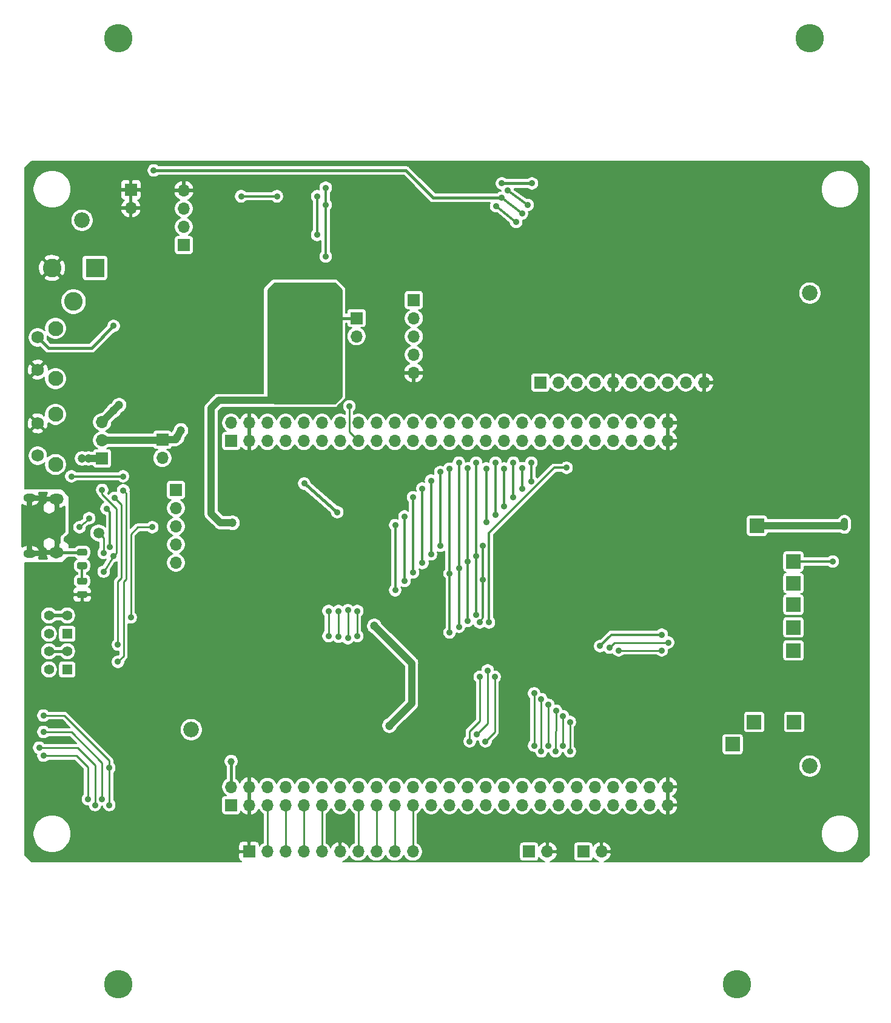
<source format=gbr>
%TF.GenerationSoftware,KiCad,Pcbnew,(5.1.9)-1*%
%TF.CreationDate,2021-03-26T15:36:55-04:00*%
%TF.ProjectId,hd6309sbc_v2c,68643633-3039-4736-9263-5f7632632e6b,1*%
%TF.SameCoordinates,Original*%
%TF.FileFunction,Copper,L2,Bot*%
%TF.FilePolarity,Positive*%
%FSLAX46Y46*%
G04 Gerber Fmt 4.6, Leading zero omitted, Abs format (unit mm)*
G04 Created by KiCad (PCBNEW (5.1.9)-1) date 2021-03-26 15:36:55*
%MOMM*%
%LPD*%
G01*
G04 APERTURE LIST*
%TA.AperFunction,ComponentPad*%
%ADD10C,2.175000*%
%TD*%
%TA.AperFunction,ComponentPad*%
%ADD11C,3.966010*%
%TD*%
%TA.AperFunction,ComponentPad*%
%ADD12O,1.700000X1.700000*%
%TD*%
%TA.AperFunction,ComponentPad*%
%ADD13R,1.700000X1.700000*%
%TD*%
%TA.AperFunction,ComponentPad*%
%ADD14R,2.000000X2.000000*%
%TD*%
%TA.AperFunction,ComponentPad*%
%ADD15C,1.408000*%
%TD*%
%TA.AperFunction,ComponentPad*%
%ADD16R,1.408000X1.408000*%
%TD*%
%TA.AperFunction,ComponentPad*%
%ADD17C,2.600000*%
%TD*%
%TA.AperFunction,ComponentPad*%
%ADD18R,2.600000X2.600000*%
%TD*%
%TA.AperFunction,ComponentPad*%
%ADD19O,1.800000X1.150000*%
%TD*%
%TA.AperFunction,ComponentPad*%
%ADD20O,2.000000X1.450000*%
%TD*%
%TA.AperFunction,SMDPad,CuDef*%
%ADD21C,1.500000*%
%TD*%
%TA.AperFunction,ComponentPad*%
%ADD22C,2.100000*%
%TD*%
%TA.AperFunction,ComponentPad*%
%ADD23C,1.750000*%
%TD*%
%TA.AperFunction,ViaPad*%
%ADD24C,1.200000*%
%TD*%
%TA.AperFunction,ViaPad*%
%ADD25C,1.000000*%
%TD*%
%TA.AperFunction,ViaPad*%
%ADD26C,0.900000*%
%TD*%
%TA.AperFunction,Conductor*%
%ADD27C,0.400000*%
%TD*%
%TA.AperFunction,Conductor*%
%ADD28C,0.750000*%
%TD*%
%TA.AperFunction,Conductor*%
%ADD29C,1.000000*%
%TD*%
%TA.AperFunction,Conductor*%
%ADD30C,0.300000*%
%TD*%
%TA.AperFunction,Conductor*%
%ADD31C,0.500000*%
%TD*%
%TA.AperFunction,Conductor*%
%ADD32C,0.250000*%
%TD*%
%TA.AperFunction,Conductor*%
%ADD33C,1.250000*%
%TD*%
%TA.AperFunction,Conductor*%
%ADD34C,0.100000*%
%TD*%
%TA.AperFunction,Conductor*%
%ADD35C,0.200000*%
%TD*%
%TA.AperFunction,Conductor*%
%ADD36C,0.254000*%
%TD*%
G04 APERTURE END LIST*
D10*
%TO.P,RS4,S*%
%TO.N,N/C*%
X74440000Y-130480000D03*
%TD*%
%TO.P,RS1,S*%
%TO.N,N/C*%
X59200000Y-59360000D03*
%TD*%
%TO.P,RS2,S*%
%TO.N,N/C*%
X160800000Y-69520000D03*
%TD*%
%TO.P,RS3,S*%
%TO.N,N/C*%
X160800000Y-135560000D03*
%TD*%
D11*
%TO.P,RL4,L*%
%TO.N,N/C*%
X64280000Y-166040000D03*
%TD*%
%TO.P,RL3,L*%
%TO.N,N/C*%
X150640000Y-166040000D03*
%TD*%
%TO.P,RL2,L*%
%TO.N,N/C*%
X160800000Y-33960000D03*
%TD*%
%TO.P,RL1,L*%
%TO.N,N/C*%
X64280000Y-33960000D03*
%TD*%
D12*
%TO.P,J15,5*%
%TO.N,/RTS2*%
X72300000Y-107160000D03*
%TO.P,J15,4*%
%TO.N,/RXD2*%
X72300000Y-104620000D03*
%TO.P,J15,3*%
%TO.N,/TXD2*%
X72300000Y-102080000D03*
%TO.P,J15,2*%
%TO.N,/RXD1*%
X72300000Y-99540000D03*
D13*
%TO.P,J15,1*%
%TO.N,/TXD1*%
X72300000Y-97000000D03*
%TD*%
D12*
%TO.P,J11,2*%
%TO.N,/FL3V3*%
X97500000Y-75540000D03*
D13*
%TO.P,J11,1*%
%TO.N,+3V3*%
X97500000Y-73000000D03*
%TD*%
D12*
%TO.P,J2,10*%
%TO.N,GND*%
X146020000Y-82000000D03*
%TO.P,J2,9*%
%TO.N,/T8*%
X143480000Y-82000000D03*
%TO.P,J2,8*%
%TO.N,/T7*%
X140940000Y-82000000D03*
%TO.P,J2,7*%
%TO.N,/T6*%
X138400000Y-82000000D03*
%TO.P,J2,6*%
%TO.N,/T5*%
X135860000Y-82000000D03*
%TO.P,J2,5*%
%TO.N,GND*%
X133320000Y-82000000D03*
%TO.P,J2,4*%
%TO.N,/RESET_LV*%
X130780000Y-82000000D03*
%TO.P,J2,3*%
%TO.N,/CLK32*%
X128240000Y-82000000D03*
%TO.P,J2,2*%
%TO.N,/WSR*%
X125700000Y-82000000D03*
D13*
%TO.P,J2,1*%
%TO.N,/WSQ*%
X123160000Y-82000000D03*
%TD*%
D12*
%TO.P,J1,10*%
%TO.N,/T4*%
X105360000Y-147500000D03*
%TO.P,J1,9*%
%TO.N,/T3*%
X102820000Y-147500000D03*
%TO.P,J1,8*%
%TO.N,/T2*%
X100280000Y-147500000D03*
%TO.P,J1,7*%
%TO.N,/T1*%
X97740000Y-147500000D03*
%TO.P,J1,6*%
%TO.N,GND*%
X95200000Y-147500000D03*
%TO.P,J1,5*%
%TO.N,/SDCS*%
X92660000Y-147500000D03*
%TO.P,J1,4*%
%TO.N,/MOSI*%
X90120000Y-147500000D03*
%TO.P,J1,3*%
%TO.N,/SCLK*%
X87580000Y-147500000D03*
%TO.P,J1,2*%
%TO.N,/MISO*%
X85040000Y-147500000D03*
D13*
%TO.P,J1,1*%
%TO.N,GND*%
X82500000Y-147500000D03*
%TD*%
D12*
%TO.P,J13,2*%
%TO.N,GND*%
X131700000Y-147500000D03*
D13*
%TO.P,J13,1*%
%TO.N,/CFG2*%
X129160000Y-147500000D03*
%TD*%
D12*
%TO.P,J12,2*%
%TO.N,GND*%
X124140000Y-147500000D03*
D13*
%TO.P,J12,1*%
%TO.N,/CFG1*%
X121600000Y-147500000D03*
%TD*%
D14*
%TO.P,TP8,1*%
%TO.N,/RESRQ*%
X158600000Y-129400000D03*
%TD*%
D12*
%TO.P,J10,5*%
%TO.N,GND*%
X105500000Y-80660000D03*
%TO.P,J10,4*%
%TO.N,/MMOSI*%
X105500000Y-78120000D03*
%TO.P,J10,3*%
%TO.N,/MCLK*%
X105500000Y-75580000D03*
%TO.P,J10,2*%
%TO.N,/MMISO*%
X105500000Y-73040000D03*
D13*
%TO.P,J10,1*%
%TO.N,/MCS*%
X105500000Y-70500000D03*
%TD*%
D12*
%TO.P,QM2,50*%
%TO.N,GND*%
X140960000Y-87620000D03*
%TO.P,QM2,49*%
X140960000Y-90160000D03*
%TO.P,QM2,48*%
%TO.N,/T8*%
X138420000Y-87620000D03*
%TO.P,QM2,47*%
%TO.N,/HALT*%
X138420000Y-90160000D03*
%TO.P,QM2,46*%
%TO.N,/T7*%
X135880000Y-87620000D03*
%TO.P,QM2,45*%
%TO.N,/NMI*%
X135880000Y-90160000D03*
%TO.P,QM2,44*%
%TO.N,/T6*%
X133340000Y-87620000D03*
%TO.P,QM2,43*%
%TO.N,/IRQ*%
X133340000Y-90160000D03*
%TO.P,QM2,42*%
%TO.N,/T5*%
X130800000Y-87620000D03*
%TO.P,QM2,41*%
%TO.N,/ABEN*%
X130800000Y-90160000D03*
%TO.P,QM2,40*%
%TO.N,/RESET_LV*%
X128260000Y-87620000D03*
%TO.P,QM2,39*%
%TO.N,/LIC*%
X128260000Y-90160000D03*
%TO.P,QM2,38*%
%TO.N,/CLK32*%
X125720000Y-87620000D03*
%TO.P,QM2,37*%
%TO.N,/BS*%
X125720000Y-90160000D03*
%TO.P,QM2,36*%
%TO.N,/BA*%
X123180000Y-87620000D03*
%TO.P,QM2,35*%
%TO.N,/A14*%
X123180000Y-90160000D03*
%TO.P,QM2,34*%
%TO.N,/A0*%
X120640000Y-87620000D03*
%TO.P,QM2,33*%
%TO.N,/A1*%
X120640000Y-90160000D03*
%TO.P,QM2,32*%
%TO.N,/A2*%
X118100000Y-87620000D03*
%TO.P,QM2,31*%
%TO.N,/A3*%
X118100000Y-90160000D03*
%TO.P,QM2,30*%
%TO.N,/A4*%
X115560000Y-87620000D03*
%TO.P,QM2,29*%
%TO.N,/A5*%
X115560000Y-90160000D03*
%TO.P,QM2,28*%
%TO.N,/A6*%
X113020000Y-87620000D03*
%TO.P,QM2,27*%
%TO.N,/A7*%
X113020000Y-90160000D03*
%TO.P,QM2,26*%
%TO.N,/A8*%
X110480000Y-87620000D03*
%TO.P,QM2,25*%
%TO.N,/A9*%
X110480000Y-90160000D03*
%TO.P,QM2,24*%
%TO.N,/A10*%
X107940000Y-87620000D03*
%TO.P,QM2,23*%
%TO.N,/A11*%
X107940000Y-90160000D03*
%TO.P,QM2,22*%
%TO.N,/A12*%
X105400000Y-87620000D03*
%TO.P,QM2,21*%
%TO.N,/A13*%
X105400000Y-90160000D03*
%TO.P,QM2,20*%
%TO.N,/WSD*%
X102860000Y-87620000D03*
%TO.P,QM2,19*%
%TO.N,/A15*%
X102860000Y-90160000D03*
%TO.P,QM2,18*%
%TO.N,/MMOSI*%
X100320000Y-87620000D03*
%TO.P,QM2,17*%
%TO.N,/MCLK*%
X100320000Y-90160000D03*
%TO.P,QM2,16*%
%TO.N,/MMISO*%
X97780000Y-87620000D03*
%TO.P,QM2,15*%
%TO.N,/MCS*%
X97780000Y-90160000D03*
%TO.P,QM2,14*%
%TO.N,Net-(QM2-Pad14)*%
X95240000Y-87620000D03*
%TO.P,QM2,13*%
%TO.N,/LED4*%
X95240000Y-90160000D03*
%TO.P,QM2,12*%
%TO.N,/SCL*%
X92700000Y-87620000D03*
%TO.P,QM2,11*%
%TO.N,/RTS2*%
X92700000Y-90160000D03*
%TO.P,QM2,10*%
%TO.N,/SDA*%
X90160000Y-87620000D03*
%TO.P,QM2,9*%
%TO.N,/RXD2*%
X90160000Y-90160000D03*
%TO.P,QM2,8*%
%TO.N,/RXD1*%
X87620000Y-87620000D03*
%TO.P,QM2,7*%
%TO.N,/TXD2*%
X87620000Y-90160000D03*
%TO.P,QM2,6*%
%TO.N,/PBTN*%
X85080000Y-87620000D03*
%TO.P,QM2,5*%
%TO.N,/TXD1*%
X85080000Y-90160000D03*
%TO.P,QM2,4*%
%TO.N,GND*%
X82540000Y-87620000D03*
%TO.P,QM2,3*%
X82540000Y-90160000D03*
%TO.P,QM2,2*%
%TO.N,Net-(QM2-Pad2)*%
X80000000Y-87620000D03*
D13*
%TO.P,QM2,1*%
%TO.N,/MAX_VCC*%
X80000000Y-90160000D03*
%TD*%
D15*
%TO.P,D2,2*%
%TO.N,+3V3*%
X57115000Y-114530000D03*
%TO.P,D2,3*%
%TO.N,Net-(D2-Pad3)*%
X54575000Y-117070000D03*
%TO.P,D2,4*%
%TO.N,+3V3*%
X54575000Y-114530000D03*
D16*
%TO.P,D2,1*%
%TO.N,Net-(D2-Pad1)*%
X57115000Y-117070000D03*
%TD*%
D12*
%TO.P,QM1,50*%
%TO.N,GND*%
X140960000Y-138460000D03*
%TO.P,QM1,49*%
X140960000Y-141000000D03*
%TO.P,QM1,48*%
%TO.N,/DBEN*%
X138420000Y-138460000D03*
%TO.P,QM1,47*%
%TO.N,/ECLK*%
X138420000Y-141000000D03*
%TO.P,QM1,46*%
%TO.N,/RESRQ*%
X135880000Y-138460000D03*
%TO.P,QM1,45*%
%TO.N,/QCLK*%
X135880000Y-141000000D03*
%TO.P,QM1,44*%
%TO.N,/DBDIR*%
X133340000Y-138460000D03*
%TO.P,QM1,43*%
%TO.N,/D1*%
X133340000Y-141000000D03*
%TO.P,QM1,42*%
%TO.N,/D0*%
X130800000Y-138460000D03*
%TO.P,QM1,41*%
%TO.N,/D2*%
X130800000Y-141000000D03*
%TO.P,QM1,40*%
%TO.N,/D3*%
X128260000Y-138460000D03*
%TO.P,QM1,39*%
%TO.N,/D4*%
X128260000Y-141000000D03*
%TO.P,QM1,38*%
%TO.N,/D5*%
X125720000Y-138460000D03*
%TO.P,QM1,37*%
%TO.N,/D6*%
X125720000Y-141000000D03*
%TO.P,QM1,36*%
%TO.N,/D7*%
X123180000Y-138460000D03*
%TO.P,QM1,35*%
%TO.N,/CFG2*%
X123180000Y-141000000D03*
%TO.P,QM1,34*%
%TO.N,Net-(QM1-Pad34)*%
X120640000Y-138460000D03*
%TO.P,QM1,33*%
%TO.N,/CFG1*%
X120640000Y-141000000D03*
%TO.P,QM1,32*%
%TO.N,Net-(QM1-Pad32)*%
X118100000Y-138460000D03*
%TO.P,QM1,31*%
%TO.N,/BUSY*%
X118100000Y-141000000D03*
%TO.P,QM1,30*%
%TO.N,/RW*%
X115560000Y-138460000D03*
%TO.P,QM1,29*%
%TO.N,/AVMA*%
X115560000Y-141000000D03*
%TO.P,QM1,28*%
%TO.N,/MA11*%
X113020000Y-138460000D03*
%TO.P,QM1,27*%
%TO.N,Net-(QM1-Pad27)*%
X113020000Y-141000000D03*
%TO.P,QM1,26*%
%TO.N,/MA12*%
X110480000Y-138460000D03*
%TO.P,QM1,25*%
%TO.N,/MA13*%
X110480000Y-141000000D03*
%TO.P,QM1,24*%
%TO.N,/MA14*%
X107940000Y-138460000D03*
%TO.P,QM1,23*%
%TO.N,Net-(QM1-Pad23)*%
X107940000Y-141000000D03*
%TO.P,QM1,22*%
%TO.N,/RAM_WE*%
X105400000Y-138460000D03*
%TO.P,QM1,21*%
%TO.N,/T4*%
X105400000Y-141000000D03*
%TO.P,QM1,20*%
%TO.N,Net-(QM1-Pad20)*%
X102860000Y-138460000D03*
%TO.P,QM1,19*%
%TO.N,/T3*%
X102860000Y-141000000D03*
%TO.P,QM1,18*%
%TO.N,/RAM_CS*%
X100320000Y-138460000D03*
%TO.P,QM1,17*%
%TO.N,/T2*%
X100320000Y-141000000D03*
%TO.P,QM1,16*%
%TO.N,/MA15*%
X97780000Y-138460000D03*
%TO.P,QM1,15*%
%TO.N,/T1*%
X97780000Y-141000000D03*
%TO.P,QM1,14*%
%TO.N,/MA16*%
X95240000Y-138460000D03*
%TO.P,QM1,13*%
%TO.N,/MA17*%
X95240000Y-141000000D03*
%TO.P,QM1,12*%
%TO.N,/MA18*%
X92700000Y-138460000D03*
%TO.P,QM1,11*%
%TO.N,/SDCS*%
X92700000Y-141000000D03*
%TO.P,QM1,10*%
%TO.N,/MA19*%
X90160000Y-138460000D03*
%TO.P,QM1,9*%
%TO.N,/MOSI*%
X90160000Y-141000000D03*
%TO.P,QM1,8*%
%TO.N,/RAM_OE*%
X87620000Y-138460000D03*
%TO.P,QM1,7*%
%TO.N,/SCLK*%
X87620000Y-141000000D03*
%TO.P,QM1,6*%
%TO.N,/CARD*%
X85080000Y-138460000D03*
%TO.P,QM1,5*%
%TO.N,/MISO*%
X85080000Y-141000000D03*
%TO.P,QM1,4*%
%TO.N,GND*%
X82540000Y-138460000D03*
%TO.P,QM1,3*%
X82540000Y-141000000D03*
%TO.P,QM1,2*%
%TO.N,/QM3V*%
X80000000Y-138460000D03*
D13*
%TO.P,QM1,1*%
%TO.N,/QM5V*%
X80000000Y-141000000D03*
%TD*%
D14*
%TO.P,TP7,1*%
%TO.N,/HALT*%
X158500000Y-116200000D03*
%TD*%
D12*
%TO.P,J8,2*%
%TO.N,/MAX_VCC*%
X70400000Y-92540000D03*
D13*
%TO.P,J8,1*%
%TO.N,VCC*%
X70400000Y-90000000D03*
%TD*%
D14*
%TO.P,TP15,1*%
%TO.N,VCC*%
X153400000Y-102000000D03*
%TD*%
%TO.P,TP14,1*%
%TO.N,/IRQ*%
X158500000Y-110000000D03*
%TD*%
%TO.P,TP13,1*%
%TO.N,/QCLK*%
X153000000Y-129400000D03*
%TD*%
%TO.P,TP12,1*%
%TO.N,/ECLK*%
X150000000Y-132500000D03*
%TD*%
%TO.P,TP11,1*%
%TO.N,/NMI*%
X158500000Y-113000000D03*
%TD*%
%TO.P,TP2,1*%
%TO.N,/FIRQ*%
X158500000Y-107000000D03*
%TD*%
%TO.P,TP1,1*%
%TO.N,/RESET_HV*%
X158500000Y-119400000D03*
%TD*%
D12*
%TO.P,J9,2*%
%TO.N,GND*%
X66000000Y-57640000D03*
D13*
%TO.P,J9,1*%
X66000000Y-55100000D03*
%TD*%
D17*
%TO.P,J3,3*%
%TO.N,Net-(J3-Pad3)*%
X58000000Y-70700000D03*
%TO.P,J3,2*%
%TO.N,GND*%
X55000000Y-66000000D03*
D18*
%TO.P,J3,1*%
%TO.N,Net-(C8-Pad1)*%
X61000000Y-66000000D03*
%TD*%
D19*
%TO.P,J4,6*%
%TO.N,Net-(C28-Pad1)*%
X51850000Y-105875000D03*
X51850000Y-98125000D03*
D20*
X55650000Y-105725000D03*
X55650000Y-98275000D03*
%TD*%
%TO.P,C28,2*%
%TO.N,Net-(C28-Pad2)*%
%TA.AperFunction,SMDPad,CuDef*%
G36*
G01*
X58743750Y-107087500D02*
X59656250Y-107087500D01*
G75*
G02*
X59900000Y-107331250I0J-243750D01*
G01*
X59900000Y-107818750D01*
G75*
G02*
X59656250Y-108062500I-243750J0D01*
G01*
X58743750Y-108062500D01*
G75*
G02*
X58500000Y-107818750I0J243750D01*
G01*
X58500000Y-107331250D01*
G75*
G02*
X58743750Y-107087500I243750J0D01*
G01*
G37*
%TD.AperFunction*%
%TO.P,C28,1*%
%TO.N,Net-(C28-Pad1)*%
%TA.AperFunction,SMDPad,CuDef*%
G36*
G01*
X58743750Y-105212500D02*
X59656250Y-105212500D01*
G75*
G02*
X59900000Y-105456250I0J-243750D01*
G01*
X59900000Y-105943750D01*
G75*
G02*
X59656250Y-106187500I-243750J0D01*
G01*
X58743750Y-106187500D01*
G75*
G02*
X58500000Y-105943750I0J243750D01*
G01*
X58500000Y-105456250D01*
G75*
G02*
X58743750Y-105212500I243750J0D01*
G01*
G37*
%TD.AperFunction*%
%TD*%
%TO.P,R28,2*%
%TO.N,GND*%
%TA.AperFunction,SMDPad,CuDef*%
G36*
G01*
X58743750Y-111112500D02*
X59656250Y-111112500D01*
G75*
G02*
X59900000Y-111356250I0J-243750D01*
G01*
X59900000Y-111843750D01*
G75*
G02*
X59656250Y-112087500I-243750J0D01*
G01*
X58743750Y-112087500D01*
G75*
G02*
X58500000Y-111843750I0J243750D01*
G01*
X58500000Y-111356250D01*
G75*
G02*
X58743750Y-111112500I243750J0D01*
G01*
G37*
%TD.AperFunction*%
%TO.P,R28,1*%
%TO.N,Net-(C28-Pad2)*%
%TA.AperFunction,SMDPad,CuDef*%
G36*
G01*
X58743750Y-109237500D02*
X59656250Y-109237500D01*
G75*
G02*
X59900000Y-109481250I0J-243750D01*
G01*
X59900000Y-109968750D01*
G75*
G02*
X59656250Y-110212500I-243750J0D01*
G01*
X58743750Y-110212500D01*
G75*
G02*
X58500000Y-109968750I0J243750D01*
G01*
X58500000Y-109481250D01*
G75*
G02*
X58743750Y-109237500I243750J0D01*
G01*
G37*
%TD.AperFunction*%
%TD*%
D15*
%TO.P,D1,2*%
%TO.N,+3V3*%
X57115000Y-119530000D03*
%TO.P,D1,3*%
%TO.N,Net-(D1-Pad3)*%
X54575000Y-122070000D03*
%TO.P,D1,4*%
%TO.N,+3V3*%
X54575000Y-119530000D03*
D16*
%TO.P,D1,1*%
%TO.N,Net-(D1-Pad1)*%
X57115000Y-122070000D03*
%TD*%
D13*
%TO.P,J7,1*%
%TO.N,+3V3*%
X73400000Y-62800000D03*
D12*
%TO.P,J7,2*%
%TO.N,/SDA*%
X73400000Y-60260000D03*
%TO.P,J7,3*%
%TO.N,/SCL*%
X73400000Y-57720000D03*
%TO.P,J7,4*%
%TO.N,GND*%
X73400000Y-55180000D03*
%TD*%
%TO.P,JP3,3*%
%TO.N,/VREG*%
X62000000Y-87520000D03*
%TO.P,JP3,2*%
%TO.N,VCC*%
X62000000Y-90060000D03*
D13*
%TO.P,JP3,1*%
%TO.N,/VUSB*%
X62000000Y-92600000D03*
%TD*%
D21*
%TO.P,TP3,1*%
%TO.N,/VCP*%
X61500000Y-103000000D03*
%TD*%
D22*
%TO.P,SW1,*%
%TO.N,*%
X55490000Y-81450000D03*
D23*
%TO.P,SW1,1*%
%TO.N,GND*%
X53000000Y-80200000D03*
%TO.P,SW1,2*%
%TO.N,/RESET_LV*%
X53000000Y-75700000D03*
D22*
%TO.P,SW1,*%
%TO.N,*%
X55490000Y-74440000D03*
%TD*%
%TO.P,SW2,*%
%TO.N,*%
X55490000Y-86440000D03*
D23*
%TO.P,SW2,2*%
%TO.N,GND*%
X53000000Y-87700000D03*
%TO.P,SW2,1*%
%TO.N,/PBTN*%
X53000000Y-92200000D03*
D22*
%TO.P,SW2,*%
%TO.N,*%
X55490000Y-93450000D03*
%TD*%
D24*
%TO.N,GND*%
X83950000Y-72750000D03*
D25*
X59000000Y-124700000D03*
X58300000Y-139600000D03*
X53200000Y-125200000D03*
X53200000Y-139600000D03*
X52900000Y-129700000D03*
X67600000Y-98800000D03*
X84400000Y-59800000D03*
D24*
X104500000Y-134200000D03*
X99400000Y-118400000D03*
X150200000Y-114000000D03*
X129200000Y-115200000D03*
X130900000Y-102300000D03*
X121200000Y-104000000D03*
X121200000Y-113000000D03*
X121200000Y-121800000D03*
X129200000Y-95400000D03*
X129200000Y-131700000D03*
D26*
X162200000Y-124300000D03*
D25*
X57400000Y-103800000D03*
D24*
X69400000Y-86600000D03*
X150200000Y-116600000D03*
X129700000Y-123500000D03*
D25*
X118400000Y-70600000D03*
D24*
X121000000Y-64500000D03*
D25*
X118400000Y-78600000D03*
D24*
X90499552Y-103900448D03*
X78600000Y-63400000D03*
X88299999Y-64699999D03*
D26*
X61400000Y-100500000D03*
D25*
X100600000Y-55900000D03*
X95800000Y-54200000D03*
X116500000Y-64500000D03*
D24*
X98300000Y-98000000D03*
X57400000Y-108400000D03*
D25*
X108700000Y-80100000D03*
D24*
X148000000Y-100100000D03*
D25*
X109300000Y-146300000D03*
X68900000Y-141100000D03*
X68575000Y-125325000D03*
D24*
X66000000Y-75400000D03*
X66000000Y-74000000D03*
X67200002Y-75400000D03*
X67200000Y-74000000D03*
X66000000Y-72600000D03*
X67200000Y-72600000D03*
X75400000Y-78400000D03*
D26*
%TO.N,Net-(BT1-Pad1)*%
X122000000Y-54200000D03*
X117800000Y-54200000D03*
%TO.N,VCC*%
X62600000Y-99600000D03*
D25*
X165600000Y-102200000D03*
D24*
X72500000Y-89600000D03*
X73000000Y-88700000D03*
D25*
X165600000Y-101400000D03*
D26*
X63100000Y-105000014D03*
D25*
%TO.N,+3V3*%
X93400000Y-75400000D03*
X92200000Y-80200000D03*
X92200000Y-81400000D03*
X93400000Y-80200000D03*
X87400000Y-80200000D03*
X88600000Y-80200000D03*
X88600000Y-81400000D03*
X89800000Y-71800000D03*
X88600000Y-71800000D03*
X91000000Y-71800000D03*
X89800000Y-70600000D03*
X88600000Y-70600000D03*
X91000000Y-70600000D03*
X92200000Y-71800000D03*
X92200000Y-73000000D03*
X92200000Y-70600000D03*
X93400000Y-71800000D03*
X93400000Y-73000000D03*
X87400000Y-71800000D03*
X87400000Y-73000000D03*
X92200000Y-75400000D03*
X92200000Y-76600000D03*
X92200000Y-74200000D03*
X93400000Y-76600000D03*
X93400000Y-74200000D03*
X93400000Y-79000000D03*
X93400000Y-77800000D03*
X92200000Y-79000000D03*
X92200000Y-77800000D03*
X89800000Y-80200000D03*
X91000000Y-81400000D03*
X91000000Y-80200000D03*
X89800000Y-73000000D03*
X88600000Y-74200000D03*
X88600000Y-73000000D03*
X89800000Y-74200000D03*
X91000000Y-74200000D03*
X91000000Y-73000000D03*
X87400000Y-74200000D03*
D24*
X102100006Y-129900000D03*
X100000000Y-116000000D03*
D26*
X105200000Y-124300000D03*
D25*
X89800000Y-81400000D03*
D24*
X80200000Y-101600000D03*
%TO.N,/VREG*%
X64360000Y-85160000D03*
X63610000Y-85910000D03*
D26*
%TO.N,/VCP*%
X62200000Y-105800000D03*
%TO.N,/A14*%
X104200000Y-109700000D03*
X104200000Y-100699996D03*
%TO.N,/A15*%
X102900000Y-111000000D03*
X102900000Y-101900001D03*
%TO.N,/A12*%
X106700000Y-107200000D03*
X106700000Y-96800000D03*
%TO.N,/A7*%
X113000000Y-107000000D03*
X113000000Y-115300000D03*
X113020000Y-93980000D03*
%TO.N,/A13*%
X105400000Y-108500000D03*
X105400000Y-97999996D03*
%TO.N,/A6*%
X114200000Y-106200000D03*
X114169995Y-114451992D03*
X114200000Y-93200000D03*
%TO.N,/A8*%
X111800000Y-107899998D03*
X111800000Y-116100000D03*
X111800000Y-93200000D03*
%TO.N,/A5*%
X115600000Y-94000000D03*
X115600000Y-101500000D03*
%TO.N,/A9*%
X110500000Y-108699998D03*
X110500000Y-116900000D03*
X110480000Y-94020000D03*
%TO.N,/A4*%
X116900000Y-93200000D03*
X116900000Y-100499998D03*
%TO.N,/A11*%
X107900000Y-106000000D03*
X107900000Y-95700002D03*
%TO.N,/A3*%
X97600000Y-117400000D03*
X97600000Y-113900000D03*
X118100000Y-94000000D03*
X118100000Y-99299996D03*
%TO.N,/A2*%
X96300000Y-113799996D03*
X96300000Y-117699996D03*
X119400000Y-93200000D03*
X119400000Y-98000000D03*
%TO.N,/A10*%
X113300000Y-132100000D03*
X109200000Y-104800000D03*
X115100000Y-109500000D03*
X114700000Y-115500008D03*
X109200000Y-94500000D03*
X114700000Y-123100000D03*
X115100000Y-104800000D03*
%TO.N,/A1*%
X95000000Y-113900000D03*
X95000000Y-117500000D03*
X120640000Y-93960000D03*
X120600000Y-96799998D03*
%TO.N,/SCL*%
X93200000Y-57200000D03*
X93190000Y-54800000D03*
X93200000Y-64400000D03*
%TO.N,/A0*%
X93600000Y-113900000D03*
X93600000Y-117400000D03*
X121900000Y-93200000D03*
X121900000Y-95800000D03*
%TO.N,/D7*%
X122300000Y-125400000D03*
X122300000Y-132700000D03*
%TO.N,/D6*%
X123300000Y-126200000D03*
X123300000Y-133500000D03*
%TO.N,/D5*%
X124300000Y-132700000D03*
X124300000Y-127000000D03*
%TO.N,/D2*%
X127300000Y-129400000D03*
X127300000Y-133500000D03*
%TO.N,/D4*%
X125340000Y-127800000D03*
X125300000Y-133500000D03*
%TO.N,/SDA*%
X92000000Y-56000000D03*
X92000000Y-61400000D03*
X86400000Y-56000000D03*
X81400000Y-56000000D03*
%TO.N,/D3*%
X126300000Y-128600000D03*
X126300000Y-132700000D03*
D24*
%TO.N,/VUSB*%
X60100000Y-92600000D03*
X59200000Y-92600000D03*
D26*
%TO.N,Net-(J4-Pad3)*%
X60200000Y-100950000D03*
X58850000Y-102200000D03*
%TO.N,/MISO*%
X53800000Y-128500000D03*
X63000000Y-141000000D03*
X63000000Y-135800000D03*
%TO.N,/SCLK*%
X53800000Y-130800000D03*
X62000000Y-140200000D03*
%TO.N,/MOSI*%
X53200000Y-133000000D03*
X61000000Y-141000000D03*
%TO.N,/SDCS*%
X53800000Y-134100000D03*
X60000000Y-140200000D03*
%TO.N,/LED2*%
X64200000Y-121000000D03*
X64950000Y-97050000D03*
%TO.N,/FIRQ*%
X164000000Y-107000000D03*
X121400000Y-57200000D03*
X118600000Y-55200000D03*
%TO.N,Net-(R12-Pad2)*%
X63600000Y-106200000D03*
X62000000Y-97000000D03*
X62199994Y-108400000D03*
%TO.N,/LED1*%
X63725010Y-98097468D03*
X64200000Y-118600000D03*
%TO.N,/RESET_LV*%
X120600000Y-58400000D03*
X69200000Y-52400000D03*
X117800000Y-56200000D03*
X63600000Y-74100000D03*
%TO.N,/PBTN*%
X57700000Y-95100000D03*
X64900000Y-95100000D03*
%TO.N,/AVMA*%
X114300000Y-131100000D03*
X115800000Y-122200000D03*
%TO.N,/RW*%
X115500000Y-132100000D03*
X116800001Y-123100000D03*
%TO.N,/RW_HV*%
X134100002Y-119400000D03*
X140100002Y-119400000D03*
%TO.N,/AVMA_HV*%
X140999998Y-118300000D03*
X132800000Y-119000000D03*
%TO.N,/CLK32*%
X119800000Y-59600000D03*
X117000000Y-57400000D03*
%TO.N,/LED3*%
X66000000Y-114800000D03*
X69000000Y-102200000D03*
%TO.N,/LIC*%
X116000000Y-115500000D03*
X126800000Y-93900002D03*
%TO.N,/LIC_HV*%
X140100000Y-117200000D03*
X131500000Y-118800000D03*
%TO.N,/FL3V3*%
X94800000Y-100100000D03*
X90200000Y-96100000D03*
%TO.N,/MCS*%
X96500000Y-85300000D03*
D25*
%TO.N,/QM3V*%
X80000000Y-134900000D03*
%TD*%
D27*
%TO.N,Net-(BT1-Pad1)*%
X120763604Y-54200000D02*
X122000000Y-54200000D01*
X117800000Y-54200000D02*
X120763604Y-54200000D01*
D28*
%TO.N,VCC*%
X165600000Y-102200000D02*
X165400000Y-102200000D01*
X165400000Y-102200000D02*
X165200000Y-102000000D01*
D29*
X164200000Y-102000000D02*
X165200000Y-102000000D01*
X164200000Y-102000000D02*
X153400000Y-102000000D01*
X70340000Y-90060000D02*
X70400000Y-90000000D01*
X62000000Y-90060000D02*
X70340000Y-90060000D01*
X165600000Y-101400000D02*
X165600000Y-102200000D01*
D28*
X165200000Y-102000000D02*
X165600000Y-101400000D01*
D29*
X72250000Y-89950000D02*
X73000000Y-88700000D01*
X72200000Y-90000000D02*
X72250000Y-89950000D01*
X70400000Y-90000000D02*
X72200000Y-90000000D01*
D30*
X62600000Y-99600000D02*
X63100000Y-100100000D01*
X63100000Y-100100000D02*
X63100000Y-105000014D01*
D27*
%TO.N,+3V3*%
X57115000Y-119530000D02*
X54630000Y-119530000D01*
X54630000Y-119530000D02*
X54600000Y-119500000D01*
D31*
X54575000Y-114530000D02*
X57115000Y-114530000D01*
D29*
X105200000Y-121200000D02*
X105200000Y-124300000D01*
X100000000Y-116000000D02*
X105200000Y-121200000D01*
X105200000Y-126800000D02*
X105200000Y-124300000D01*
X102100006Y-129899994D02*
X105200000Y-126800000D01*
D28*
X102100006Y-129900000D02*
X102100006Y-129899994D01*
D27*
X97500000Y-73000000D02*
X93400000Y-73000000D01*
D29*
X78500000Y-101600000D02*
X80200000Y-101600000D01*
X77200000Y-100300000D02*
X78500000Y-101600000D01*
X77200000Y-85600000D02*
X77200000Y-100300000D01*
X78300000Y-84500000D02*
X77200000Y-85600000D01*
X86700000Y-84500000D02*
X78300000Y-84500000D01*
%TO.N,/VREG*%
X62000000Y-87520000D02*
X63610000Y-85910000D01*
X63610000Y-85910000D02*
X64360000Y-85160000D01*
D32*
%TO.N,/VCP*%
X62200000Y-103700000D02*
X61500000Y-103000000D01*
X62200000Y-105800000D02*
X62200000Y-103700000D01*
D30*
%TO.N,/A14*%
X104200000Y-109700000D02*
X104200000Y-100699996D01*
%TO.N,/A15*%
X102900000Y-111000000D02*
X102900000Y-101900001D01*
%TO.N,/A12*%
X106700000Y-107200000D02*
X106700000Y-96800000D01*
D32*
%TO.N,/A7*%
X113020000Y-106980000D02*
X113000000Y-107000000D01*
D30*
X113000000Y-115300000D02*
X113000000Y-107000000D01*
X113020000Y-93980000D02*
X113020000Y-106980000D01*
%TO.N,/A13*%
X105400000Y-108500000D02*
X105400000Y-97999996D01*
%TO.N,/A6*%
X114200000Y-106200000D02*
X114200000Y-114421987D01*
D32*
X114200000Y-114421987D02*
X114169995Y-114451992D01*
D30*
X114200000Y-93200000D02*
X114200000Y-106200000D01*
%TO.N,/A8*%
X111800000Y-101500000D02*
X111800000Y-107899998D01*
X111800000Y-107899998D02*
X111800000Y-116100000D01*
X111800000Y-93200000D02*
X111800000Y-101500000D01*
D32*
%TO.N,/A5*%
X115600000Y-90200000D02*
X115560000Y-90160000D01*
D30*
X115600000Y-94000000D02*
X115600000Y-101500000D01*
D32*
%TO.N,/A9*%
X110480000Y-108679998D02*
X110500000Y-108699998D01*
D30*
X110500000Y-108699998D02*
X110500000Y-116900000D01*
X110480000Y-94020000D02*
X110480000Y-108679998D01*
%TO.N,/A4*%
X116900000Y-93200000D02*
X116900000Y-100499998D01*
%TO.N,/A11*%
X107900000Y-106000000D02*
X107900000Y-95700002D01*
D32*
%TO.N,/A3*%
X97600000Y-113900000D02*
X97600000Y-117400000D01*
D30*
X118100000Y-94000000D02*
X118100000Y-99299996D01*
D32*
%TO.N,/A2*%
X96300000Y-113799996D02*
X96300000Y-117699996D01*
D30*
X119400000Y-93200000D02*
X119400000Y-98000000D01*
%TO.N,/A10*%
X109200000Y-104800000D02*
X109200000Y-94500000D01*
D32*
X114700000Y-129300000D02*
X114700000Y-123100000D01*
X113300000Y-130700000D02*
X114700000Y-129300000D01*
X113300000Y-132100000D02*
X113300000Y-130700000D01*
D30*
X115100000Y-109500000D02*
X115100000Y-104800000D01*
X115100000Y-109500000D02*
X115099999Y-114700000D01*
D32*
X115099999Y-114700000D02*
X114700000Y-115500008D01*
%TO.N,/A1*%
X95000000Y-113900000D02*
X95000000Y-114536396D01*
X95000000Y-114536396D02*
X95000000Y-117500000D01*
D30*
X120640000Y-93960000D02*
X120640000Y-96759998D01*
D32*
X120640000Y-96759998D02*
X120600000Y-96799998D01*
%TO.N,/SCL*%
X93200000Y-54810000D02*
X93190000Y-54800000D01*
D30*
X93200000Y-57200000D02*
X93200000Y-54810000D01*
X93200000Y-57200000D02*
X93200000Y-64400000D01*
D32*
%TO.N,/A0*%
X93600000Y-113900000D02*
X93600000Y-117400000D01*
D30*
X121900000Y-95800000D02*
X121900000Y-93200000D01*
D32*
%TO.N,/D7*%
X122300000Y-132700000D02*
X122300000Y-125750000D01*
X123200000Y-138440000D02*
X123180000Y-138460000D01*
%TO.N,/D6*%
X123300000Y-133500000D02*
X123300000Y-126200000D01*
%TO.N,/D5*%
X125600000Y-138340000D02*
X125720000Y-138460000D01*
X124300000Y-132700000D02*
X124300000Y-127000000D01*
%TO.N,/D2*%
X127300000Y-129400000D02*
X127300000Y-133500000D01*
%TO.N,/D4*%
X125300000Y-133500000D02*
X125340000Y-127800000D01*
D30*
%TO.N,/SDA*%
X86400000Y-56000000D02*
X81400000Y-56000000D01*
X92000000Y-56000000D02*
X92000000Y-61400000D01*
D32*
%TO.N,/D3*%
X126300000Y-132700000D02*
X126300000Y-128600000D01*
D29*
%TO.N,/VUSB*%
X60100000Y-92600000D02*
X62000000Y-92600000D01*
D32*
%TO.N,Net-(J4-Pad3)*%
X58850000Y-102200000D02*
X60200000Y-100950000D01*
%TO.N,/MISO*%
X56700000Y-128500000D02*
X63000000Y-134800000D01*
X53800000Y-128500000D02*
X56700000Y-128500000D01*
X63000000Y-134800000D02*
X63000000Y-134800000D01*
X85080000Y-147320000D02*
X85000000Y-147400000D01*
X85080000Y-141000000D02*
X85080000Y-147320000D01*
X63000000Y-134800000D02*
X63000000Y-141000000D01*
%TO.N,/SCLK*%
X87620000Y-147320000D02*
X87540000Y-147400000D01*
X87620000Y-141000000D02*
X87620000Y-147320000D01*
X62000000Y-135100000D02*
X62000000Y-140200000D01*
X57700000Y-130800000D02*
X62000000Y-135100000D01*
X53800000Y-130800000D02*
X57700000Y-130800000D01*
%TO.N,/MOSI*%
X90160000Y-147320000D02*
X90080000Y-147400000D01*
X90160000Y-141000000D02*
X90160000Y-147320000D01*
X61000000Y-135400000D02*
X61000000Y-141000000D01*
X58600000Y-133000000D02*
X61000000Y-135400000D01*
X53200000Y-133000000D02*
X58600000Y-133000000D01*
%TO.N,/SDCS*%
X53800000Y-134000000D02*
X53800000Y-134100000D01*
X92700000Y-147320000D02*
X92620000Y-147400000D01*
X92700000Y-147460000D02*
X92660000Y-147500000D01*
X92700000Y-141000000D02*
X92700000Y-147460000D01*
X60000000Y-135700000D02*
X60000000Y-140200000D01*
X58400000Y-134100000D02*
X60000000Y-135700000D01*
X53800000Y-134100000D02*
X58400000Y-134100000D01*
%TO.N,/LED2*%
X65349999Y-109450001D02*
X65349999Y-97449999D01*
X65000000Y-109800000D02*
X65349999Y-109450001D01*
X65349999Y-97449999D02*
X64950000Y-97050000D01*
X65000000Y-120200000D02*
X65000000Y-109800000D01*
X64200000Y-121000000D02*
X65000000Y-120200000D01*
D30*
%TO.N,/FIRQ*%
X158500000Y-107000000D02*
X162799998Y-107000000D01*
X162799998Y-107000000D02*
X164000000Y-107000000D01*
X118600000Y-55200000D02*
X121400000Y-57200000D01*
D32*
%TO.N,Net-(R12-Pad2)*%
X64025001Y-105774999D02*
X63600000Y-106200000D01*
X64025001Y-99614657D02*
X64025001Y-105774999D01*
X62000000Y-97589656D02*
X64025001Y-99614657D01*
X62000000Y-97000000D02*
X62000000Y-97589656D01*
X63600000Y-106200000D02*
X62199994Y-108400000D01*
%TO.N,/LED1*%
X64200000Y-109800000D02*
X64200000Y-118600000D01*
X64700006Y-109299994D02*
X64200000Y-109800000D01*
X64700006Y-99072464D02*
X64700006Y-109299994D01*
X63725010Y-98097468D02*
X64700006Y-99072464D01*
D30*
%TO.N,/RESET_LV*%
X117800000Y-56200000D02*
X120600000Y-58400000D01*
D27*
X95100000Y-52400000D02*
X69200000Y-52400000D01*
X104400000Y-52400000D02*
X95100000Y-52400000D01*
X108200000Y-56200000D02*
X104400000Y-52400000D01*
X117800000Y-56200000D02*
X108200000Y-56200000D01*
X60500000Y-77200000D02*
X63600000Y-74100000D01*
X54500000Y-77200000D02*
X60500000Y-77200000D01*
X53000000Y-75700000D02*
X54500000Y-77200000D01*
D30*
%TO.N,/PBTN*%
X57700000Y-95100000D02*
X64900000Y-95100000D01*
D32*
%TO.N,/AVMA*%
X114300000Y-131100000D02*
X115800000Y-129600000D01*
X115800000Y-129600000D02*
X115800000Y-122200000D01*
%TO.N,/RW*%
X116800001Y-130799999D02*
X116800001Y-123100000D01*
X115500000Y-132100000D02*
X116800001Y-130799999D01*
D33*
%TO.N,Net-(C28-Pad1)*%
X55500000Y-105875000D02*
X55650000Y-105725000D01*
D27*
X59175000Y-105725000D02*
X59200000Y-105700000D01*
X55650000Y-105725000D02*
X59175000Y-105725000D01*
D30*
%TO.N,Net-(C28-Pad2)*%
X59200000Y-107575000D02*
X59200000Y-109725000D01*
D32*
%TO.N,/RW_HV*%
X134100002Y-119400000D02*
X140100002Y-119400000D01*
%TO.N,/AVMA_HV*%
X133500000Y-118300000D02*
X132800000Y-119000000D01*
X140999998Y-118300000D02*
X133500000Y-118300000D01*
%TO.N,/T4*%
X105400000Y-147480000D02*
X105420000Y-147500000D01*
X105400000Y-141000000D02*
X105400000Y-147480000D01*
%TO.N,/T3*%
X102860000Y-147480000D02*
X102880000Y-147500000D01*
X102860000Y-141000000D02*
X102860000Y-147480000D01*
%TO.N,/T2*%
X100320000Y-147480000D02*
X100340000Y-147500000D01*
X100320000Y-141000000D02*
X100320000Y-147480000D01*
%TO.N,/T1*%
X97780000Y-147480000D02*
X97800000Y-147500000D01*
X97780000Y-141000000D02*
X97780000Y-147480000D01*
D30*
%TO.N,/CLK32*%
X119700000Y-59600000D02*
X119800000Y-59600000D01*
X117000000Y-57400000D02*
X119700000Y-59600000D01*
D32*
%TO.N,/LED3*%
X66000000Y-114800000D02*
X65800000Y-114800000D01*
X66000000Y-103187500D02*
X66000000Y-114800000D01*
X66987500Y-102200000D02*
X66000000Y-103187500D01*
X69000000Y-102200000D02*
X66987500Y-102200000D01*
D30*
%TO.N,/LIC*%
X125099998Y-93900002D02*
X126800000Y-93900002D01*
X116000000Y-103000000D02*
X125099998Y-93900002D01*
X116000000Y-115500000D02*
X116000000Y-103000000D01*
%TO.N,/LIC_HV*%
X133100000Y-117200000D02*
X140100000Y-117200000D01*
X131500000Y-118800000D02*
X133100000Y-117200000D01*
D27*
%TO.N,/FL3V3*%
X94800000Y-100100000D02*
X90200000Y-96100000D01*
D32*
%TO.N,/MCS*%
X97780000Y-90160000D02*
X96500000Y-88880000D01*
X96500000Y-88880000D02*
X96500000Y-85300000D01*
D27*
%TO.N,/QM3V*%
X80000000Y-134900000D02*
X80000000Y-138460000D01*
%TD*%
D30*
%TO.N,Net-(C28-Pad1)*%
X54152762Y-97628955D02*
X54062658Y-97864652D01*
X54179109Y-98075000D01*
X55450000Y-98075000D01*
X55450000Y-98055000D01*
X55850000Y-98055000D01*
X55850000Y-98075000D01*
X55870000Y-98075000D01*
X55870000Y-98475000D01*
X55850000Y-98475000D01*
X55850000Y-99492941D01*
X56066872Y-99650178D01*
X56332430Y-99596076D01*
X56582330Y-99491206D01*
X56750000Y-99378047D01*
X56750000Y-102831010D01*
X56102381Y-103386112D01*
X56082038Y-103407344D01*
X56066229Y-103432138D01*
X56055560Y-103459539D01*
X56050000Y-103500000D01*
X56050000Y-104362055D01*
X55850000Y-104507059D01*
X55850000Y-105525000D01*
X55870000Y-105525000D01*
X55870000Y-105925000D01*
X55850000Y-105925000D01*
X55850000Y-105945000D01*
X55450000Y-105945000D01*
X55450000Y-105925000D01*
X54179109Y-105925000D01*
X54062658Y-106135348D01*
X54152762Y-106371045D01*
X54271142Y-106550000D01*
X53211947Y-106550000D01*
X53244367Y-106505628D01*
X53337397Y-106261599D01*
X53218507Y-106075000D01*
X52050000Y-106075000D01*
X52050000Y-106095000D01*
X51650000Y-106095000D01*
X51650000Y-106075000D01*
X51630000Y-106075000D01*
X51630000Y-105675000D01*
X51650000Y-105675000D01*
X51650000Y-104802344D01*
X52050000Y-104802344D01*
X52050000Y-105675000D01*
X53218507Y-105675000D01*
X53337397Y-105488401D01*
X53244367Y-105244372D01*
X53100790Y-105047866D01*
X52921635Y-104883147D01*
X52713788Y-104756544D01*
X52485235Y-104672923D01*
X52244760Y-104635497D01*
X52050000Y-104802344D01*
X51650000Y-104802344D01*
X51455240Y-104635497D01*
X51214765Y-104672923D01*
X50986212Y-104756544D01*
X50850000Y-104839513D01*
X50850000Y-104406433D01*
X53650000Y-104406433D01*
X53650000Y-104593567D01*
X53686508Y-104777105D01*
X53758121Y-104949994D01*
X53862087Y-105105590D01*
X53994410Y-105237913D01*
X54072139Y-105289850D01*
X54062658Y-105314652D01*
X54179109Y-105525000D01*
X55450000Y-105525000D01*
X55450000Y-104930388D01*
X55513492Y-104777105D01*
X55550000Y-104593567D01*
X55550000Y-104406433D01*
X55513492Y-104222895D01*
X55441879Y-104050006D01*
X55337913Y-103894410D01*
X55205590Y-103762087D01*
X55049994Y-103658121D01*
X54877105Y-103586508D01*
X54693567Y-103550000D01*
X54506433Y-103550000D01*
X54322895Y-103586508D01*
X54150006Y-103658121D01*
X53994410Y-103762087D01*
X53862087Y-103894410D01*
X53758121Y-104050006D01*
X53686508Y-104222895D01*
X53650000Y-104406433D01*
X50850000Y-104406433D01*
X50850000Y-99406433D01*
X53650000Y-99406433D01*
X53650000Y-99593567D01*
X53686508Y-99777105D01*
X53758121Y-99949994D01*
X53862087Y-100105590D01*
X53994410Y-100237913D01*
X54150006Y-100341879D01*
X54322895Y-100413492D01*
X54506433Y-100450000D01*
X54693567Y-100450000D01*
X54877105Y-100413492D01*
X55049994Y-100341879D01*
X55205590Y-100237913D01*
X55337913Y-100105590D01*
X55441879Y-99949994D01*
X55513492Y-99777105D01*
X55550000Y-99593567D01*
X55550000Y-99406433D01*
X55513492Y-99222895D01*
X55450000Y-99069612D01*
X55450000Y-98475000D01*
X54179109Y-98475000D01*
X54062658Y-98685348D01*
X54072139Y-98710150D01*
X53994410Y-98762087D01*
X53862087Y-98894410D01*
X53758121Y-99050006D01*
X53686508Y-99222895D01*
X53650000Y-99406433D01*
X50850000Y-99406433D01*
X50850000Y-99160487D01*
X50986212Y-99243456D01*
X51214765Y-99327077D01*
X51455240Y-99364503D01*
X51650000Y-99197656D01*
X51650000Y-98325000D01*
X52050000Y-98325000D01*
X52050000Y-99197656D01*
X52244760Y-99364503D01*
X52485235Y-99327077D01*
X52713788Y-99243456D01*
X52921635Y-99116853D01*
X53100790Y-98952134D01*
X53244367Y-98755628D01*
X53337397Y-98511599D01*
X53218507Y-98325000D01*
X52050000Y-98325000D01*
X51650000Y-98325000D01*
X51630000Y-98325000D01*
X51630000Y-97925000D01*
X51650000Y-97925000D01*
X51650000Y-97905000D01*
X52050000Y-97905000D01*
X52050000Y-97925000D01*
X53218507Y-97925000D01*
X53337397Y-97738401D01*
X53244367Y-97494372D01*
X53211947Y-97450000D01*
X54271142Y-97450000D01*
X54152762Y-97628955D01*
%TA.AperFunction,Conductor*%
D34*
G36*
X54152762Y-97628955D02*
G01*
X54062658Y-97864652D01*
X54179109Y-98075000D01*
X55450000Y-98075000D01*
X55450000Y-98055000D01*
X55850000Y-98055000D01*
X55850000Y-98075000D01*
X55870000Y-98075000D01*
X55870000Y-98475000D01*
X55850000Y-98475000D01*
X55850000Y-99492941D01*
X56066872Y-99650178D01*
X56332430Y-99596076D01*
X56582330Y-99491206D01*
X56750000Y-99378047D01*
X56750000Y-102831010D01*
X56102381Y-103386112D01*
X56082038Y-103407344D01*
X56066229Y-103432138D01*
X56055560Y-103459539D01*
X56050000Y-103500000D01*
X56050000Y-104362055D01*
X55850000Y-104507059D01*
X55850000Y-105525000D01*
X55870000Y-105525000D01*
X55870000Y-105925000D01*
X55850000Y-105925000D01*
X55850000Y-105945000D01*
X55450000Y-105945000D01*
X55450000Y-105925000D01*
X54179109Y-105925000D01*
X54062658Y-106135348D01*
X54152762Y-106371045D01*
X54271142Y-106550000D01*
X53211947Y-106550000D01*
X53244367Y-106505628D01*
X53337397Y-106261599D01*
X53218507Y-106075000D01*
X52050000Y-106075000D01*
X52050000Y-106095000D01*
X51650000Y-106095000D01*
X51650000Y-106075000D01*
X51630000Y-106075000D01*
X51630000Y-105675000D01*
X51650000Y-105675000D01*
X51650000Y-104802344D01*
X52050000Y-104802344D01*
X52050000Y-105675000D01*
X53218507Y-105675000D01*
X53337397Y-105488401D01*
X53244367Y-105244372D01*
X53100790Y-105047866D01*
X52921635Y-104883147D01*
X52713788Y-104756544D01*
X52485235Y-104672923D01*
X52244760Y-104635497D01*
X52050000Y-104802344D01*
X51650000Y-104802344D01*
X51455240Y-104635497D01*
X51214765Y-104672923D01*
X50986212Y-104756544D01*
X50850000Y-104839513D01*
X50850000Y-104406433D01*
X53650000Y-104406433D01*
X53650000Y-104593567D01*
X53686508Y-104777105D01*
X53758121Y-104949994D01*
X53862087Y-105105590D01*
X53994410Y-105237913D01*
X54072139Y-105289850D01*
X54062658Y-105314652D01*
X54179109Y-105525000D01*
X55450000Y-105525000D01*
X55450000Y-104930388D01*
X55513492Y-104777105D01*
X55550000Y-104593567D01*
X55550000Y-104406433D01*
X55513492Y-104222895D01*
X55441879Y-104050006D01*
X55337913Y-103894410D01*
X55205590Y-103762087D01*
X55049994Y-103658121D01*
X54877105Y-103586508D01*
X54693567Y-103550000D01*
X54506433Y-103550000D01*
X54322895Y-103586508D01*
X54150006Y-103658121D01*
X53994410Y-103762087D01*
X53862087Y-103894410D01*
X53758121Y-104050006D01*
X53686508Y-104222895D01*
X53650000Y-104406433D01*
X50850000Y-104406433D01*
X50850000Y-99406433D01*
X53650000Y-99406433D01*
X53650000Y-99593567D01*
X53686508Y-99777105D01*
X53758121Y-99949994D01*
X53862087Y-100105590D01*
X53994410Y-100237913D01*
X54150006Y-100341879D01*
X54322895Y-100413492D01*
X54506433Y-100450000D01*
X54693567Y-100450000D01*
X54877105Y-100413492D01*
X55049994Y-100341879D01*
X55205590Y-100237913D01*
X55337913Y-100105590D01*
X55441879Y-99949994D01*
X55513492Y-99777105D01*
X55550000Y-99593567D01*
X55550000Y-99406433D01*
X55513492Y-99222895D01*
X55450000Y-99069612D01*
X55450000Y-98475000D01*
X54179109Y-98475000D01*
X54062658Y-98685348D01*
X54072139Y-98710150D01*
X53994410Y-98762087D01*
X53862087Y-98894410D01*
X53758121Y-99050006D01*
X53686508Y-99222895D01*
X53650000Y-99406433D01*
X50850000Y-99406433D01*
X50850000Y-99160487D01*
X50986212Y-99243456D01*
X51214765Y-99327077D01*
X51455240Y-99364503D01*
X51650000Y-99197656D01*
X51650000Y-98325000D01*
X52050000Y-98325000D01*
X52050000Y-99197656D01*
X52244760Y-99364503D01*
X52485235Y-99327077D01*
X52713788Y-99243456D01*
X52921635Y-99116853D01*
X53100790Y-98952134D01*
X53244367Y-98755628D01*
X53337397Y-98511599D01*
X53218507Y-98325000D01*
X52050000Y-98325000D01*
X51650000Y-98325000D01*
X51630000Y-98325000D01*
X51630000Y-97925000D01*
X51650000Y-97925000D01*
X51650000Y-97905000D01*
X52050000Y-97905000D01*
X52050000Y-97925000D01*
X53218507Y-97925000D01*
X53337397Y-97738401D01*
X53244367Y-97494372D01*
X53211947Y-97450000D01*
X54271142Y-97450000D01*
X54152762Y-97628955D01*
G37*
%TD.AperFunction*%
%TD*%
D35*
%TO.N,GND*%
X169031629Y-52041422D02*
X169031629Y-147958578D01*
X168090207Y-148900000D01*
X132077063Y-148900000D01*
X132167582Y-148872548D01*
X132426368Y-148754954D01*
X132657240Y-148589133D01*
X132851326Y-148381457D01*
X133001167Y-148139908D01*
X133101005Y-147873767D01*
X132992226Y-147650000D01*
X131850000Y-147650000D01*
X131850000Y-147670000D01*
X131550000Y-147670000D01*
X131550000Y-147650000D01*
X131530000Y-147650000D01*
X131530000Y-147350000D01*
X131550000Y-147350000D01*
X131550000Y-146208683D01*
X131850000Y-146208683D01*
X131850000Y-147350000D01*
X132992226Y-147350000D01*
X133101005Y-147126233D01*
X133001167Y-146860092D01*
X132851326Y-146618543D01*
X132657240Y-146410867D01*
X132426368Y-146245046D01*
X132167582Y-146127452D01*
X132073766Y-146099000D01*
X131850000Y-146208683D01*
X131550000Y-146208683D01*
X131326234Y-146099000D01*
X131232418Y-146127452D01*
X130973632Y-146245046D01*
X130742760Y-146410867D01*
X130548674Y-146618543D01*
X130512419Y-146676987D01*
X130512419Y-146650000D01*
X130502765Y-146551983D01*
X130474175Y-146457733D01*
X130427746Y-146370871D01*
X130365264Y-146294736D01*
X130289129Y-146232254D01*
X130202267Y-146185825D01*
X130108017Y-146157235D01*
X130010000Y-146147581D01*
X128310000Y-146147581D01*
X128211983Y-146157235D01*
X128117733Y-146185825D01*
X128030871Y-146232254D01*
X127954736Y-146294736D01*
X127892254Y-146370871D01*
X127845825Y-146457733D01*
X127817235Y-146551983D01*
X127807581Y-146650000D01*
X127807581Y-148350000D01*
X127817235Y-148448017D01*
X127845825Y-148542267D01*
X127892254Y-148629129D01*
X127954736Y-148705264D01*
X128030871Y-148767746D01*
X128117733Y-148814175D01*
X128211983Y-148842765D01*
X128310000Y-148852419D01*
X130010000Y-148852419D01*
X130108017Y-148842765D01*
X130202267Y-148814175D01*
X130289129Y-148767746D01*
X130365264Y-148705264D01*
X130427746Y-148629129D01*
X130474175Y-148542267D01*
X130502765Y-148448017D01*
X130512419Y-148350000D01*
X130512419Y-148323013D01*
X130548674Y-148381457D01*
X130742760Y-148589133D01*
X130973632Y-148754954D01*
X131232418Y-148872548D01*
X131322937Y-148900000D01*
X124517063Y-148900000D01*
X124607582Y-148872548D01*
X124866368Y-148754954D01*
X125097240Y-148589133D01*
X125291326Y-148381457D01*
X125441167Y-148139908D01*
X125541005Y-147873767D01*
X125432226Y-147650000D01*
X124290000Y-147650000D01*
X124290000Y-147670000D01*
X123990000Y-147670000D01*
X123990000Y-147650000D01*
X123970000Y-147650000D01*
X123970000Y-147350000D01*
X123990000Y-147350000D01*
X123990000Y-146208683D01*
X124290000Y-146208683D01*
X124290000Y-147350000D01*
X125432226Y-147350000D01*
X125541005Y-147126233D01*
X125441167Y-146860092D01*
X125291326Y-146618543D01*
X125097240Y-146410867D01*
X124866368Y-146245046D01*
X124607582Y-146127452D01*
X124513766Y-146099000D01*
X124290000Y-146208683D01*
X123990000Y-146208683D01*
X123766234Y-146099000D01*
X123672418Y-146127452D01*
X123413632Y-146245046D01*
X123182760Y-146410867D01*
X122988674Y-146618543D01*
X122952419Y-146676987D01*
X122952419Y-146650000D01*
X122942765Y-146551983D01*
X122914175Y-146457733D01*
X122867746Y-146370871D01*
X122805264Y-146294736D01*
X122729129Y-146232254D01*
X122642267Y-146185825D01*
X122548017Y-146157235D01*
X122450000Y-146147581D01*
X120750000Y-146147581D01*
X120651983Y-146157235D01*
X120557733Y-146185825D01*
X120470871Y-146232254D01*
X120394736Y-146294736D01*
X120332254Y-146370871D01*
X120285825Y-146457733D01*
X120257235Y-146551983D01*
X120247581Y-146650000D01*
X120247581Y-148350000D01*
X120257235Y-148448017D01*
X120285825Y-148542267D01*
X120332254Y-148629129D01*
X120394736Y-148705264D01*
X120470871Y-148767746D01*
X120557733Y-148814175D01*
X120651983Y-148842765D01*
X120750000Y-148852419D01*
X122450000Y-148852419D01*
X122548017Y-148842765D01*
X122642267Y-148814175D01*
X122729129Y-148767746D01*
X122805264Y-148705264D01*
X122867746Y-148629129D01*
X122914175Y-148542267D01*
X122942765Y-148448017D01*
X122952419Y-148350000D01*
X122952419Y-148323013D01*
X122988674Y-148381457D01*
X123182760Y-148589133D01*
X123413632Y-148754954D01*
X123672418Y-148872548D01*
X123762937Y-148900000D01*
X95577063Y-148900000D01*
X95667582Y-148872548D01*
X95926368Y-148754954D01*
X96157240Y-148589133D01*
X96351326Y-148381457D01*
X96501167Y-148139908D01*
X96521442Y-148085860D01*
X96543646Y-148139465D01*
X96691387Y-148360575D01*
X96879425Y-148548613D01*
X97100535Y-148696354D01*
X97346220Y-148798120D01*
X97607037Y-148850000D01*
X97872963Y-148850000D01*
X98133780Y-148798120D01*
X98379465Y-148696354D01*
X98600575Y-148548613D01*
X98788613Y-148360575D01*
X98936354Y-148139465D01*
X99010000Y-147961668D01*
X99083646Y-148139465D01*
X99231387Y-148360575D01*
X99419425Y-148548613D01*
X99640535Y-148696354D01*
X99886220Y-148798120D01*
X100147037Y-148850000D01*
X100412963Y-148850000D01*
X100673780Y-148798120D01*
X100919465Y-148696354D01*
X101140575Y-148548613D01*
X101328613Y-148360575D01*
X101476354Y-148139465D01*
X101550000Y-147961668D01*
X101623646Y-148139465D01*
X101771387Y-148360575D01*
X101959425Y-148548613D01*
X102180535Y-148696354D01*
X102426220Y-148798120D01*
X102687037Y-148850000D01*
X102952963Y-148850000D01*
X103213780Y-148798120D01*
X103459465Y-148696354D01*
X103680575Y-148548613D01*
X103868613Y-148360575D01*
X104016354Y-148139465D01*
X104090000Y-147961668D01*
X104163646Y-148139465D01*
X104311387Y-148360575D01*
X104499425Y-148548613D01*
X104720535Y-148696354D01*
X104966220Y-148798120D01*
X105227037Y-148850000D01*
X105492963Y-148850000D01*
X105753780Y-148798120D01*
X105999465Y-148696354D01*
X106220575Y-148548613D01*
X106408613Y-148360575D01*
X106556354Y-148139465D01*
X106658120Y-147893780D01*
X106710000Y-147632963D01*
X106710000Y-147367037D01*
X106658120Y-147106220D01*
X106556354Y-146860535D01*
X106408613Y-146639425D01*
X106220575Y-146451387D01*
X106025000Y-146320708D01*
X106025000Y-144738998D01*
X162350000Y-144738998D01*
X162350000Y-145261002D01*
X162451838Y-145772976D01*
X162651601Y-146255246D01*
X162941611Y-146689276D01*
X163310724Y-147058389D01*
X163744754Y-147348399D01*
X164227024Y-147548162D01*
X164738998Y-147650000D01*
X165261002Y-147650000D01*
X165772976Y-147548162D01*
X166255246Y-147348399D01*
X166689276Y-147058389D01*
X167058389Y-146689276D01*
X167348399Y-146255246D01*
X167548162Y-145772976D01*
X167650000Y-145261002D01*
X167650000Y-144738998D01*
X167548162Y-144227024D01*
X167348399Y-143744754D01*
X167058389Y-143310724D01*
X166689276Y-142941611D01*
X166255246Y-142651601D01*
X165772976Y-142451838D01*
X165261002Y-142350000D01*
X164738998Y-142350000D01*
X164227024Y-142451838D01*
X163744754Y-142651601D01*
X163310724Y-142941611D01*
X162941611Y-143310724D01*
X162651601Y-143744754D01*
X162451838Y-144227024D01*
X162350000Y-144738998D01*
X106025000Y-144738998D01*
X106025000Y-142202346D01*
X106039465Y-142196354D01*
X106260575Y-142048613D01*
X106448613Y-141860575D01*
X106596354Y-141639465D01*
X106670000Y-141461668D01*
X106743646Y-141639465D01*
X106891387Y-141860575D01*
X107079425Y-142048613D01*
X107300535Y-142196354D01*
X107546220Y-142298120D01*
X107807037Y-142350000D01*
X108072963Y-142350000D01*
X108333780Y-142298120D01*
X108579465Y-142196354D01*
X108800575Y-142048613D01*
X108988613Y-141860575D01*
X109136354Y-141639465D01*
X109210000Y-141461668D01*
X109283646Y-141639465D01*
X109431387Y-141860575D01*
X109619425Y-142048613D01*
X109840535Y-142196354D01*
X110086220Y-142298120D01*
X110347037Y-142350000D01*
X110612963Y-142350000D01*
X110873780Y-142298120D01*
X111119465Y-142196354D01*
X111340575Y-142048613D01*
X111528613Y-141860575D01*
X111676354Y-141639465D01*
X111750000Y-141461668D01*
X111823646Y-141639465D01*
X111971387Y-141860575D01*
X112159425Y-142048613D01*
X112380535Y-142196354D01*
X112626220Y-142298120D01*
X112887037Y-142350000D01*
X113152963Y-142350000D01*
X113413780Y-142298120D01*
X113659465Y-142196354D01*
X113880575Y-142048613D01*
X114068613Y-141860575D01*
X114216354Y-141639465D01*
X114290000Y-141461668D01*
X114363646Y-141639465D01*
X114511387Y-141860575D01*
X114699425Y-142048613D01*
X114920535Y-142196354D01*
X115166220Y-142298120D01*
X115427037Y-142350000D01*
X115692963Y-142350000D01*
X115953780Y-142298120D01*
X116199465Y-142196354D01*
X116420575Y-142048613D01*
X116608613Y-141860575D01*
X116756354Y-141639465D01*
X116830000Y-141461668D01*
X116903646Y-141639465D01*
X117051387Y-141860575D01*
X117239425Y-142048613D01*
X117460535Y-142196354D01*
X117706220Y-142298120D01*
X117967037Y-142350000D01*
X118232963Y-142350000D01*
X118493780Y-142298120D01*
X118739465Y-142196354D01*
X118960575Y-142048613D01*
X119148613Y-141860575D01*
X119296354Y-141639465D01*
X119370000Y-141461668D01*
X119443646Y-141639465D01*
X119591387Y-141860575D01*
X119779425Y-142048613D01*
X120000535Y-142196354D01*
X120246220Y-142298120D01*
X120507037Y-142350000D01*
X120772963Y-142350000D01*
X121033780Y-142298120D01*
X121279465Y-142196354D01*
X121500575Y-142048613D01*
X121688613Y-141860575D01*
X121836354Y-141639465D01*
X121910000Y-141461668D01*
X121983646Y-141639465D01*
X122131387Y-141860575D01*
X122319425Y-142048613D01*
X122540535Y-142196354D01*
X122786220Y-142298120D01*
X123047037Y-142350000D01*
X123312963Y-142350000D01*
X123573780Y-142298120D01*
X123819465Y-142196354D01*
X124040575Y-142048613D01*
X124228613Y-141860575D01*
X124376354Y-141639465D01*
X124450000Y-141461668D01*
X124523646Y-141639465D01*
X124671387Y-141860575D01*
X124859425Y-142048613D01*
X125080535Y-142196354D01*
X125326220Y-142298120D01*
X125587037Y-142350000D01*
X125852963Y-142350000D01*
X126113780Y-142298120D01*
X126359465Y-142196354D01*
X126580575Y-142048613D01*
X126768613Y-141860575D01*
X126916354Y-141639465D01*
X126990000Y-141461668D01*
X127063646Y-141639465D01*
X127211387Y-141860575D01*
X127399425Y-142048613D01*
X127620535Y-142196354D01*
X127866220Y-142298120D01*
X128127037Y-142350000D01*
X128392963Y-142350000D01*
X128653780Y-142298120D01*
X128899465Y-142196354D01*
X129120575Y-142048613D01*
X129308613Y-141860575D01*
X129456354Y-141639465D01*
X129530000Y-141461668D01*
X129603646Y-141639465D01*
X129751387Y-141860575D01*
X129939425Y-142048613D01*
X130160535Y-142196354D01*
X130406220Y-142298120D01*
X130667037Y-142350000D01*
X130932963Y-142350000D01*
X131193780Y-142298120D01*
X131439465Y-142196354D01*
X131660575Y-142048613D01*
X131848613Y-141860575D01*
X131996354Y-141639465D01*
X132070000Y-141461668D01*
X132143646Y-141639465D01*
X132291387Y-141860575D01*
X132479425Y-142048613D01*
X132700535Y-142196354D01*
X132946220Y-142298120D01*
X133207037Y-142350000D01*
X133472963Y-142350000D01*
X133733780Y-142298120D01*
X133979465Y-142196354D01*
X134200575Y-142048613D01*
X134388613Y-141860575D01*
X134536354Y-141639465D01*
X134610000Y-141461668D01*
X134683646Y-141639465D01*
X134831387Y-141860575D01*
X135019425Y-142048613D01*
X135240535Y-142196354D01*
X135486220Y-142298120D01*
X135747037Y-142350000D01*
X136012963Y-142350000D01*
X136273780Y-142298120D01*
X136519465Y-142196354D01*
X136740575Y-142048613D01*
X136928613Y-141860575D01*
X137076354Y-141639465D01*
X137150000Y-141461668D01*
X137223646Y-141639465D01*
X137371387Y-141860575D01*
X137559425Y-142048613D01*
X137780535Y-142196354D01*
X138026220Y-142298120D01*
X138287037Y-142350000D01*
X138552963Y-142350000D01*
X138813780Y-142298120D01*
X139059465Y-142196354D01*
X139280575Y-142048613D01*
X139468613Y-141860575D01*
X139616354Y-141639465D01*
X139638558Y-141585860D01*
X139658833Y-141639908D01*
X139808674Y-141881457D01*
X140002760Y-142089133D01*
X140233632Y-142254954D01*
X140492418Y-142372548D01*
X140586234Y-142401000D01*
X140810000Y-142291317D01*
X140810000Y-141150000D01*
X141110000Y-141150000D01*
X141110000Y-142291317D01*
X141333766Y-142401000D01*
X141427582Y-142372548D01*
X141686368Y-142254954D01*
X141917240Y-142089133D01*
X142111326Y-141881457D01*
X142261167Y-141639908D01*
X142361005Y-141373767D01*
X142252226Y-141150000D01*
X141110000Y-141150000D01*
X140810000Y-141150000D01*
X140790000Y-141150000D01*
X140790000Y-140850000D01*
X140810000Y-140850000D01*
X140810000Y-138610000D01*
X141110000Y-138610000D01*
X141110000Y-140850000D01*
X142252226Y-140850000D01*
X142361005Y-140626233D01*
X142261167Y-140360092D01*
X142111326Y-140118543D01*
X141917240Y-139910867D01*
X141686368Y-139745046D01*
X141653257Y-139730000D01*
X141686368Y-139714954D01*
X141917240Y-139549133D01*
X142111326Y-139341457D01*
X142261167Y-139099908D01*
X142361005Y-138833767D01*
X142252226Y-138610000D01*
X141110000Y-138610000D01*
X140810000Y-138610000D01*
X140790000Y-138610000D01*
X140790000Y-138310000D01*
X140810000Y-138310000D01*
X140810000Y-137168683D01*
X141110000Y-137168683D01*
X141110000Y-138310000D01*
X142252226Y-138310000D01*
X142361005Y-138086233D01*
X142261167Y-137820092D01*
X142111326Y-137578543D01*
X141917240Y-137370867D01*
X141686368Y-137205046D01*
X141427582Y-137087452D01*
X141333766Y-137059000D01*
X141110000Y-137168683D01*
X140810000Y-137168683D01*
X140586234Y-137059000D01*
X140492418Y-137087452D01*
X140233632Y-137205046D01*
X140002760Y-137370867D01*
X139808674Y-137578543D01*
X139658833Y-137820092D01*
X139638558Y-137874140D01*
X139616354Y-137820535D01*
X139468613Y-137599425D01*
X139280575Y-137411387D01*
X139059465Y-137263646D01*
X138813780Y-137161880D01*
X138552963Y-137110000D01*
X138287037Y-137110000D01*
X138026220Y-137161880D01*
X137780535Y-137263646D01*
X137559425Y-137411387D01*
X137371387Y-137599425D01*
X137223646Y-137820535D01*
X137150000Y-137998332D01*
X137076354Y-137820535D01*
X136928613Y-137599425D01*
X136740575Y-137411387D01*
X136519465Y-137263646D01*
X136273780Y-137161880D01*
X136012963Y-137110000D01*
X135747037Y-137110000D01*
X135486220Y-137161880D01*
X135240535Y-137263646D01*
X135019425Y-137411387D01*
X134831387Y-137599425D01*
X134683646Y-137820535D01*
X134610000Y-137998332D01*
X134536354Y-137820535D01*
X134388613Y-137599425D01*
X134200575Y-137411387D01*
X133979465Y-137263646D01*
X133733780Y-137161880D01*
X133472963Y-137110000D01*
X133207037Y-137110000D01*
X132946220Y-137161880D01*
X132700535Y-137263646D01*
X132479425Y-137411387D01*
X132291387Y-137599425D01*
X132143646Y-137820535D01*
X132070000Y-137998332D01*
X131996354Y-137820535D01*
X131848613Y-137599425D01*
X131660575Y-137411387D01*
X131439465Y-137263646D01*
X131193780Y-137161880D01*
X130932963Y-137110000D01*
X130667037Y-137110000D01*
X130406220Y-137161880D01*
X130160535Y-137263646D01*
X129939425Y-137411387D01*
X129751387Y-137599425D01*
X129603646Y-137820535D01*
X129530000Y-137998332D01*
X129456354Y-137820535D01*
X129308613Y-137599425D01*
X129120575Y-137411387D01*
X128899465Y-137263646D01*
X128653780Y-137161880D01*
X128392963Y-137110000D01*
X128127037Y-137110000D01*
X127866220Y-137161880D01*
X127620535Y-137263646D01*
X127399425Y-137411387D01*
X127211387Y-137599425D01*
X127063646Y-137820535D01*
X126990000Y-137998332D01*
X126916354Y-137820535D01*
X126768613Y-137599425D01*
X126580575Y-137411387D01*
X126359465Y-137263646D01*
X126113780Y-137161880D01*
X125852963Y-137110000D01*
X125587037Y-137110000D01*
X125326220Y-137161880D01*
X125080535Y-137263646D01*
X124859425Y-137411387D01*
X124671387Y-137599425D01*
X124523646Y-137820535D01*
X124450000Y-137998332D01*
X124376354Y-137820535D01*
X124228613Y-137599425D01*
X124040575Y-137411387D01*
X123819465Y-137263646D01*
X123573780Y-137161880D01*
X123312963Y-137110000D01*
X123047037Y-137110000D01*
X122786220Y-137161880D01*
X122540535Y-137263646D01*
X122319425Y-137411387D01*
X122131387Y-137599425D01*
X121983646Y-137820535D01*
X121910000Y-137998332D01*
X121836354Y-137820535D01*
X121688613Y-137599425D01*
X121500575Y-137411387D01*
X121279465Y-137263646D01*
X121033780Y-137161880D01*
X120772963Y-137110000D01*
X120507037Y-137110000D01*
X120246220Y-137161880D01*
X120000535Y-137263646D01*
X119779425Y-137411387D01*
X119591387Y-137599425D01*
X119443646Y-137820535D01*
X119370000Y-137998332D01*
X119296354Y-137820535D01*
X119148613Y-137599425D01*
X118960575Y-137411387D01*
X118739465Y-137263646D01*
X118493780Y-137161880D01*
X118232963Y-137110000D01*
X117967037Y-137110000D01*
X117706220Y-137161880D01*
X117460535Y-137263646D01*
X117239425Y-137411387D01*
X117051387Y-137599425D01*
X116903646Y-137820535D01*
X116830000Y-137998332D01*
X116756354Y-137820535D01*
X116608613Y-137599425D01*
X116420575Y-137411387D01*
X116199465Y-137263646D01*
X115953780Y-137161880D01*
X115692963Y-137110000D01*
X115427037Y-137110000D01*
X115166220Y-137161880D01*
X114920535Y-137263646D01*
X114699425Y-137411387D01*
X114511387Y-137599425D01*
X114363646Y-137820535D01*
X114290000Y-137998332D01*
X114216354Y-137820535D01*
X114068613Y-137599425D01*
X113880575Y-137411387D01*
X113659465Y-137263646D01*
X113413780Y-137161880D01*
X113152963Y-137110000D01*
X112887037Y-137110000D01*
X112626220Y-137161880D01*
X112380535Y-137263646D01*
X112159425Y-137411387D01*
X111971387Y-137599425D01*
X111823646Y-137820535D01*
X111750000Y-137998332D01*
X111676354Y-137820535D01*
X111528613Y-137599425D01*
X111340575Y-137411387D01*
X111119465Y-137263646D01*
X110873780Y-137161880D01*
X110612963Y-137110000D01*
X110347037Y-137110000D01*
X110086220Y-137161880D01*
X109840535Y-137263646D01*
X109619425Y-137411387D01*
X109431387Y-137599425D01*
X109283646Y-137820535D01*
X109210000Y-137998332D01*
X109136354Y-137820535D01*
X108988613Y-137599425D01*
X108800575Y-137411387D01*
X108579465Y-137263646D01*
X108333780Y-137161880D01*
X108072963Y-137110000D01*
X107807037Y-137110000D01*
X107546220Y-137161880D01*
X107300535Y-137263646D01*
X107079425Y-137411387D01*
X106891387Y-137599425D01*
X106743646Y-137820535D01*
X106670000Y-137998332D01*
X106596354Y-137820535D01*
X106448613Y-137599425D01*
X106260575Y-137411387D01*
X106039465Y-137263646D01*
X105793780Y-137161880D01*
X105532963Y-137110000D01*
X105267037Y-137110000D01*
X105006220Y-137161880D01*
X104760535Y-137263646D01*
X104539425Y-137411387D01*
X104351387Y-137599425D01*
X104203646Y-137820535D01*
X104130000Y-137998332D01*
X104056354Y-137820535D01*
X103908613Y-137599425D01*
X103720575Y-137411387D01*
X103499465Y-137263646D01*
X103253780Y-137161880D01*
X102992963Y-137110000D01*
X102727037Y-137110000D01*
X102466220Y-137161880D01*
X102220535Y-137263646D01*
X101999425Y-137411387D01*
X101811387Y-137599425D01*
X101663646Y-137820535D01*
X101590000Y-137998332D01*
X101516354Y-137820535D01*
X101368613Y-137599425D01*
X101180575Y-137411387D01*
X100959465Y-137263646D01*
X100713780Y-137161880D01*
X100452963Y-137110000D01*
X100187037Y-137110000D01*
X99926220Y-137161880D01*
X99680535Y-137263646D01*
X99459425Y-137411387D01*
X99271387Y-137599425D01*
X99123646Y-137820535D01*
X99050000Y-137998332D01*
X98976354Y-137820535D01*
X98828613Y-137599425D01*
X98640575Y-137411387D01*
X98419465Y-137263646D01*
X98173780Y-137161880D01*
X97912963Y-137110000D01*
X97647037Y-137110000D01*
X97386220Y-137161880D01*
X97140535Y-137263646D01*
X96919425Y-137411387D01*
X96731387Y-137599425D01*
X96583646Y-137820535D01*
X96510000Y-137998332D01*
X96436354Y-137820535D01*
X96288613Y-137599425D01*
X96100575Y-137411387D01*
X95879465Y-137263646D01*
X95633780Y-137161880D01*
X95372963Y-137110000D01*
X95107037Y-137110000D01*
X94846220Y-137161880D01*
X94600535Y-137263646D01*
X94379425Y-137411387D01*
X94191387Y-137599425D01*
X94043646Y-137820535D01*
X93970000Y-137998332D01*
X93896354Y-137820535D01*
X93748613Y-137599425D01*
X93560575Y-137411387D01*
X93339465Y-137263646D01*
X93093780Y-137161880D01*
X92832963Y-137110000D01*
X92567037Y-137110000D01*
X92306220Y-137161880D01*
X92060535Y-137263646D01*
X91839425Y-137411387D01*
X91651387Y-137599425D01*
X91503646Y-137820535D01*
X91430000Y-137998332D01*
X91356354Y-137820535D01*
X91208613Y-137599425D01*
X91020575Y-137411387D01*
X90799465Y-137263646D01*
X90553780Y-137161880D01*
X90292963Y-137110000D01*
X90027037Y-137110000D01*
X89766220Y-137161880D01*
X89520535Y-137263646D01*
X89299425Y-137411387D01*
X89111387Y-137599425D01*
X88963646Y-137820535D01*
X88890000Y-137998332D01*
X88816354Y-137820535D01*
X88668613Y-137599425D01*
X88480575Y-137411387D01*
X88259465Y-137263646D01*
X88013780Y-137161880D01*
X87752963Y-137110000D01*
X87487037Y-137110000D01*
X87226220Y-137161880D01*
X86980535Y-137263646D01*
X86759425Y-137411387D01*
X86571387Y-137599425D01*
X86423646Y-137820535D01*
X86350000Y-137998332D01*
X86276354Y-137820535D01*
X86128613Y-137599425D01*
X85940575Y-137411387D01*
X85719465Y-137263646D01*
X85473780Y-137161880D01*
X85212963Y-137110000D01*
X84947037Y-137110000D01*
X84686220Y-137161880D01*
X84440535Y-137263646D01*
X84219425Y-137411387D01*
X84031387Y-137599425D01*
X83883646Y-137820535D01*
X83861442Y-137874140D01*
X83841167Y-137820092D01*
X83691326Y-137578543D01*
X83497240Y-137370867D01*
X83266368Y-137205046D01*
X83007582Y-137087452D01*
X82913766Y-137059000D01*
X82690000Y-137168683D01*
X82690000Y-138310000D01*
X82710000Y-138310000D01*
X82710000Y-138610000D01*
X82690000Y-138610000D01*
X82690000Y-140850000D01*
X82710000Y-140850000D01*
X82710000Y-141150000D01*
X82690000Y-141150000D01*
X82690000Y-142291317D01*
X82913766Y-142401000D01*
X83007582Y-142372548D01*
X83266368Y-142254954D01*
X83497240Y-142089133D01*
X83691326Y-141881457D01*
X83841167Y-141639908D01*
X83861442Y-141585860D01*
X83883646Y-141639465D01*
X84031387Y-141860575D01*
X84219425Y-142048613D01*
X84440535Y-142196354D01*
X84455000Y-142202346D01*
X84455001Y-146281086D01*
X84400535Y-146303646D01*
X84179425Y-146451387D01*
X83991387Y-146639425D01*
X83952653Y-146697395D01*
X83952903Y-146650000D01*
X83941318Y-146532379D01*
X83907010Y-146419279D01*
X83851296Y-146315045D01*
X83776317Y-146223683D01*
X83684955Y-146148704D01*
X83580721Y-146092990D01*
X83467621Y-146058682D01*
X83350000Y-146047097D01*
X82800000Y-146050000D01*
X82650000Y-146200000D01*
X82650000Y-147350000D01*
X82670000Y-147350000D01*
X82670000Y-147650000D01*
X82650000Y-147650000D01*
X82650000Y-147670000D01*
X82350000Y-147670000D01*
X82350000Y-147650000D01*
X81200000Y-147650000D01*
X81050000Y-147800000D01*
X81047097Y-148350000D01*
X81058682Y-148467621D01*
X81092990Y-148580721D01*
X81148704Y-148684955D01*
X81223683Y-148776317D01*
X81315045Y-148851296D01*
X81406164Y-148900000D01*
X52173051Y-148900000D01*
X51231629Y-147958578D01*
X51231629Y-144738998D01*
X52350000Y-144738998D01*
X52350000Y-145261002D01*
X52451838Y-145772976D01*
X52651601Y-146255246D01*
X52941611Y-146689276D01*
X53310724Y-147058389D01*
X53744754Y-147348399D01*
X54227024Y-147548162D01*
X54738998Y-147650000D01*
X55261002Y-147650000D01*
X55772976Y-147548162D01*
X56255246Y-147348399D01*
X56689276Y-147058389D01*
X57058389Y-146689276D01*
X57084632Y-146650000D01*
X81047097Y-146650000D01*
X81050000Y-147200000D01*
X81200000Y-147350000D01*
X82350000Y-147350000D01*
X82350000Y-146200000D01*
X82200000Y-146050000D01*
X81650000Y-146047097D01*
X81532379Y-146058682D01*
X81419279Y-146092990D01*
X81315045Y-146148704D01*
X81223683Y-146223683D01*
X81148704Y-146315045D01*
X81092990Y-146419279D01*
X81058682Y-146532379D01*
X81047097Y-146650000D01*
X57084632Y-146650000D01*
X57348399Y-146255246D01*
X57548162Y-145772976D01*
X57650000Y-145261002D01*
X57650000Y-144738998D01*
X57548162Y-144227024D01*
X57348399Y-143744754D01*
X57058389Y-143310724D01*
X56689276Y-142941611D01*
X56255246Y-142651601D01*
X55772976Y-142451838D01*
X55261002Y-142350000D01*
X54738998Y-142350000D01*
X54227024Y-142451838D01*
X53744754Y-142651601D01*
X53310724Y-142941611D01*
X52941611Y-143310724D01*
X52651601Y-143744754D01*
X52451838Y-144227024D01*
X52350000Y-144738998D01*
X51231629Y-144738998D01*
X51231629Y-132906433D01*
X52250000Y-132906433D01*
X52250000Y-133093567D01*
X52286508Y-133277105D01*
X52358121Y-133449994D01*
X52462087Y-133605590D01*
X52594410Y-133737913D01*
X52750006Y-133841879D01*
X52872629Y-133892671D01*
X52850000Y-134006433D01*
X52850000Y-134193567D01*
X52886508Y-134377105D01*
X52958121Y-134549994D01*
X53062087Y-134705590D01*
X53194410Y-134837913D01*
X53350006Y-134941879D01*
X53522895Y-135013492D01*
X53706433Y-135050000D01*
X53893567Y-135050000D01*
X54077105Y-135013492D01*
X54249994Y-134941879D01*
X54405590Y-134837913D01*
X54518503Y-134725000D01*
X58141118Y-134725000D01*
X59375000Y-135958883D01*
X59375001Y-139481496D01*
X59262087Y-139594410D01*
X59158121Y-139750006D01*
X59086508Y-139922895D01*
X59050000Y-140106433D01*
X59050000Y-140293567D01*
X59086508Y-140477105D01*
X59158121Y-140649994D01*
X59262087Y-140805590D01*
X59394410Y-140937913D01*
X59550006Y-141041879D01*
X59722895Y-141113492D01*
X59906433Y-141150000D01*
X60061225Y-141150000D01*
X60086508Y-141277105D01*
X60158121Y-141449994D01*
X60262087Y-141605590D01*
X60394410Y-141737913D01*
X60550006Y-141841879D01*
X60722895Y-141913492D01*
X60906433Y-141950000D01*
X61093567Y-141950000D01*
X61277105Y-141913492D01*
X61449994Y-141841879D01*
X61605590Y-141737913D01*
X61737913Y-141605590D01*
X61841879Y-141449994D01*
X61913492Y-141277105D01*
X61938775Y-141150000D01*
X62061225Y-141150000D01*
X62086508Y-141277105D01*
X62158121Y-141449994D01*
X62262087Y-141605590D01*
X62394410Y-141737913D01*
X62550006Y-141841879D01*
X62722895Y-141913492D01*
X62906433Y-141950000D01*
X63093567Y-141950000D01*
X63277105Y-141913492D01*
X63449994Y-141841879D01*
X63605590Y-141737913D01*
X63737913Y-141605590D01*
X63841879Y-141449994D01*
X63913492Y-141277105D01*
X63950000Y-141093567D01*
X63950000Y-140906433D01*
X63913492Y-140722895D01*
X63841879Y-140550006D01*
X63737913Y-140394410D01*
X63625000Y-140281497D01*
X63625000Y-140150000D01*
X78647581Y-140150000D01*
X78647581Y-141850000D01*
X78657235Y-141948017D01*
X78685825Y-142042267D01*
X78732254Y-142129129D01*
X78794736Y-142205264D01*
X78870871Y-142267746D01*
X78957733Y-142314175D01*
X79051983Y-142342765D01*
X79150000Y-142352419D01*
X80850000Y-142352419D01*
X80948017Y-142342765D01*
X81042267Y-142314175D01*
X81129129Y-142267746D01*
X81205264Y-142205264D01*
X81267746Y-142129129D01*
X81314175Y-142042267D01*
X81342765Y-141948017D01*
X81352419Y-141850000D01*
X81352419Y-141823013D01*
X81388674Y-141881457D01*
X81582760Y-142089133D01*
X81813632Y-142254954D01*
X82072418Y-142372548D01*
X82166234Y-142401000D01*
X82390000Y-142291317D01*
X82390000Y-141150000D01*
X82370000Y-141150000D01*
X82370000Y-140850000D01*
X82390000Y-140850000D01*
X82390000Y-138610000D01*
X82370000Y-138610000D01*
X82370000Y-138310000D01*
X82390000Y-138310000D01*
X82390000Y-137168683D01*
X82166234Y-137059000D01*
X82072418Y-137087452D01*
X81813632Y-137205046D01*
X81582760Y-137370867D01*
X81388674Y-137578543D01*
X81238833Y-137820092D01*
X81218558Y-137874140D01*
X81196354Y-137820535D01*
X81048613Y-137599425D01*
X80860575Y-137411387D01*
X80700000Y-137304094D01*
X80700000Y-135614214D01*
X80776751Y-135537463D01*
X80866165Y-135403645D01*
X159212500Y-135403645D01*
X159212500Y-135716355D01*
X159273507Y-136023057D01*
X159393176Y-136311963D01*
X159566908Y-136571972D01*
X159788028Y-136793092D01*
X160048037Y-136966824D01*
X160336943Y-137086493D01*
X160643645Y-137147500D01*
X160956355Y-137147500D01*
X161263057Y-137086493D01*
X161551963Y-136966824D01*
X161811972Y-136793092D01*
X162033092Y-136571972D01*
X162206824Y-136311963D01*
X162326493Y-136023057D01*
X162387500Y-135716355D01*
X162387500Y-135403645D01*
X162326493Y-135096943D01*
X162206824Y-134808037D01*
X162033092Y-134548028D01*
X161811972Y-134326908D01*
X161551963Y-134153176D01*
X161263057Y-134033507D01*
X160956355Y-133972500D01*
X160643645Y-133972500D01*
X160336943Y-134033507D01*
X160048037Y-134153176D01*
X159788028Y-134326908D01*
X159566908Y-134548028D01*
X159393176Y-134808037D01*
X159273507Y-135096943D01*
X159212500Y-135403645D01*
X80866165Y-135403645D01*
X80886189Y-135373678D01*
X80961571Y-135191689D01*
X81000000Y-134998491D01*
X81000000Y-134801509D01*
X80961571Y-134608311D01*
X80886189Y-134426322D01*
X80776751Y-134262537D01*
X80637463Y-134123249D01*
X80473678Y-134013811D01*
X80291689Y-133938429D01*
X80098491Y-133900000D01*
X79901509Y-133900000D01*
X79708311Y-133938429D01*
X79526322Y-134013811D01*
X79362537Y-134123249D01*
X79223249Y-134262537D01*
X79113811Y-134426322D01*
X79038429Y-134608311D01*
X79000000Y-134801509D01*
X79000000Y-134998491D01*
X79038429Y-135191689D01*
X79113811Y-135373678D01*
X79223249Y-135537463D01*
X79300000Y-135614214D01*
X79300001Y-137304094D01*
X79139425Y-137411387D01*
X78951387Y-137599425D01*
X78803646Y-137820535D01*
X78701880Y-138066220D01*
X78650000Y-138327037D01*
X78650000Y-138592963D01*
X78701880Y-138853780D01*
X78803646Y-139099465D01*
X78951387Y-139320575D01*
X79139425Y-139508613D01*
X79347405Y-139647581D01*
X79150000Y-139647581D01*
X79051983Y-139657235D01*
X78957733Y-139685825D01*
X78870871Y-139732254D01*
X78794736Y-139794736D01*
X78732254Y-139870871D01*
X78685825Y-139957733D01*
X78657235Y-140051983D01*
X78647581Y-140150000D01*
X63625000Y-140150000D01*
X63625000Y-136518503D01*
X63737913Y-136405590D01*
X63841879Y-136249994D01*
X63913492Y-136077105D01*
X63950000Y-135893567D01*
X63950000Y-135706433D01*
X63913492Y-135522895D01*
X63841879Y-135350006D01*
X63737913Y-135194410D01*
X63625000Y-135081497D01*
X63625000Y-134830704D01*
X63628024Y-134800000D01*
X63615957Y-134677479D01*
X63580219Y-134559666D01*
X63522183Y-134451089D01*
X63522182Y-134451087D01*
X63463652Y-134379768D01*
X63463649Y-134379765D01*
X63444080Y-134355920D01*
X63420235Y-134336351D01*
X59407528Y-130323645D01*
X72852500Y-130323645D01*
X72852500Y-130636355D01*
X72913507Y-130943057D01*
X73033176Y-131231963D01*
X73206908Y-131491972D01*
X73428028Y-131713092D01*
X73688037Y-131886824D01*
X73976943Y-132006493D01*
X74283645Y-132067500D01*
X74596355Y-132067500D01*
X74903057Y-132006493D01*
X74903201Y-132006433D01*
X112350000Y-132006433D01*
X112350000Y-132193567D01*
X112386508Y-132377105D01*
X112458121Y-132549994D01*
X112562087Y-132705590D01*
X112694410Y-132837913D01*
X112850006Y-132941879D01*
X113022895Y-133013492D01*
X113206433Y-133050000D01*
X113393567Y-133050000D01*
X113577105Y-133013492D01*
X113749994Y-132941879D01*
X113905590Y-132837913D01*
X114037913Y-132705590D01*
X114141879Y-132549994D01*
X114213492Y-132377105D01*
X114250000Y-132193567D01*
X114250000Y-132050000D01*
X114393567Y-132050000D01*
X114550000Y-132018884D01*
X114550000Y-132193567D01*
X114586508Y-132377105D01*
X114658121Y-132549994D01*
X114762087Y-132705590D01*
X114894410Y-132837913D01*
X115050006Y-132941879D01*
X115222895Y-133013492D01*
X115406433Y-133050000D01*
X115593567Y-133050000D01*
X115777105Y-133013492D01*
X115949994Y-132941879D01*
X116105590Y-132837913D01*
X116237913Y-132705590D01*
X116341879Y-132549994D01*
X116413492Y-132377105D01*
X116450000Y-132193567D01*
X116450000Y-132033882D01*
X117220231Y-131263652D01*
X117244081Y-131244079D01*
X117322184Y-131148910D01*
X117380220Y-131040333D01*
X117415958Y-130922520D01*
X117425001Y-130830703D01*
X117425001Y-130830694D01*
X117428024Y-130800000D01*
X117425001Y-130769306D01*
X117425001Y-125306433D01*
X121350000Y-125306433D01*
X121350000Y-125493567D01*
X121386508Y-125677105D01*
X121458121Y-125849994D01*
X121562087Y-126005590D01*
X121675001Y-126118504D01*
X121675000Y-131981497D01*
X121562087Y-132094410D01*
X121458121Y-132250006D01*
X121386508Y-132422895D01*
X121350000Y-132606433D01*
X121350000Y-132793567D01*
X121386508Y-132977105D01*
X121458121Y-133149994D01*
X121562087Y-133305590D01*
X121694410Y-133437913D01*
X121850006Y-133541879D01*
X122022895Y-133613492D01*
X122206433Y-133650000D01*
X122361225Y-133650000D01*
X122386508Y-133777105D01*
X122458121Y-133949994D01*
X122562087Y-134105590D01*
X122694410Y-134237913D01*
X122850006Y-134341879D01*
X123022895Y-134413492D01*
X123206433Y-134450000D01*
X123393567Y-134450000D01*
X123577105Y-134413492D01*
X123749994Y-134341879D01*
X123905590Y-134237913D01*
X124037913Y-134105590D01*
X124141879Y-133949994D01*
X124213492Y-133777105D01*
X124238775Y-133650000D01*
X124361225Y-133650000D01*
X124386508Y-133777105D01*
X124458121Y-133949994D01*
X124562087Y-134105590D01*
X124694410Y-134237913D01*
X124850006Y-134341879D01*
X125022895Y-134413492D01*
X125206433Y-134450000D01*
X125393567Y-134450000D01*
X125577105Y-134413492D01*
X125749994Y-134341879D01*
X125905590Y-134237913D01*
X126037913Y-134105590D01*
X126141879Y-133949994D01*
X126213492Y-133777105D01*
X126238775Y-133650000D01*
X126361225Y-133650000D01*
X126386508Y-133777105D01*
X126458121Y-133949994D01*
X126562087Y-134105590D01*
X126694410Y-134237913D01*
X126850006Y-134341879D01*
X127022895Y-134413492D01*
X127206433Y-134450000D01*
X127393567Y-134450000D01*
X127577105Y-134413492D01*
X127749994Y-134341879D01*
X127905590Y-134237913D01*
X128037913Y-134105590D01*
X128141879Y-133949994D01*
X128213492Y-133777105D01*
X128250000Y-133593567D01*
X128250000Y-133406433D01*
X128213492Y-133222895D01*
X128141879Y-133050006D01*
X128037913Y-132894410D01*
X127925000Y-132781497D01*
X127925000Y-131500000D01*
X148497581Y-131500000D01*
X148497581Y-133500000D01*
X148507235Y-133598017D01*
X148535825Y-133692267D01*
X148582254Y-133779129D01*
X148644736Y-133855264D01*
X148720871Y-133917746D01*
X148807733Y-133964175D01*
X148901983Y-133992765D01*
X149000000Y-134002419D01*
X151000000Y-134002419D01*
X151098017Y-133992765D01*
X151192267Y-133964175D01*
X151279129Y-133917746D01*
X151355264Y-133855264D01*
X151417746Y-133779129D01*
X151464175Y-133692267D01*
X151492765Y-133598017D01*
X151502419Y-133500000D01*
X151502419Y-131500000D01*
X151492765Y-131401983D01*
X151464175Y-131307733D01*
X151417746Y-131220871D01*
X151355264Y-131144736D01*
X151279129Y-131082254D01*
X151192267Y-131035825D01*
X151098017Y-131007235D01*
X151000000Y-130997581D01*
X149000000Y-130997581D01*
X148901983Y-131007235D01*
X148807733Y-131035825D01*
X148720871Y-131082254D01*
X148644736Y-131144736D01*
X148582254Y-131220871D01*
X148535825Y-131307733D01*
X148507235Y-131401983D01*
X148497581Y-131500000D01*
X127925000Y-131500000D01*
X127925000Y-130118503D01*
X128037913Y-130005590D01*
X128141879Y-129849994D01*
X128213492Y-129677105D01*
X128250000Y-129493567D01*
X128250000Y-129306433D01*
X128213492Y-129122895D01*
X128141879Y-128950006D01*
X128037913Y-128794410D01*
X127905590Y-128662087D01*
X127749994Y-128558121D01*
X127577105Y-128486508D01*
X127393567Y-128450000D01*
X127238775Y-128450000D01*
X127228830Y-128400000D01*
X151497581Y-128400000D01*
X151497581Y-130400000D01*
X151507235Y-130498017D01*
X151535825Y-130592267D01*
X151582254Y-130679129D01*
X151644736Y-130755264D01*
X151720871Y-130817746D01*
X151807733Y-130864175D01*
X151901983Y-130892765D01*
X152000000Y-130902419D01*
X154000000Y-130902419D01*
X154098017Y-130892765D01*
X154192267Y-130864175D01*
X154279129Y-130817746D01*
X154355264Y-130755264D01*
X154417746Y-130679129D01*
X154464175Y-130592267D01*
X154492765Y-130498017D01*
X154502419Y-130400000D01*
X154502419Y-128400000D01*
X157097581Y-128400000D01*
X157097581Y-130400000D01*
X157107235Y-130498017D01*
X157135825Y-130592267D01*
X157182254Y-130679129D01*
X157244736Y-130755264D01*
X157320871Y-130817746D01*
X157407733Y-130864175D01*
X157501983Y-130892765D01*
X157600000Y-130902419D01*
X159600000Y-130902419D01*
X159698017Y-130892765D01*
X159792267Y-130864175D01*
X159879129Y-130817746D01*
X159955264Y-130755264D01*
X160017746Y-130679129D01*
X160064175Y-130592267D01*
X160092765Y-130498017D01*
X160102419Y-130400000D01*
X160102419Y-128400000D01*
X160092765Y-128301983D01*
X160064175Y-128207733D01*
X160017746Y-128120871D01*
X159955264Y-128044736D01*
X159879129Y-127982254D01*
X159792267Y-127935825D01*
X159698017Y-127907235D01*
X159600000Y-127897581D01*
X157600000Y-127897581D01*
X157501983Y-127907235D01*
X157407733Y-127935825D01*
X157320871Y-127982254D01*
X157244736Y-128044736D01*
X157182254Y-128120871D01*
X157135825Y-128207733D01*
X157107235Y-128301983D01*
X157097581Y-128400000D01*
X154502419Y-128400000D01*
X154492765Y-128301983D01*
X154464175Y-128207733D01*
X154417746Y-128120871D01*
X154355264Y-128044736D01*
X154279129Y-127982254D01*
X154192267Y-127935825D01*
X154098017Y-127907235D01*
X154000000Y-127897581D01*
X152000000Y-127897581D01*
X151901983Y-127907235D01*
X151807733Y-127935825D01*
X151720871Y-127982254D01*
X151644736Y-128044736D01*
X151582254Y-128120871D01*
X151535825Y-128207733D01*
X151507235Y-128301983D01*
X151497581Y-128400000D01*
X127228830Y-128400000D01*
X127213492Y-128322895D01*
X127141879Y-128150006D01*
X127037913Y-127994410D01*
X126905590Y-127862087D01*
X126749994Y-127758121D01*
X126577105Y-127686508D01*
X126393567Y-127650000D01*
X126278775Y-127650000D01*
X126253492Y-127522895D01*
X126181879Y-127350006D01*
X126077913Y-127194410D01*
X125945590Y-127062087D01*
X125789994Y-126958121D01*
X125617105Y-126886508D01*
X125433567Y-126850000D01*
X125246433Y-126850000D01*
X125239066Y-126851465D01*
X125213492Y-126722895D01*
X125141879Y-126550006D01*
X125037913Y-126394410D01*
X124905590Y-126262087D01*
X124749994Y-126158121D01*
X124577105Y-126086508D01*
X124393567Y-126050000D01*
X124238775Y-126050000D01*
X124213492Y-125922895D01*
X124141879Y-125750006D01*
X124037913Y-125594410D01*
X123905590Y-125462087D01*
X123749994Y-125358121D01*
X123577105Y-125286508D01*
X123393567Y-125250000D01*
X123238775Y-125250000D01*
X123213492Y-125122895D01*
X123141879Y-124950006D01*
X123037913Y-124794410D01*
X122905590Y-124662087D01*
X122749994Y-124558121D01*
X122577105Y-124486508D01*
X122393567Y-124450000D01*
X122206433Y-124450000D01*
X122022895Y-124486508D01*
X121850006Y-124558121D01*
X121694410Y-124662087D01*
X121562087Y-124794410D01*
X121458121Y-124950006D01*
X121386508Y-125122895D01*
X121350000Y-125306433D01*
X117425001Y-125306433D01*
X117425001Y-123818503D01*
X117537914Y-123705590D01*
X117641880Y-123549994D01*
X117713493Y-123377105D01*
X117750001Y-123193567D01*
X117750001Y-123006433D01*
X117713493Y-122822895D01*
X117641880Y-122650006D01*
X117537914Y-122494410D01*
X117405591Y-122362087D01*
X117249995Y-122258121D01*
X117077106Y-122186508D01*
X116893568Y-122150000D01*
X116750000Y-122150000D01*
X116750000Y-122106433D01*
X116713492Y-121922895D01*
X116641879Y-121750006D01*
X116537913Y-121594410D01*
X116405590Y-121462087D01*
X116249994Y-121358121D01*
X116077105Y-121286508D01*
X115893567Y-121250000D01*
X115706433Y-121250000D01*
X115522895Y-121286508D01*
X115350006Y-121358121D01*
X115194410Y-121462087D01*
X115062087Y-121594410D01*
X114958121Y-121750006D01*
X114886508Y-121922895D01*
X114850000Y-122106433D01*
X114850000Y-122161225D01*
X114793567Y-122150000D01*
X114606433Y-122150000D01*
X114422895Y-122186508D01*
X114250006Y-122258121D01*
X114094410Y-122362087D01*
X113962087Y-122494410D01*
X113858121Y-122650006D01*
X113786508Y-122822895D01*
X113750000Y-123006433D01*
X113750000Y-123193567D01*
X113786508Y-123377105D01*
X113858121Y-123549994D01*
X113962087Y-123705590D01*
X114075001Y-123818504D01*
X114075000Y-129041117D01*
X112879772Y-130236346D01*
X112855921Y-130255920D01*
X112836348Y-130279770D01*
X112777818Y-130351089D01*
X112719782Y-130459666D01*
X112684044Y-130577479D01*
X112671977Y-130700000D01*
X112675001Y-130730703D01*
X112675001Y-131381496D01*
X112562087Y-131494410D01*
X112458121Y-131650006D01*
X112386508Y-131822895D01*
X112350000Y-132006433D01*
X74903201Y-132006433D01*
X75191963Y-131886824D01*
X75451972Y-131713092D01*
X75673092Y-131491972D01*
X75846824Y-131231963D01*
X75966493Y-130943057D01*
X76027500Y-130636355D01*
X76027500Y-130323645D01*
X75966493Y-130016943D01*
X75846824Y-129728037D01*
X75673092Y-129468028D01*
X75451972Y-129246908D01*
X75191963Y-129073176D01*
X74903057Y-128953507D01*
X74596355Y-128892500D01*
X74283645Y-128892500D01*
X73976943Y-128953507D01*
X73688037Y-129073176D01*
X73428028Y-129246908D01*
X73206908Y-129468028D01*
X73033176Y-129728037D01*
X72913507Y-130016943D01*
X72852500Y-130323645D01*
X59407528Y-130323645D01*
X57163658Y-128079776D01*
X57144080Y-128055920D01*
X57048911Y-127977817D01*
X56940334Y-127919781D01*
X56822521Y-127884043D01*
X56730704Y-127875000D01*
X56730694Y-127875000D01*
X56700000Y-127871977D01*
X56669306Y-127875000D01*
X54518503Y-127875000D01*
X54405590Y-127762087D01*
X54249994Y-127658121D01*
X54077105Y-127586508D01*
X53893567Y-127550000D01*
X53706433Y-127550000D01*
X53522895Y-127586508D01*
X53350006Y-127658121D01*
X53194410Y-127762087D01*
X53062087Y-127894410D01*
X52958121Y-128050006D01*
X52886508Y-128222895D01*
X52850000Y-128406433D01*
X52850000Y-128593567D01*
X52886508Y-128777105D01*
X52958121Y-128949994D01*
X53062087Y-129105590D01*
X53194410Y-129237913D01*
X53350006Y-129341879D01*
X53522895Y-129413492D01*
X53706433Y-129450000D01*
X53893567Y-129450000D01*
X54077105Y-129413492D01*
X54249994Y-129341879D01*
X54405590Y-129237913D01*
X54518503Y-129125000D01*
X56441118Y-129125000D01*
X57491118Y-130175000D01*
X54518503Y-130175000D01*
X54405590Y-130062087D01*
X54249994Y-129958121D01*
X54077105Y-129886508D01*
X53893567Y-129850000D01*
X53706433Y-129850000D01*
X53522895Y-129886508D01*
X53350006Y-129958121D01*
X53194410Y-130062087D01*
X53062087Y-130194410D01*
X52958121Y-130350006D01*
X52886508Y-130522895D01*
X52850000Y-130706433D01*
X52850000Y-130893567D01*
X52886508Y-131077105D01*
X52958121Y-131249994D01*
X53062087Y-131405590D01*
X53194410Y-131537913D01*
X53350006Y-131641879D01*
X53522895Y-131713492D01*
X53706433Y-131750000D01*
X53893567Y-131750000D01*
X54077105Y-131713492D01*
X54249994Y-131641879D01*
X54405590Y-131537913D01*
X54518503Y-131425000D01*
X57441118Y-131425000D01*
X58391118Y-132375000D01*
X53918503Y-132375000D01*
X53805590Y-132262087D01*
X53649994Y-132158121D01*
X53477105Y-132086508D01*
X53293567Y-132050000D01*
X53106433Y-132050000D01*
X52922895Y-132086508D01*
X52750006Y-132158121D01*
X52594410Y-132262087D01*
X52462087Y-132394410D01*
X52358121Y-132550006D01*
X52286508Y-132722895D01*
X52250000Y-132906433D01*
X51231629Y-132906433D01*
X51231629Y-121951416D01*
X53371000Y-121951416D01*
X53371000Y-122188584D01*
X53417269Y-122421194D01*
X53508029Y-122640308D01*
X53639792Y-122837505D01*
X53807495Y-123005208D01*
X54004692Y-123136971D01*
X54223806Y-123227731D01*
X54456416Y-123274000D01*
X54693584Y-123274000D01*
X54926194Y-123227731D01*
X55145308Y-123136971D01*
X55342505Y-123005208D01*
X55510208Y-122837505D01*
X55641971Y-122640308D01*
X55732731Y-122421194D01*
X55779000Y-122188584D01*
X55779000Y-121951416D01*
X55732731Y-121718806D01*
X55641971Y-121499692D01*
X55552641Y-121366000D01*
X55908581Y-121366000D01*
X55908581Y-122774000D01*
X55918235Y-122872017D01*
X55946825Y-122966267D01*
X55993254Y-123053129D01*
X56055736Y-123129264D01*
X56131871Y-123191746D01*
X56218733Y-123238175D01*
X56312983Y-123266765D01*
X56411000Y-123276419D01*
X57819000Y-123276419D01*
X57917017Y-123266765D01*
X58011267Y-123238175D01*
X58098129Y-123191746D01*
X58174264Y-123129264D01*
X58236746Y-123053129D01*
X58283175Y-122966267D01*
X58311765Y-122872017D01*
X58321419Y-122774000D01*
X58321419Y-121366000D01*
X58311765Y-121267983D01*
X58283175Y-121173733D01*
X58236746Y-121086871D01*
X58174264Y-121010736D01*
X58098129Y-120948254D01*
X58011267Y-120901825D01*
X57917017Y-120873235D01*
X57819000Y-120863581D01*
X56411000Y-120863581D01*
X56312983Y-120873235D01*
X56218733Y-120901825D01*
X56131871Y-120948254D01*
X56055736Y-121010736D01*
X55993254Y-121086871D01*
X55946825Y-121173733D01*
X55918235Y-121267983D01*
X55908581Y-121366000D01*
X55552641Y-121366000D01*
X55510208Y-121302495D01*
X55342505Y-121134792D01*
X55145308Y-121003029D01*
X54926194Y-120912269D01*
X54693584Y-120866000D01*
X54456416Y-120866000D01*
X54223806Y-120912269D01*
X54004692Y-121003029D01*
X53807495Y-121134792D01*
X53639792Y-121302495D01*
X53508029Y-121499692D01*
X53417269Y-121718806D01*
X53371000Y-121951416D01*
X51231629Y-121951416D01*
X51231629Y-119411416D01*
X53371000Y-119411416D01*
X53371000Y-119648584D01*
X53417269Y-119881194D01*
X53508029Y-120100308D01*
X53639792Y-120297505D01*
X53807495Y-120465208D01*
X54004692Y-120596971D01*
X54223806Y-120687731D01*
X54456416Y-120734000D01*
X54693584Y-120734000D01*
X54926194Y-120687731D01*
X55145308Y-120596971D01*
X55342505Y-120465208D01*
X55510208Y-120297505D01*
X55555313Y-120230000D01*
X56134687Y-120230000D01*
X56179792Y-120297505D01*
X56347495Y-120465208D01*
X56544692Y-120596971D01*
X56763806Y-120687731D01*
X56996416Y-120734000D01*
X57233584Y-120734000D01*
X57466194Y-120687731D01*
X57685308Y-120596971D01*
X57882505Y-120465208D01*
X58050208Y-120297505D01*
X58181971Y-120100308D01*
X58272731Y-119881194D01*
X58319000Y-119648584D01*
X58319000Y-119411416D01*
X58272731Y-119178806D01*
X58181971Y-118959692D01*
X58050208Y-118762495D01*
X57882505Y-118594792D01*
X57685308Y-118463029D01*
X57466194Y-118372269D01*
X57233584Y-118326000D01*
X56996416Y-118326000D01*
X56763806Y-118372269D01*
X56544692Y-118463029D01*
X56347495Y-118594792D01*
X56179792Y-118762495D01*
X56134687Y-118830000D01*
X55555313Y-118830000D01*
X55510208Y-118762495D01*
X55342505Y-118594792D01*
X55145308Y-118463029D01*
X54926194Y-118372269D01*
X54693584Y-118326000D01*
X54456416Y-118326000D01*
X54223806Y-118372269D01*
X54004692Y-118463029D01*
X53807495Y-118594792D01*
X53639792Y-118762495D01*
X53508029Y-118959692D01*
X53417269Y-119178806D01*
X53371000Y-119411416D01*
X51231629Y-119411416D01*
X51231629Y-116951416D01*
X53371000Y-116951416D01*
X53371000Y-117188584D01*
X53417269Y-117421194D01*
X53508029Y-117640308D01*
X53639792Y-117837505D01*
X53807495Y-118005208D01*
X54004692Y-118136971D01*
X54223806Y-118227731D01*
X54456416Y-118274000D01*
X54693584Y-118274000D01*
X54926194Y-118227731D01*
X55145308Y-118136971D01*
X55342505Y-118005208D01*
X55510208Y-117837505D01*
X55641971Y-117640308D01*
X55732731Y-117421194D01*
X55779000Y-117188584D01*
X55779000Y-116951416D01*
X55732731Y-116718806D01*
X55641971Y-116499692D01*
X55552641Y-116366000D01*
X55908581Y-116366000D01*
X55908581Y-117774000D01*
X55918235Y-117872017D01*
X55946825Y-117966267D01*
X55993254Y-118053129D01*
X56055736Y-118129264D01*
X56131871Y-118191746D01*
X56218733Y-118238175D01*
X56312983Y-118266765D01*
X56411000Y-118276419D01*
X57819000Y-118276419D01*
X57917017Y-118266765D01*
X58011267Y-118238175D01*
X58098129Y-118191746D01*
X58174264Y-118129264D01*
X58236746Y-118053129D01*
X58283175Y-117966267D01*
X58311765Y-117872017D01*
X58321419Y-117774000D01*
X58321419Y-116366000D01*
X58311765Y-116267983D01*
X58283175Y-116173733D01*
X58236746Y-116086871D01*
X58174264Y-116010736D01*
X58098129Y-115948254D01*
X58011267Y-115901825D01*
X57917017Y-115873235D01*
X57819000Y-115863581D01*
X56411000Y-115863581D01*
X56312983Y-115873235D01*
X56218733Y-115901825D01*
X56131871Y-115948254D01*
X56055736Y-116010736D01*
X55993254Y-116086871D01*
X55946825Y-116173733D01*
X55918235Y-116267983D01*
X55908581Y-116366000D01*
X55552641Y-116366000D01*
X55510208Y-116302495D01*
X55342505Y-116134792D01*
X55145308Y-116003029D01*
X54926194Y-115912269D01*
X54693584Y-115866000D01*
X54456416Y-115866000D01*
X54223806Y-115912269D01*
X54004692Y-116003029D01*
X53807495Y-116134792D01*
X53639792Y-116302495D01*
X53508029Y-116499692D01*
X53417269Y-116718806D01*
X53371000Y-116951416D01*
X51231629Y-116951416D01*
X51231629Y-114411416D01*
X53371000Y-114411416D01*
X53371000Y-114648584D01*
X53417269Y-114881194D01*
X53508029Y-115100308D01*
X53639792Y-115297505D01*
X53807495Y-115465208D01*
X54004692Y-115596971D01*
X54223806Y-115687731D01*
X54456416Y-115734000D01*
X54693584Y-115734000D01*
X54926194Y-115687731D01*
X55145308Y-115596971D01*
X55342505Y-115465208D01*
X55510208Y-115297505D01*
X55521904Y-115280000D01*
X56168096Y-115280000D01*
X56179792Y-115297505D01*
X56347495Y-115465208D01*
X56544692Y-115596971D01*
X56763806Y-115687731D01*
X56996416Y-115734000D01*
X57233584Y-115734000D01*
X57466194Y-115687731D01*
X57685308Y-115596971D01*
X57882505Y-115465208D01*
X58050208Y-115297505D01*
X58181971Y-115100308D01*
X58272731Y-114881194D01*
X58319000Y-114648584D01*
X58319000Y-114411416D01*
X58272731Y-114178806D01*
X58181971Y-113959692D01*
X58050208Y-113762495D01*
X57882505Y-113594792D01*
X57685308Y-113463029D01*
X57466194Y-113372269D01*
X57233584Y-113326000D01*
X56996416Y-113326000D01*
X56763806Y-113372269D01*
X56544692Y-113463029D01*
X56347495Y-113594792D01*
X56179792Y-113762495D01*
X56168096Y-113780000D01*
X55521904Y-113780000D01*
X55510208Y-113762495D01*
X55342505Y-113594792D01*
X55145308Y-113463029D01*
X54926194Y-113372269D01*
X54693584Y-113326000D01*
X54456416Y-113326000D01*
X54223806Y-113372269D01*
X54004692Y-113463029D01*
X53807495Y-113594792D01*
X53639792Y-113762495D01*
X53508029Y-113959692D01*
X53417269Y-114178806D01*
X53371000Y-114411416D01*
X51231629Y-114411416D01*
X51231629Y-112087500D01*
X57897097Y-112087500D01*
X57908682Y-112205121D01*
X57942990Y-112318221D01*
X57998704Y-112422455D01*
X58073683Y-112513817D01*
X58165045Y-112588796D01*
X58269279Y-112644510D01*
X58382379Y-112678818D01*
X58500000Y-112690403D01*
X58900000Y-112687500D01*
X59050000Y-112537500D01*
X59050000Y-111750000D01*
X59350000Y-111750000D01*
X59350000Y-112537500D01*
X59500000Y-112687500D01*
X59900000Y-112690403D01*
X60017621Y-112678818D01*
X60130721Y-112644510D01*
X60234955Y-112588796D01*
X60326317Y-112513817D01*
X60401296Y-112422455D01*
X60457010Y-112318221D01*
X60491318Y-112205121D01*
X60502903Y-112087500D01*
X60500000Y-111900000D01*
X60350000Y-111750000D01*
X59350000Y-111750000D01*
X59050000Y-111750000D01*
X58050000Y-111750000D01*
X57900000Y-111900000D01*
X57897097Y-112087500D01*
X51231629Y-112087500D01*
X51231629Y-107200000D01*
X56200000Y-107200000D01*
X56297545Y-107190393D01*
X56391342Y-107161940D01*
X56477785Y-107115735D01*
X56553553Y-107053553D01*
X57182106Y-106425000D01*
X58178073Y-106425000D01*
X58216129Y-106471371D01*
X58329201Y-106564167D01*
X58458203Y-106633120D01*
X58472642Y-106637500D01*
X58458203Y-106641880D01*
X58329201Y-106710833D01*
X58216129Y-106803629D01*
X58123333Y-106916701D01*
X58054380Y-107045703D01*
X58011918Y-107185680D01*
X57997581Y-107331250D01*
X57997581Y-107818750D01*
X58011918Y-107964320D01*
X58054380Y-108104297D01*
X58123333Y-108233299D01*
X58216129Y-108346371D01*
X58329201Y-108439167D01*
X58458203Y-108508120D01*
X58550000Y-108535967D01*
X58550001Y-108764033D01*
X58458203Y-108791880D01*
X58329201Y-108860833D01*
X58216129Y-108953629D01*
X58123333Y-109066701D01*
X58054380Y-109195703D01*
X58011918Y-109335680D01*
X57997581Y-109481250D01*
X57997581Y-109968750D01*
X58011918Y-110114320D01*
X58054380Y-110254297D01*
X58123333Y-110383299D01*
X58216129Y-110496371D01*
X58283069Y-110551307D01*
X58269279Y-110555490D01*
X58165045Y-110611204D01*
X58073683Y-110686183D01*
X57998704Y-110777545D01*
X57942990Y-110881779D01*
X57908682Y-110994879D01*
X57897097Y-111112500D01*
X57900000Y-111300000D01*
X58050000Y-111450000D01*
X59050000Y-111450000D01*
X59050000Y-111430000D01*
X59350000Y-111430000D01*
X59350000Y-111450000D01*
X60350000Y-111450000D01*
X60500000Y-111300000D01*
X60502903Y-111112500D01*
X60491318Y-110994879D01*
X60457010Y-110881779D01*
X60401296Y-110777545D01*
X60326317Y-110686183D01*
X60234955Y-110611204D01*
X60130721Y-110555490D01*
X60116931Y-110551307D01*
X60183871Y-110496371D01*
X60276667Y-110383299D01*
X60345620Y-110254297D01*
X60388082Y-110114320D01*
X60402419Y-109968750D01*
X60402419Y-109481250D01*
X60388082Y-109335680D01*
X60345620Y-109195703D01*
X60276667Y-109066701D01*
X60183871Y-108953629D01*
X60070799Y-108860833D01*
X59941797Y-108791880D01*
X59850000Y-108764033D01*
X59850000Y-108535967D01*
X59941797Y-108508120D01*
X60070799Y-108439167D01*
X60183871Y-108346371D01*
X60276667Y-108233299D01*
X60345620Y-108104297D01*
X60388082Y-107964320D01*
X60402419Y-107818750D01*
X60402419Y-107331250D01*
X60388082Y-107185680D01*
X60345620Y-107045703D01*
X60276667Y-106916701D01*
X60183871Y-106803629D01*
X60070799Y-106710833D01*
X59941797Y-106641880D01*
X59927358Y-106637500D01*
X59941797Y-106633120D01*
X60070799Y-106564167D01*
X60183871Y-106471371D01*
X60276667Y-106358299D01*
X60345620Y-106229297D01*
X60388082Y-106089320D01*
X60402419Y-105943750D01*
X60402419Y-105456250D01*
X60388082Y-105310680D01*
X60345620Y-105170703D01*
X60276667Y-105041701D01*
X60183871Y-104928629D01*
X60070799Y-104835833D01*
X59941797Y-104766880D01*
X59801820Y-104724418D01*
X59656250Y-104710081D01*
X58743750Y-104710081D01*
X58598180Y-104724418D01*
X58458203Y-104766880D01*
X58329201Y-104835833D01*
X58216129Y-104928629D01*
X58137039Y-105025000D01*
X57400000Y-105025000D01*
X57400000Y-104800000D01*
X57382382Y-104668441D01*
X57347447Y-104576861D01*
X57295317Y-104493856D01*
X57227996Y-104422616D01*
X57148069Y-104365878D01*
X56700000Y-104109839D01*
X56700000Y-103729967D01*
X57225396Y-103279628D01*
X57315735Y-103177785D01*
X57361940Y-103091342D01*
X57390393Y-102997545D01*
X57400000Y-102900000D01*
X57400000Y-102106433D01*
X57900000Y-102106433D01*
X57900000Y-102293567D01*
X57936508Y-102477105D01*
X58008121Y-102649994D01*
X58112087Y-102805590D01*
X58244410Y-102937913D01*
X58400006Y-103041879D01*
X58572895Y-103113492D01*
X58756433Y-103150000D01*
X58943567Y-103150000D01*
X59127105Y-103113492D01*
X59299994Y-103041879D01*
X59455590Y-102937913D01*
X59516617Y-102876886D01*
X60250000Y-102876886D01*
X60250000Y-103123114D01*
X60298037Y-103364611D01*
X60392265Y-103592097D01*
X60529062Y-103796828D01*
X60703172Y-103970938D01*
X60907903Y-104107735D01*
X61135389Y-104201963D01*
X61376886Y-104250000D01*
X61575001Y-104250000D01*
X61575000Y-105081497D01*
X61462087Y-105194410D01*
X61358121Y-105350006D01*
X61286508Y-105522895D01*
X61250000Y-105706433D01*
X61250000Y-105893567D01*
X61286508Y-106077105D01*
X61358121Y-106249994D01*
X61462087Y-106405590D01*
X61594410Y-106537913D01*
X61750006Y-106641879D01*
X61922895Y-106713492D01*
X62106433Y-106750000D01*
X62293567Y-106750000D01*
X62477105Y-106713492D01*
X62552208Y-106682383D01*
X62057534Y-107459725D01*
X61922889Y-107486508D01*
X61750000Y-107558121D01*
X61594404Y-107662087D01*
X61462081Y-107794410D01*
X61358115Y-107950006D01*
X61286502Y-108122895D01*
X61249994Y-108306433D01*
X61249994Y-108493567D01*
X61286502Y-108677105D01*
X61358115Y-108849994D01*
X61462081Y-109005590D01*
X61594404Y-109137913D01*
X61750000Y-109241879D01*
X61922889Y-109313492D01*
X62106427Y-109350000D01*
X62293561Y-109350000D01*
X62477099Y-109313492D01*
X62649988Y-109241879D01*
X62805584Y-109137913D01*
X62937907Y-109005590D01*
X63041873Y-108849994D01*
X63113486Y-108677105D01*
X63149994Y-108493567D01*
X63149994Y-108306433D01*
X63114359Y-108127285D01*
X63742459Y-107140275D01*
X63877105Y-107113492D01*
X64049994Y-107041879D01*
X64075007Y-107025166D01*
X64075007Y-109041110D01*
X63779776Y-109336342D01*
X63755920Y-109355920D01*
X63677817Y-109451090D01*
X63619781Y-109559667D01*
X63584043Y-109677480D01*
X63575000Y-109769297D01*
X63575000Y-109769306D01*
X63571977Y-109800000D01*
X63575000Y-109830694D01*
X63575001Y-117881496D01*
X63462087Y-117994410D01*
X63358121Y-118150006D01*
X63286508Y-118322895D01*
X63250000Y-118506433D01*
X63250000Y-118693567D01*
X63286508Y-118877105D01*
X63358121Y-119049994D01*
X63462087Y-119205590D01*
X63594410Y-119337913D01*
X63750006Y-119441879D01*
X63922895Y-119513492D01*
X64106433Y-119550000D01*
X64293567Y-119550000D01*
X64375000Y-119533802D01*
X64375000Y-119941117D01*
X64266117Y-120050000D01*
X64106433Y-120050000D01*
X63922895Y-120086508D01*
X63750006Y-120158121D01*
X63594410Y-120262087D01*
X63462087Y-120394410D01*
X63358121Y-120550006D01*
X63286508Y-120722895D01*
X63250000Y-120906433D01*
X63250000Y-121093567D01*
X63286508Y-121277105D01*
X63358121Y-121449994D01*
X63462087Y-121605590D01*
X63594410Y-121737913D01*
X63750006Y-121841879D01*
X63922895Y-121913492D01*
X64106433Y-121950000D01*
X64293567Y-121950000D01*
X64477105Y-121913492D01*
X64649994Y-121841879D01*
X64805590Y-121737913D01*
X64937913Y-121605590D01*
X65041879Y-121449994D01*
X65113492Y-121277105D01*
X65150000Y-121093567D01*
X65150000Y-120933883D01*
X65420230Y-120663653D01*
X65444080Y-120644080D01*
X65522183Y-120548911D01*
X65580219Y-120440334D01*
X65615957Y-120322521D01*
X65625000Y-120230704D01*
X65625000Y-120230702D01*
X65628024Y-120200000D01*
X65625000Y-120169299D01*
X65625000Y-115672943D01*
X65722895Y-115713492D01*
X65906433Y-115750000D01*
X66093567Y-115750000D01*
X66277105Y-115713492D01*
X66449994Y-115641879D01*
X66605590Y-115537913D01*
X66737913Y-115405590D01*
X66841879Y-115249994D01*
X66913492Y-115077105D01*
X66950000Y-114893567D01*
X66950000Y-114706433D01*
X66913492Y-114522895D01*
X66841879Y-114350006D01*
X66737913Y-114194410D01*
X66625000Y-114081497D01*
X66625000Y-113806433D01*
X92650000Y-113806433D01*
X92650000Y-113993567D01*
X92686508Y-114177105D01*
X92758121Y-114349994D01*
X92862087Y-114505590D01*
X92975000Y-114618503D01*
X92975001Y-116681496D01*
X92862087Y-116794410D01*
X92758121Y-116950006D01*
X92686508Y-117122895D01*
X92650000Y-117306433D01*
X92650000Y-117493567D01*
X92686508Y-117677105D01*
X92758121Y-117849994D01*
X92862087Y-118005590D01*
X92994410Y-118137913D01*
X93150006Y-118241879D01*
X93322895Y-118313492D01*
X93506433Y-118350000D01*
X93693567Y-118350000D01*
X93877105Y-118313492D01*
X94049994Y-118241879D01*
X94205590Y-118137913D01*
X94252404Y-118091099D01*
X94262087Y-118105590D01*
X94394410Y-118237913D01*
X94550006Y-118341879D01*
X94722895Y-118413492D01*
X94906433Y-118450000D01*
X95093567Y-118450000D01*
X95277105Y-118413492D01*
X95449994Y-118341879D01*
X95544254Y-118278897D01*
X95562087Y-118305586D01*
X95694410Y-118437909D01*
X95850006Y-118541875D01*
X96022895Y-118613488D01*
X96206433Y-118649996D01*
X96393567Y-118649996D01*
X96577105Y-118613488D01*
X96749994Y-118541875D01*
X96905590Y-118437909D01*
X97037913Y-118305586D01*
X97101940Y-118209762D01*
X97150006Y-118241879D01*
X97322895Y-118313492D01*
X97506433Y-118350000D01*
X97693567Y-118350000D01*
X97877105Y-118313492D01*
X98049994Y-118241879D01*
X98205590Y-118137913D01*
X98337913Y-118005590D01*
X98441879Y-117849994D01*
X98513492Y-117677105D01*
X98550000Y-117493567D01*
X98550000Y-117306433D01*
X98513492Y-117122895D01*
X98441879Y-116950006D01*
X98337913Y-116794410D01*
X98225000Y-116681497D01*
X98225000Y-115891659D01*
X98900000Y-115891659D01*
X98900000Y-116108341D01*
X98942273Y-116320858D01*
X99025193Y-116521045D01*
X99145575Y-116701209D01*
X99298791Y-116854425D01*
X99478955Y-116974807D01*
X99618323Y-117032535D01*
X104200000Y-121614214D01*
X104200001Y-124250880D01*
X104200000Y-126385786D01*
X101718318Y-128867469D01*
X101578961Y-128925193D01*
X101398797Y-129045575D01*
X101245581Y-129198791D01*
X101125199Y-129378955D01*
X101042279Y-129579142D01*
X101000006Y-129791659D01*
X101000006Y-130008341D01*
X101042279Y-130220858D01*
X101125199Y-130421045D01*
X101245581Y-130601209D01*
X101398797Y-130754425D01*
X101578961Y-130874807D01*
X101779148Y-130957727D01*
X101991665Y-131000000D01*
X102208347Y-131000000D01*
X102420864Y-130957727D01*
X102621051Y-130874807D01*
X102801215Y-130754425D01*
X102954431Y-130601209D01*
X103074813Y-130421045D01*
X103132545Y-130281667D01*
X105872374Y-127541840D01*
X105910528Y-127510528D01*
X106035492Y-127358258D01*
X106128349Y-127184535D01*
X106185530Y-126996034D01*
X106200000Y-126849120D01*
X106200000Y-126849119D01*
X106204838Y-126800000D01*
X106200000Y-126750880D01*
X106200000Y-121249120D01*
X106204838Y-121200000D01*
X106185530Y-121003966D01*
X106128349Y-120815465D01*
X106035492Y-120641742D01*
X105941840Y-120527626D01*
X105910528Y-120489472D01*
X105872374Y-120458160D01*
X104120647Y-118706433D01*
X130550000Y-118706433D01*
X130550000Y-118893567D01*
X130586508Y-119077105D01*
X130658121Y-119249994D01*
X130762087Y-119405590D01*
X130894410Y-119537913D01*
X131050006Y-119641879D01*
X131222895Y-119713492D01*
X131406433Y-119750000D01*
X131593567Y-119750000D01*
X131777105Y-119713492D01*
X131949994Y-119641879D01*
X132044252Y-119578898D01*
X132062087Y-119605590D01*
X132194410Y-119737913D01*
X132350006Y-119841879D01*
X132522895Y-119913492D01*
X132706433Y-119950000D01*
X132893567Y-119950000D01*
X133077105Y-119913492D01*
X133249994Y-119841879D01*
X133253728Y-119839384D01*
X133258123Y-119849994D01*
X133362089Y-120005590D01*
X133494412Y-120137913D01*
X133650008Y-120241879D01*
X133822897Y-120313492D01*
X134006435Y-120350000D01*
X134193569Y-120350000D01*
X134377107Y-120313492D01*
X134549996Y-120241879D01*
X134705592Y-120137913D01*
X134818505Y-120025000D01*
X139381499Y-120025000D01*
X139494412Y-120137913D01*
X139650008Y-120241879D01*
X139822897Y-120313492D01*
X140006435Y-120350000D01*
X140193569Y-120350000D01*
X140377107Y-120313492D01*
X140549996Y-120241879D01*
X140705592Y-120137913D01*
X140837915Y-120005590D01*
X140941881Y-119849994D01*
X141013494Y-119677105D01*
X141050002Y-119493567D01*
X141050002Y-119306433D01*
X141038777Y-119250000D01*
X141093565Y-119250000D01*
X141277103Y-119213492D01*
X141449992Y-119141879D01*
X141605588Y-119037913D01*
X141737911Y-118905590D01*
X141841877Y-118749994D01*
X141913490Y-118577105D01*
X141948718Y-118400000D01*
X156997581Y-118400000D01*
X156997581Y-120400000D01*
X157007235Y-120498017D01*
X157035825Y-120592267D01*
X157082254Y-120679129D01*
X157144736Y-120755264D01*
X157220871Y-120817746D01*
X157307733Y-120864175D01*
X157401983Y-120892765D01*
X157500000Y-120902419D01*
X159500000Y-120902419D01*
X159598017Y-120892765D01*
X159692267Y-120864175D01*
X159779129Y-120817746D01*
X159855264Y-120755264D01*
X159917746Y-120679129D01*
X159964175Y-120592267D01*
X159992765Y-120498017D01*
X160002419Y-120400000D01*
X160002419Y-118400000D01*
X159992765Y-118301983D01*
X159964175Y-118207733D01*
X159917746Y-118120871D01*
X159855264Y-118044736D01*
X159779129Y-117982254D01*
X159692267Y-117935825D01*
X159598017Y-117907235D01*
X159500000Y-117897581D01*
X157500000Y-117897581D01*
X157401983Y-117907235D01*
X157307733Y-117935825D01*
X157220871Y-117982254D01*
X157144736Y-118044736D01*
X157082254Y-118120871D01*
X157035825Y-118207733D01*
X157007235Y-118301983D01*
X156997581Y-118400000D01*
X141948718Y-118400000D01*
X141949998Y-118393567D01*
X141949998Y-118206433D01*
X141913490Y-118022895D01*
X141841877Y-117850006D01*
X141737911Y-117694410D01*
X141605588Y-117562087D01*
X141449992Y-117458121D01*
X141277103Y-117386508D01*
X141093565Y-117350000D01*
X141038775Y-117350000D01*
X141050000Y-117293567D01*
X141050000Y-117106433D01*
X141013492Y-116922895D01*
X140941879Y-116750006D01*
X140837913Y-116594410D01*
X140705590Y-116462087D01*
X140549994Y-116358121D01*
X140377105Y-116286508D01*
X140193567Y-116250000D01*
X140006433Y-116250000D01*
X139822895Y-116286508D01*
X139650006Y-116358121D01*
X139494410Y-116462087D01*
X139406497Y-116550000D01*
X133131924Y-116550000D01*
X133100000Y-116546856D01*
X133068076Y-116550000D01*
X133068068Y-116550000D01*
X132972578Y-116559405D01*
X132850052Y-116596573D01*
X132737132Y-116656930D01*
X132638157Y-116738157D01*
X132617800Y-116762962D01*
X131530762Y-117850000D01*
X131406433Y-117850000D01*
X131222895Y-117886508D01*
X131050006Y-117958121D01*
X130894410Y-118062087D01*
X130762087Y-118194410D01*
X130658121Y-118350006D01*
X130586508Y-118522895D01*
X130550000Y-118706433D01*
X104120647Y-118706433D01*
X101032535Y-115618323D01*
X100974807Y-115478955D01*
X100854425Y-115298791D01*
X100701209Y-115145575D01*
X100521045Y-115025193D01*
X100320858Y-114942273D01*
X100108341Y-114900000D01*
X99891659Y-114900000D01*
X99679142Y-114942273D01*
X99478955Y-115025193D01*
X99298791Y-115145575D01*
X99145575Y-115298791D01*
X99025193Y-115478955D01*
X98942273Y-115679142D01*
X98900000Y-115891659D01*
X98225000Y-115891659D01*
X98225000Y-114618503D01*
X98337913Y-114505590D01*
X98441879Y-114349994D01*
X98513492Y-114177105D01*
X98550000Y-113993567D01*
X98550000Y-113806433D01*
X98513492Y-113622895D01*
X98441879Y-113450006D01*
X98337913Y-113294410D01*
X98205590Y-113162087D01*
X98049994Y-113058121D01*
X97877105Y-112986508D01*
X97693567Y-112950000D01*
X97506433Y-112950000D01*
X97322895Y-112986508D01*
X97150006Y-113058121D01*
X97001114Y-113157607D01*
X96905590Y-113062083D01*
X96749994Y-112958117D01*
X96577105Y-112886504D01*
X96393567Y-112849996D01*
X96206433Y-112849996D01*
X96022895Y-112886504D01*
X95850006Y-112958117D01*
X95694410Y-113062083D01*
X95598886Y-113157607D01*
X95449994Y-113058121D01*
X95277105Y-112986508D01*
X95093567Y-112950000D01*
X94906433Y-112950000D01*
X94722895Y-112986508D01*
X94550006Y-113058121D01*
X94394410Y-113162087D01*
X94300000Y-113256497D01*
X94205590Y-113162087D01*
X94049994Y-113058121D01*
X93877105Y-112986508D01*
X93693567Y-112950000D01*
X93506433Y-112950000D01*
X93322895Y-112986508D01*
X93150006Y-113058121D01*
X92994410Y-113162087D01*
X92862087Y-113294410D01*
X92758121Y-113450006D01*
X92686508Y-113622895D01*
X92650000Y-113806433D01*
X66625000Y-113806433D01*
X66625000Y-103446382D01*
X67246383Y-102825000D01*
X68281497Y-102825000D01*
X68394410Y-102937913D01*
X68550006Y-103041879D01*
X68722895Y-103113492D01*
X68906433Y-103150000D01*
X69093567Y-103150000D01*
X69277105Y-103113492D01*
X69449994Y-103041879D01*
X69605590Y-102937913D01*
X69737913Y-102805590D01*
X69841879Y-102649994D01*
X69913492Y-102477105D01*
X69950000Y-102293567D01*
X69950000Y-102106433D01*
X69913492Y-101922895D01*
X69841879Y-101750006D01*
X69737913Y-101594410D01*
X69605590Y-101462087D01*
X69449994Y-101358121D01*
X69277105Y-101286508D01*
X69093567Y-101250000D01*
X68906433Y-101250000D01*
X68722895Y-101286508D01*
X68550006Y-101358121D01*
X68394410Y-101462087D01*
X68281497Y-101575000D01*
X67018201Y-101575000D01*
X66987500Y-101571976D01*
X66956798Y-101575000D01*
X66956796Y-101575000D01*
X66864979Y-101584043D01*
X66747166Y-101619781D01*
X66638589Y-101677817D01*
X66543420Y-101755920D01*
X66523846Y-101779771D01*
X65974999Y-102328619D01*
X65974999Y-97480692D01*
X65978022Y-97449998D01*
X65974999Y-97419304D01*
X65974999Y-97419295D01*
X65965956Y-97327478D01*
X65930218Y-97209665D01*
X65898613Y-97150537D01*
X65900000Y-97143567D01*
X65900000Y-96956433D01*
X65863492Y-96772895D01*
X65791879Y-96600006D01*
X65687913Y-96444410D01*
X65555590Y-96312087D01*
X65399994Y-96208121D01*
X65259678Y-96150000D01*
X70947581Y-96150000D01*
X70947581Y-97850000D01*
X70957235Y-97948017D01*
X70985825Y-98042267D01*
X71032254Y-98129129D01*
X71094736Y-98205264D01*
X71170871Y-98267746D01*
X71257733Y-98314175D01*
X71351983Y-98342765D01*
X71450000Y-98352419D01*
X71647405Y-98352419D01*
X71439425Y-98491387D01*
X71251387Y-98679425D01*
X71103646Y-98900535D01*
X71001880Y-99146220D01*
X70950000Y-99407037D01*
X70950000Y-99672963D01*
X71001880Y-99933780D01*
X71103646Y-100179465D01*
X71251387Y-100400575D01*
X71439425Y-100588613D01*
X71660535Y-100736354D01*
X71838332Y-100810000D01*
X71660535Y-100883646D01*
X71439425Y-101031387D01*
X71251387Y-101219425D01*
X71103646Y-101440535D01*
X71001880Y-101686220D01*
X70950000Y-101947037D01*
X70950000Y-102212963D01*
X71001880Y-102473780D01*
X71103646Y-102719465D01*
X71251387Y-102940575D01*
X71439425Y-103128613D01*
X71660535Y-103276354D01*
X71838332Y-103350000D01*
X71660535Y-103423646D01*
X71439425Y-103571387D01*
X71251387Y-103759425D01*
X71103646Y-103980535D01*
X71001880Y-104226220D01*
X70950000Y-104487037D01*
X70950000Y-104752963D01*
X71001880Y-105013780D01*
X71103646Y-105259465D01*
X71251387Y-105480575D01*
X71439425Y-105668613D01*
X71660535Y-105816354D01*
X71838332Y-105890000D01*
X71660535Y-105963646D01*
X71439425Y-106111387D01*
X71251387Y-106299425D01*
X71103646Y-106520535D01*
X71001880Y-106766220D01*
X70950000Y-107027037D01*
X70950000Y-107292963D01*
X71001880Y-107553780D01*
X71103646Y-107799465D01*
X71251387Y-108020575D01*
X71439425Y-108208613D01*
X71660535Y-108356354D01*
X71906220Y-108458120D01*
X72167037Y-108510000D01*
X72432963Y-108510000D01*
X72693780Y-108458120D01*
X72939465Y-108356354D01*
X73160575Y-108208613D01*
X73348613Y-108020575D01*
X73496354Y-107799465D01*
X73598120Y-107553780D01*
X73650000Y-107292963D01*
X73650000Y-107027037D01*
X73598120Y-106766220D01*
X73496354Y-106520535D01*
X73348613Y-106299425D01*
X73160575Y-106111387D01*
X72939465Y-105963646D01*
X72761668Y-105890000D01*
X72939465Y-105816354D01*
X73160575Y-105668613D01*
X73348613Y-105480575D01*
X73496354Y-105259465D01*
X73598120Y-105013780D01*
X73650000Y-104752963D01*
X73650000Y-104487037D01*
X73598120Y-104226220D01*
X73496354Y-103980535D01*
X73348613Y-103759425D01*
X73160575Y-103571387D01*
X72939465Y-103423646D01*
X72761668Y-103350000D01*
X72939465Y-103276354D01*
X73160575Y-103128613D01*
X73348613Y-102940575D01*
X73496354Y-102719465D01*
X73598120Y-102473780D01*
X73650000Y-102212963D01*
X73650000Y-101947037D01*
X73598120Y-101686220D01*
X73496354Y-101440535D01*
X73348613Y-101219425D01*
X73160575Y-101031387D01*
X72939465Y-100883646D01*
X72761668Y-100810000D01*
X72939465Y-100736354D01*
X73160575Y-100588613D01*
X73348613Y-100400575D01*
X73496354Y-100179465D01*
X73598120Y-99933780D01*
X73650000Y-99672963D01*
X73650000Y-99407037D01*
X73598120Y-99146220D01*
X73496354Y-98900535D01*
X73348613Y-98679425D01*
X73160575Y-98491387D01*
X72952595Y-98352419D01*
X73150000Y-98352419D01*
X73248017Y-98342765D01*
X73342267Y-98314175D01*
X73429129Y-98267746D01*
X73505264Y-98205264D01*
X73567746Y-98129129D01*
X73614175Y-98042267D01*
X73642765Y-97948017D01*
X73652419Y-97850000D01*
X73652419Y-96150000D01*
X73642765Y-96051983D01*
X73614175Y-95957733D01*
X73567746Y-95870871D01*
X73505264Y-95794736D01*
X73429129Y-95732254D01*
X73342267Y-95685825D01*
X73248017Y-95657235D01*
X73150000Y-95647581D01*
X71450000Y-95647581D01*
X71351983Y-95657235D01*
X71257733Y-95685825D01*
X71170871Y-95732254D01*
X71094736Y-95794736D01*
X71032254Y-95870871D01*
X70985825Y-95957733D01*
X70957235Y-96051983D01*
X70947581Y-96150000D01*
X65259678Y-96150000D01*
X65227105Y-96136508D01*
X65043567Y-96100000D01*
X64856433Y-96100000D01*
X64672895Y-96136508D01*
X64500006Y-96208121D01*
X64344410Y-96312087D01*
X64212087Y-96444410D01*
X64108121Y-96600006D01*
X64036508Y-96772895D01*
X64000000Y-96956433D01*
X64000000Y-97143567D01*
X64008570Y-97186650D01*
X64002115Y-97183976D01*
X63818577Y-97147468D01*
X63631443Y-97147468D01*
X63447905Y-97183976D01*
X63275016Y-97255589D01*
X63119420Y-97359555D01*
X62987097Y-97491878D01*
X62906591Y-97612364D01*
X62802762Y-97508536D01*
X62841879Y-97449994D01*
X62913492Y-97277105D01*
X62950000Y-97093567D01*
X62950000Y-96906433D01*
X62913492Y-96722895D01*
X62841879Y-96550006D01*
X62737913Y-96394410D01*
X62605590Y-96262087D01*
X62449994Y-96158121D01*
X62277105Y-96086508D01*
X62093567Y-96050000D01*
X61906433Y-96050000D01*
X61722895Y-96086508D01*
X61550006Y-96158121D01*
X61394410Y-96262087D01*
X61262087Y-96394410D01*
X61158121Y-96550006D01*
X61086508Y-96722895D01*
X61050000Y-96906433D01*
X61050000Y-97093567D01*
X61086508Y-97277105D01*
X61158121Y-97449994D01*
X61262087Y-97605590D01*
X61390735Y-97734238D01*
X61419781Y-97829990D01*
X61477818Y-97938567D01*
X61555921Y-98033736D01*
X61579772Y-98053310D01*
X62245166Y-98718704D01*
X62150006Y-98758121D01*
X61994410Y-98862087D01*
X61862087Y-98994410D01*
X61758121Y-99150006D01*
X61686508Y-99322895D01*
X61650000Y-99506433D01*
X61650000Y-99693567D01*
X61686508Y-99877105D01*
X61758121Y-100049994D01*
X61862087Y-100205590D01*
X61994410Y-100337913D01*
X62150006Y-100441879D01*
X62322895Y-100513492D01*
X62450000Y-100538775D01*
X62450000Y-102182234D01*
X62296828Y-102029062D01*
X62092097Y-101892265D01*
X61864611Y-101798037D01*
X61623114Y-101750000D01*
X61376886Y-101750000D01*
X61135389Y-101798037D01*
X60907903Y-101892265D01*
X60703172Y-102029062D01*
X60529062Y-102203172D01*
X60392265Y-102407903D01*
X60298037Y-102635389D01*
X60250000Y-102876886D01*
X59516617Y-102876886D01*
X59587913Y-102805590D01*
X59691879Y-102649994D01*
X59763492Y-102477105D01*
X59800000Y-102293567D01*
X59800000Y-102172146D01*
X60096131Y-101897951D01*
X60106433Y-101900000D01*
X60293567Y-101900000D01*
X60477105Y-101863492D01*
X60649994Y-101791879D01*
X60805590Y-101687913D01*
X60937913Y-101555590D01*
X61041879Y-101399994D01*
X61113492Y-101227105D01*
X61150000Y-101043567D01*
X61150000Y-100856433D01*
X61113492Y-100672895D01*
X61041879Y-100500006D01*
X60937913Y-100344410D01*
X60805590Y-100212087D01*
X60649994Y-100108121D01*
X60477105Y-100036508D01*
X60293567Y-100000000D01*
X60106433Y-100000000D01*
X59922895Y-100036508D01*
X59750006Y-100108121D01*
X59594410Y-100212087D01*
X59462087Y-100344410D01*
X59358121Y-100500006D01*
X59286508Y-100672895D01*
X59250000Y-100856433D01*
X59250000Y-100977854D01*
X58953869Y-101252049D01*
X58943567Y-101250000D01*
X58756433Y-101250000D01*
X58572895Y-101286508D01*
X58400006Y-101358121D01*
X58244410Y-101462087D01*
X58112087Y-101594410D01*
X58008121Y-101750006D01*
X57936508Y-101922895D01*
X57900000Y-102106433D01*
X57400000Y-102106433D01*
X57400000Y-98100000D01*
X57390393Y-98002455D01*
X57361940Y-97908658D01*
X57315735Y-97822215D01*
X57253553Y-97746447D01*
X56453553Y-96946447D01*
X56377785Y-96884265D01*
X56291342Y-96838060D01*
X56197545Y-96809607D01*
X56100000Y-96800000D01*
X51231629Y-96800000D01*
X51231629Y-95006433D01*
X56750000Y-95006433D01*
X56750000Y-95193567D01*
X56786508Y-95377105D01*
X56858121Y-95549994D01*
X56962087Y-95705590D01*
X57094410Y-95837913D01*
X57250006Y-95941879D01*
X57422895Y-96013492D01*
X57606433Y-96050000D01*
X57793567Y-96050000D01*
X57977105Y-96013492D01*
X58149994Y-95941879D01*
X58305590Y-95837913D01*
X58393503Y-95750000D01*
X64206497Y-95750000D01*
X64294410Y-95837913D01*
X64450006Y-95941879D01*
X64622895Y-96013492D01*
X64806433Y-96050000D01*
X64993567Y-96050000D01*
X65177105Y-96013492D01*
X65349994Y-95941879D01*
X65505590Y-95837913D01*
X65637913Y-95705590D01*
X65741879Y-95549994D01*
X65813492Y-95377105D01*
X65850000Y-95193567D01*
X65850000Y-95006433D01*
X65813492Y-94822895D01*
X65741879Y-94650006D01*
X65637913Y-94494410D01*
X65505590Y-94362087D01*
X65349994Y-94258121D01*
X65177105Y-94186508D01*
X64993567Y-94150000D01*
X64806433Y-94150000D01*
X64622895Y-94186508D01*
X64450006Y-94258121D01*
X64294410Y-94362087D01*
X64206497Y-94450000D01*
X58393503Y-94450000D01*
X58305590Y-94362087D01*
X58149994Y-94258121D01*
X57977105Y-94186508D01*
X57793567Y-94150000D01*
X57606433Y-94150000D01*
X57422895Y-94186508D01*
X57250006Y-94258121D01*
X57094410Y-94362087D01*
X56962087Y-94494410D01*
X56858121Y-94650006D01*
X56786508Y-94822895D01*
X56750000Y-95006433D01*
X51231629Y-95006433D01*
X51231629Y-92064574D01*
X51625000Y-92064574D01*
X51625000Y-92335426D01*
X51677841Y-92601073D01*
X51781491Y-92851307D01*
X51931968Y-93076511D01*
X52123489Y-93268032D01*
X52348693Y-93418509D01*
X52598927Y-93522159D01*
X52864574Y-93575000D01*
X53135426Y-93575000D01*
X53401073Y-93522159D01*
X53651307Y-93418509D01*
X53876511Y-93268032D01*
X53963041Y-93181502D01*
X53940000Y-93297338D01*
X53940000Y-93602662D01*
X53999565Y-93902118D01*
X54116408Y-94184200D01*
X54286036Y-94438068D01*
X54501932Y-94653964D01*
X54755800Y-94823592D01*
X55037882Y-94940435D01*
X55337338Y-95000000D01*
X55642662Y-95000000D01*
X55942118Y-94940435D01*
X56224200Y-94823592D01*
X56478068Y-94653964D01*
X56693964Y-94438068D01*
X56863592Y-94184200D01*
X56980435Y-93902118D01*
X57040000Y-93602662D01*
X57040000Y-93297338D01*
X56980435Y-92997882D01*
X56863592Y-92715800D01*
X56713827Y-92491659D01*
X58100000Y-92491659D01*
X58100000Y-92708341D01*
X58142273Y-92920858D01*
X58225193Y-93121045D01*
X58345575Y-93301209D01*
X58498791Y-93454425D01*
X58678955Y-93574807D01*
X58879142Y-93657727D01*
X59091659Y-93700000D01*
X59308341Y-93700000D01*
X59520858Y-93657727D01*
X59650000Y-93604235D01*
X59779142Y-93657727D01*
X59991659Y-93700000D01*
X60208341Y-93700000D01*
X60420858Y-93657727D01*
X60560224Y-93600000D01*
X60673004Y-93600000D01*
X60685825Y-93642267D01*
X60732254Y-93729129D01*
X60794736Y-93805264D01*
X60870871Y-93867746D01*
X60957733Y-93914175D01*
X61051983Y-93942765D01*
X61150000Y-93952419D01*
X62850000Y-93952419D01*
X62948017Y-93942765D01*
X63042267Y-93914175D01*
X63129129Y-93867746D01*
X63205264Y-93805264D01*
X63267746Y-93729129D01*
X63314175Y-93642267D01*
X63342765Y-93548017D01*
X63352419Y-93450000D01*
X63352419Y-91750000D01*
X63342765Y-91651983D01*
X63314175Y-91557733D01*
X63267746Y-91470871D01*
X63205264Y-91394736D01*
X63129129Y-91332254D01*
X63042267Y-91285825D01*
X62948017Y-91257235D01*
X62850000Y-91247581D01*
X62652595Y-91247581D01*
X62860575Y-91108613D01*
X62909188Y-91060000D01*
X69095304Y-91060000D01*
X69132254Y-91129129D01*
X69194736Y-91205264D01*
X69270871Y-91267746D01*
X69357733Y-91314175D01*
X69451983Y-91342765D01*
X69550000Y-91352419D01*
X69747405Y-91352419D01*
X69539425Y-91491387D01*
X69351387Y-91679425D01*
X69203646Y-91900535D01*
X69101880Y-92146220D01*
X69050000Y-92407037D01*
X69050000Y-92672963D01*
X69101880Y-92933780D01*
X69203646Y-93179465D01*
X69351387Y-93400575D01*
X69539425Y-93588613D01*
X69760535Y-93736354D01*
X70006220Y-93838120D01*
X70267037Y-93890000D01*
X70532963Y-93890000D01*
X70793780Y-93838120D01*
X71039465Y-93736354D01*
X71260575Y-93588613D01*
X71448613Y-93400575D01*
X71596354Y-93179465D01*
X71698120Y-92933780D01*
X71750000Y-92672963D01*
X71750000Y-92407037D01*
X71698120Y-92146220D01*
X71596354Y-91900535D01*
X71448613Y-91679425D01*
X71260575Y-91491387D01*
X71052595Y-91352419D01*
X71250000Y-91352419D01*
X71348017Y-91342765D01*
X71442267Y-91314175D01*
X71529129Y-91267746D01*
X71605264Y-91205264D01*
X71667746Y-91129129D01*
X71714175Y-91042267D01*
X71726996Y-91000000D01*
X72150880Y-91000000D01*
X72200000Y-91004838D01*
X72249120Y-91000000D01*
X72396034Y-90985530D01*
X72584535Y-90928349D01*
X72758258Y-90835492D01*
X72910528Y-90710528D01*
X72941168Y-90673193D01*
X72994226Y-90625148D01*
X73038431Y-90565602D01*
X73042813Y-90560262D01*
X73201209Y-90454425D01*
X73354425Y-90301209D01*
X73474807Y-90121045D01*
X73557727Y-89920858D01*
X73600000Y-89708341D01*
X73600000Y-89643649D01*
X73621631Y-89607598D01*
X73701209Y-89554425D01*
X73854425Y-89401209D01*
X73974807Y-89221045D01*
X74057727Y-89020858D01*
X74100000Y-88808341D01*
X74100000Y-88591659D01*
X74057727Y-88379142D01*
X73974807Y-88178955D01*
X73854425Y-87998791D01*
X73701209Y-87845575D01*
X73521045Y-87725193D01*
X73320858Y-87642273D01*
X73108341Y-87600000D01*
X72891659Y-87600000D01*
X72679142Y-87642273D01*
X72478955Y-87725193D01*
X72298791Y-87845575D01*
X72145575Y-87998791D01*
X72025193Y-88178955D01*
X71942273Y-88379142D01*
X71900587Y-88588706D01*
X71811602Y-88737015D01*
X71798791Y-88745575D01*
X71669749Y-88874617D01*
X71667746Y-88870871D01*
X71605264Y-88794736D01*
X71529129Y-88732254D01*
X71442267Y-88685825D01*
X71348017Y-88657235D01*
X71250000Y-88647581D01*
X69550000Y-88647581D01*
X69451983Y-88657235D01*
X69357733Y-88685825D01*
X69270871Y-88732254D01*
X69194736Y-88794736D01*
X69132254Y-88870871D01*
X69085825Y-88957733D01*
X69057235Y-89051983D01*
X69056445Y-89060000D01*
X62909188Y-89060000D01*
X62860575Y-89011387D01*
X62639465Y-88863646D01*
X62461668Y-88790000D01*
X62639465Y-88716354D01*
X62860575Y-88568613D01*
X63048613Y-88380575D01*
X63196354Y-88159465D01*
X63298120Y-87913780D01*
X63350000Y-87652963D01*
X63350000Y-87584212D01*
X63991678Y-86942534D01*
X64131045Y-86884807D01*
X64311209Y-86764425D01*
X64464425Y-86611209D01*
X64584807Y-86431045D01*
X64642535Y-86291678D01*
X64741678Y-86192535D01*
X64881045Y-86134807D01*
X65061209Y-86014425D01*
X65214425Y-85861209D01*
X65334807Y-85681045D01*
X65368376Y-85600000D01*
X76195162Y-85600000D01*
X76200000Y-85649120D01*
X76200001Y-100250870D01*
X76195162Y-100300000D01*
X76214470Y-100496034D01*
X76271651Y-100684534D01*
X76306615Y-100749946D01*
X76364509Y-100858258D01*
X76489473Y-101010528D01*
X76527632Y-101041844D01*
X77758160Y-102272373D01*
X77789472Y-102310528D01*
X77827626Y-102341840D01*
X77941742Y-102435492D01*
X78115465Y-102528349D01*
X78303966Y-102585530D01*
X78500000Y-102604838D01*
X78549120Y-102600000D01*
X79739776Y-102600000D01*
X79879142Y-102657727D01*
X80091659Y-102700000D01*
X80308341Y-102700000D01*
X80520858Y-102657727D01*
X80721045Y-102574807D01*
X80901209Y-102454425D01*
X81054425Y-102301209D01*
X81174807Y-102121045D01*
X81257727Y-101920858D01*
X81280487Y-101806434D01*
X101950000Y-101806434D01*
X101950000Y-101993568D01*
X101986508Y-102177106D01*
X102058121Y-102349995D01*
X102162087Y-102505591D01*
X102250001Y-102593505D01*
X102250000Y-110306497D01*
X102162087Y-110394410D01*
X102058121Y-110550006D01*
X101986508Y-110722895D01*
X101950000Y-110906433D01*
X101950000Y-111093567D01*
X101986508Y-111277105D01*
X102058121Y-111449994D01*
X102162087Y-111605590D01*
X102294410Y-111737913D01*
X102450006Y-111841879D01*
X102622895Y-111913492D01*
X102806433Y-111950000D01*
X102993567Y-111950000D01*
X103177105Y-111913492D01*
X103349994Y-111841879D01*
X103505590Y-111737913D01*
X103637913Y-111605590D01*
X103741879Y-111449994D01*
X103813492Y-111277105D01*
X103850000Y-111093567D01*
X103850000Y-110906433D01*
X103813492Y-110722895D01*
X103741879Y-110550006D01*
X103725514Y-110525514D01*
X103750006Y-110541879D01*
X103922895Y-110613492D01*
X104106433Y-110650000D01*
X104293567Y-110650000D01*
X104477105Y-110613492D01*
X104649994Y-110541879D01*
X104805590Y-110437913D01*
X104937913Y-110305590D01*
X105041879Y-110149994D01*
X105113492Y-109977105D01*
X105150000Y-109793567D01*
X105150000Y-109606433D01*
X105113492Y-109422895D01*
X105106843Y-109406843D01*
X105122895Y-109413492D01*
X105306433Y-109450000D01*
X105493567Y-109450000D01*
X105677105Y-109413492D01*
X105849994Y-109341879D01*
X106005590Y-109237913D01*
X106137913Y-109105590D01*
X106241879Y-108949994D01*
X106313492Y-108777105D01*
X106350000Y-108593567D01*
X106350000Y-108406433D01*
X106313492Y-108222895D01*
X106241879Y-108050006D01*
X106225514Y-108025514D01*
X106250006Y-108041879D01*
X106422895Y-108113492D01*
X106606433Y-108150000D01*
X106793567Y-108150000D01*
X106977105Y-108113492D01*
X107149994Y-108041879D01*
X107305590Y-107937913D01*
X107437913Y-107805590D01*
X107541879Y-107649994D01*
X107613492Y-107477105D01*
X107650000Y-107293567D01*
X107650000Y-107106433D01*
X107613492Y-106922895D01*
X107606843Y-106906843D01*
X107622895Y-106913492D01*
X107806433Y-106950000D01*
X107993567Y-106950000D01*
X108177105Y-106913492D01*
X108349994Y-106841879D01*
X108505590Y-106737913D01*
X108637913Y-106605590D01*
X108741879Y-106449994D01*
X108813492Y-106277105D01*
X108850000Y-106093567D01*
X108850000Y-105906433D01*
X108813492Y-105722895D01*
X108786132Y-105656843D01*
X108922895Y-105713492D01*
X109106433Y-105750000D01*
X109293567Y-105750000D01*
X109477105Y-105713492D01*
X109649994Y-105641879D01*
X109805590Y-105537913D01*
X109830001Y-105513502D01*
X109830001Y-108026494D01*
X109762087Y-108094408D01*
X109658121Y-108250004D01*
X109586508Y-108422893D01*
X109550000Y-108606431D01*
X109550000Y-108793565D01*
X109586508Y-108977103D01*
X109658121Y-109149992D01*
X109762087Y-109305588D01*
X109850000Y-109393501D01*
X109850001Y-116206496D01*
X109762087Y-116294410D01*
X109658121Y-116450006D01*
X109586508Y-116622895D01*
X109550000Y-116806433D01*
X109550000Y-116993567D01*
X109586508Y-117177105D01*
X109658121Y-117349994D01*
X109762087Y-117505590D01*
X109894410Y-117637913D01*
X110050006Y-117741879D01*
X110222895Y-117813492D01*
X110406433Y-117850000D01*
X110593567Y-117850000D01*
X110777105Y-117813492D01*
X110949994Y-117741879D01*
X111105590Y-117637913D01*
X111237913Y-117505590D01*
X111341879Y-117349994D01*
X111413492Y-117177105D01*
X111450000Y-116993567D01*
X111450000Y-116983298D01*
X111522895Y-117013492D01*
X111706433Y-117050000D01*
X111893567Y-117050000D01*
X112077105Y-117013492D01*
X112249994Y-116941879D01*
X112405590Y-116837913D01*
X112537913Y-116705590D01*
X112641879Y-116549994D01*
X112713492Y-116377105D01*
X112745156Y-116217920D01*
X112906433Y-116250000D01*
X113093567Y-116250000D01*
X113277105Y-116213492D01*
X113449994Y-116141879D01*
X113605590Y-116037913D01*
X113737913Y-115905590D01*
X113800763Y-115811528D01*
X113858121Y-115950002D01*
X113962087Y-116105598D01*
X114094410Y-116237921D01*
X114250006Y-116341887D01*
X114422895Y-116413500D01*
X114606433Y-116450008D01*
X114793567Y-116450008D01*
X114977105Y-116413500D01*
X115149994Y-116341887D01*
X115305590Y-116237921D01*
X115350004Y-116193507D01*
X115394410Y-116237913D01*
X115550006Y-116341879D01*
X115722895Y-116413492D01*
X115906433Y-116450000D01*
X116093567Y-116450000D01*
X116277105Y-116413492D01*
X116449994Y-116341879D01*
X116605590Y-116237913D01*
X116737913Y-116105590D01*
X116841879Y-115949994D01*
X116913492Y-115777105D01*
X116950000Y-115593567D01*
X116950000Y-115406433D01*
X116913492Y-115222895D01*
X116904009Y-115200000D01*
X156997581Y-115200000D01*
X156997581Y-117200000D01*
X157007235Y-117298017D01*
X157035825Y-117392267D01*
X157082254Y-117479129D01*
X157144736Y-117555264D01*
X157220871Y-117617746D01*
X157307733Y-117664175D01*
X157401983Y-117692765D01*
X157500000Y-117702419D01*
X159500000Y-117702419D01*
X159598017Y-117692765D01*
X159692267Y-117664175D01*
X159779129Y-117617746D01*
X159855264Y-117555264D01*
X159917746Y-117479129D01*
X159964175Y-117392267D01*
X159992765Y-117298017D01*
X160002419Y-117200000D01*
X160002419Y-115200000D01*
X159992765Y-115101983D01*
X159964175Y-115007733D01*
X159917746Y-114920871D01*
X159855264Y-114844736D01*
X159779129Y-114782254D01*
X159692267Y-114735825D01*
X159598017Y-114707235D01*
X159500000Y-114697581D01*
X157500000Y-114697581D01*
X157401983Y-114707235D01*
X157307733Y-114735825D01*
X157220871Y-114782254D01*
X157144736Y-114844736D01*
X157082254Y-114920871D01*
X157035825Y-115007733D01*
X157007235Y-115101983D01*
X156997581Y-115200000D01*
X116904009Y-115200000D01*
X116841879Y-115050006D01*
X116737913Y-114894410D01*
X116650000Y-114806497D01*
X116650000Y-106000000D01*
X156997581Y-106000000D01*
X156997581Y-108000000D01*
X157007235Y-108098017D01*
X157035825Y-108192267D01*
X157082254Y-108279129D01*
X157144736Y-108355264D01*
X157220871Y-108417746D01*
X157307733Y-108464175D01*
X157401983Y-108492765D01*
X157475440Y-108500000D01*
X157401983Y-108507235D01*
X157307733Y-108535825D01*
X157220871Y-108582254D01*
X157144736Y-108644736D01*
X157082254Y-108720871D01*
X157035825Y-108807733D01*
X157007235Y-108901983D01*
X156997581Y-109000000D01*
X156997581Y-111000000D01*
X157007235Y-111098017D01*
X157035825Y-111192267D01*
X157082254Y-111279129D01*
X157144736Y-111355264D01*
X157220871Y-111417746D01*
X157307733Y-111464175D01*
X157401983Y-111492765D01*
X157475440Y-111500000D01*
X157401983Y-111507235D01*
X157307733Y-111535825D01*
X157220871Y-111582254D01*
X157144736Y-111644736D01*
X157082254Y-111720871D01*
X157035825Y-111807733D01*
X157007235Y-111901983D01*
X156997581Y-112000000D01*
X156997581Y-114000000D01*
X157007235Y-114098017D01*
X157035825Y-114192267D01*
X157082254Y-114279129D01*
X157144736Y-114355264D01*
X157220871Y-114417746D01*
X157307733Y-114464175D01*
X157401983Y-114492765D01*
X157500000Y-114502419D01*
X159500000Y-114502419D01*
X159598017Y-114492765D01*
X159692267Y-114464175D01*
X159779129Y-114417746D01*
X159855264Y-114355264D01*
X159917746Y-114279129D01*
X159964175Y-114192267D01*
X159992765Y-114098017D01*
X160002419Y-114000000D01*
X160002419Y-112000000D01*
X159992765Y-111901983D01*
X159964175Y-111807733D01*
X159917746Y-111720871D01*
X159855264Y-111644736D01*
X159779129Y-111582254D01*
X159692267Y-111535825D01*
X159598017Y-111507235D01*
X159524560Y-111500000D01*
X159598017Y-111492765D01*
X159692267Y-111464175D01*
X159779129Y-111417746D01*
X159855264Y-111355264D01*
X159917746Y-111279129D01*
X159964175Y-111192267D01*
X159992765Y-111098017D01*
X160002419Y-111000000D01*
X160002419Y-109000000D01*
X159992765Y-108901983D01*
X159964175Y-108807733D01*
X159917746Y-108720871D01*
X159855264Y-108644736D01*
X159779129Y-108582254D01*
X159692267Y-108535825D01*
X159598017Y-108507235D01*
X159524560Y-108500000D01*
X159598017Y-108492765D01*
X159692267Y-108464175D01*
X159779129Y-108417746D01*
X159855264Y-108355264D01*
X159917746Y-108279129D01*
X159964175Y-108192267D01*
X159992765Y-108098017D01*
X160002419Y-108000000D01*
X160002419Y-107650000D01*
X163306497Y-107650000D01*
X163394410Y-107737913D01*
X163550006Y-107841879D01*
X163722895Y-107913492D01*
X163906433Y-107950000D01*
X164093567Y-107950000D01*
X164277105Y-107913492D01*
X164449994Y-107841879D01*
X164605590Y-107737913D01*
X164737913Y-107605590D01*
X164841879Y-107449994D01*
X164913492Y-107277105D01*
X164950000Y-107093567D01*
X164950000Y-106906433D01*
X164913492Y-106722895D01*
X164841879Y-106550006D01*
X164737913Y-106394410D01*
X164605590Y-106262087D01*
X164449994Y-106158121D01*
X164277105Y-106086508D01*
X164093567Y-106050000D01*
X163906433Y-106050000D01*
X163722895Y-106086508D01*
X163550006Y-106158121D01*
X163394410Y-106262087D01*
X163306497Y-106350000D01*
X160002419Y-106350000D01*
X160002419Y-106000000D01*
X159992765Y-105901983D01*
X159964175Y-105807733D01*
X159917746Y-105720871D01*
X159855264Y-105644736D01*
X159779129Y-105582254D01*
X159692267Y-105535825D01*
X159598017Y-105507235D01*
X159500000Y-105497581D01*
X157500000Y-105497581D01*
X157401983Y-105507235D01*
X157307733Y-105535825D01*
X157220871Y-105582254D01*
X157144736Y-105644736D01*
X157082254Y-105720871D01*
X157035825Y-105807733D01*
X157007235Y-105901983D01*
X156997581Y-106000000D01*
X116650000Y-106000000D01*
X116650000Y-103269238D01*
X118919238Y-101000000D01*
X151897581Y-101000000D01*
X151897581Y-103000000D01*
X151907235Y-103098017D01*
X151935825Y-103192267D01*
X151982254Y-103279129D01*
X152044736Y-103355264D01*
X152120871Y-103417746D01*
X152207733Y-103464175D01*
X152301983Y-103492765D01*
X152400000Y-103502419D01*
X154400000Y-103502419D01*
X154498017Y-103492765D01*
X154592267Y-103464175D01*
X154679129Y-103417746D01*
X154755264Y-103355264D01*
X154817746Y-103279129D01*
X154864175Y-103192267D01*
X154892765Y-103098017D01*
X154902419Y-103000000D01*
X164997331Y-103000000D01*
X165003597Y-103004186D01*
X165041743Y-103035492D01*
X165085261Y-103058753D01*
X165126322Y-103086189D01*
X165171946Y-103105087D01*
X165215466Y-103128349D01*
X165262690Y-103142674D01*
X165308311Y-103161571D01*
X165356741Y-103171204D01*
X165403967Y-103185530D01*
X165453083Y-103190368D01*
X165501509Y-103200000D01*
X165550880Y-103200000D01*
X165600000Y-103204838D01*
X165649120Y-103200000D01*
X165698491Y-103200000D01*
X165746916Y-103190368D01*
X165796034Y-103185530D01*
X165843262Y-103171204D01*
X165891689Y-103161571D01*
X165937308Y-103142675D01*
X165984535Y-103128349D01*
X166028059Y-103105085D01*
X166073678Y-103086189D01*
X166114735Y-103058756D01*
X166158258Y-103035492D01*
X166196409Y-103004183D01*
X166237463Y-102976751D01*
X166272374Y-102941840D01*
X166310528Y-102910528D01*
X166341840Y-102872374D01*
X166376751Y-102837463D01*
X166404183Y-102796409D01*
X166435492Y-102758258D01*
X166458756Y-102714735D01*
X166486189Y-102673678D01*
X166505085Y-102628059D01*
X166528349Y-102584535D01*
X166542675Y-102537308D01*
X166561571Y-102491689D01*
X166571204Y-102443260D01*
X166585530Y-102396033D01*
X166590368Y-102346917D01*
X166600000Y-102298491D01*
X166600000Y-101301509D01*
X166590368Y-101253084D01*
X166585530Y-101203966D01*
X166571204Y-101156738D01*
X166561571Y-101108311D01*
X166542675Y-101062692D01*
X166528349Y-101015465D01*
X166505085Y-100971941D01*
X166486189Y-100926322D01*
X166458756Y-100885265D01*
X166435492Y-100841742D01*
X166404183Y-100803591D01*
X166376751Y-100762537D01*
X166341840Y-100727626D01*
X166310528Y-100689472D01*
X166272374Y-100658160D01*
X166237463Y-100623249D01*
X166196409Y-100595817D01*
X166158258Y-100564508D01*
X166114736Y-100541245D01*
X166073678Y-100513811D01*
X166028055Y-100494914D01*
X165984534Y-100471651D01*
X165937310Y-100457326D01*
X165891689Y-100438429D01*
X165843259Y-100428796D01*
X165796033Y-100414470D01*
X165746917Y-100409632D01*
X165698491Y-100400000D01*
X165649120Y-100400000D01*
X165600000Y-100395162D01*
X165550880Y-100400000D01*
X165501509Y-100400000D01*
X165453084Y-100409632D01*
X165403966Y-100414470D01*
X165356738Y-100428796D01*
X165308311Y-100438429D01*
X165262692Y-100457325D01*
X165215465Y-100471651D01*
X165171941Y-100494915D01*
X165126322Y-100513811D01*
X165085265Y-100541244D01*
X165041742Y-100564508D01*
X165003591Y-100595817D01*
X164962537Y-100623249D01*
X164927626Y-100658160D01*
X164889472Y-100689472D01*
X164858160Y-100727626D01*
X164823249Y-100762537D01*
X164795817Y-100803591D01*
X164764508Y-100841742D01*
X164741245Y-100885264D01*
X164713811Y-100926322D01*
X164694914Y-100971945D01*
X164679918Y-101000000D01*
X154902419Y-101000000D01*
X154892765Y-100901983D01*
X154864175Y-100807733D01*
X154817746Y-100720871D01*
X154755264Y-100644736D01*
X154679129Y-100582254D01*
X154592267Y-100535825D01*
X154498017Y-100507235D01*
X154400000Y-100497581D01*
X152400000Y-100497581D01*
X152301983Y-100507235D01*
X152207733Y-100535825D01*
X152120871Y-100582254D01*
X152044736Y-100644736D01*
X151982254Y-100720871D01*
X151935825Y-100807733D01*
X151907235Y-100901983D01*
X151897581Y-101000000D01*
X118919238Y-101000000D01*
X125369237Y-94550002D01*
X126106497Y-94550002D01*
X126194410Y-94637915D01*
X126350006Y-94741881D01*
X126522895Y-94813494D01*
X126706433Y-94850002D01*
X126893567Y-94850002D01*
X127077105Y-94813494D01*
X127249994Y-94741881D01*
X127405590Y-94637915D01*
X127537913Y-94505592D01*
X127641879Y-94349996D01*
X127713492Y-94177107D01*
X127750000Y-93993569D01*
X127750000Y-93806435D01*
X127713492Y-93622897D01*
X127641879Y-93450008D01*
X127537913Y-93294412D01*
X127405590Y-93162089D01*
X127249994Y-93058123D01*
X127077105Y-92986510D01*
X126893567Y-92950002D01*
X126706433Y-92950002D01*
X126522895Y-92986510D01*
X126350006Y-93058123D01*
X126194410Y-93162089D01*
X126106497Y-93250002D01*
X125131922Y-93250002D01*
X125099998Y-93246858D01*
X125068074Y-93250002D01*
X125068066Y-93250002D01*
X124972576Y-93259407D01*
X124850050Y-93296575D01*
X124737130Y-93356932D01*
X124662958Y-93417803D01*
X124662955Y-93417806D01*
X124638155Y-93438159D01*
X124617802Y-93462959D01*
X122737423Y-95343338D01*
X122637913Y-95194410D01*
X122550000Y-95106497D01*
X122550000Y-93893503D01*
X122637913Y-93805590D01*
X122741879Y-93649994D01*
X122813492Y-93477105D01*
X122850000Y-93293567D01*
X122850000Y-93106433D01*
X122813492Y-92922895D01*
X122741879Y-92750006D01*
X122637913Y-92594410D01*
X122505590Y-92462087D01*
X122349994Y-92358121D01*
X122177105Y-92286508D01*
X121993567Y-92250000D01*
X121806433Y-92250000D01*
X121622895Y-92286508D01*
X121450006Y-92358121D01*
X121294410Y-92462087D01*
X121162087Y-92594410D01*
X121058121Y-92750006D01*
X120986508Y-92922895D01*
X120958509Y-93063658D01*
X120917105Y-93046508D01*
X120733567Y-93010000D01*
X120546433Y-93010000D01*
X120362895Y-93046508D01*
X120339969Y-93056004D01*
X120313492Y-92922895D01*
X120241879Y-92750006D01*
X120137913Y-92594410D01*
X120005590Y-92462087D01*
X119849994Y-92358121D01*
X119677105Y-92286508D01*
X119493567Y-92250000D01*
X119306433Y-92250000D01*
X119122895Y-92286508D01*
X118950006Y-92358121D01*
X118794410Y-92462087D01*
X118662087Y-92594410D01*
X118558121Y-92750006D01*
X118486508Y-92922895D01*
X118450000Y-93106433D01*
X118450000Y-93116702D01*
X118377105Y-93086508D01*
X118193567Y-93050000D01*
X118006433Y-93050000D01*
X117845156Y-93082080D01*
X117813492Y-92922895D01*
X117741879Y-92750006D01*
X117637913Y-92594410D01*
X117505590Y-92462087D01*
X117349994Y-92358121D01*
X117177105Y-92286508D01*
X116993567Y-92250000D01*
X116806433Y-92250000D01*
X116622895Y-92286508D01*
X116450006Y-92358121D01*
X116294410Y-92462087D01*
X116162087Y-92594410D01*
X116058121Y-92750006D01*
X115986508Y-92922895D01*
X115950000Y-93106433D01*
X115950000Y-93116702D01*
X115877105Y-93086508D01*
X115693567Y-93050000D01*
X115506433Y-93050000D01*
X115322895Y-93086508D01*
X115150006Y-93158121D01*
X115150000Y-93158125D01*
X115150000Y-93106433D01*
X115113492Y-92922895D01*
X115041879Y-92750006D01*
X114937913Y-92594410D01*
X114805590Y-92462087D01*
X114649994Y-92358121D01*
X114477105Y-92286508D01*
X114293567Y-92250000D01*
X114106433Y-92250000D01*
X113922895Y-92286508D01*
X113750006Y-92358121D01*
X113594410Y-92462087D01*
X113462087Y-92594410D01*
X113358121Y-92750006D01*
X113286508Y-92922895D01*
X113259432Y-93059014D01*
X113113567Y-93030000D01*
X112926433Y-93030000D01*
X112742895Y-93066508D01*
X112742122Y-93066828D01*
X112713492Y-92922895D01*
X112641879Y-92750006D01*
X112537913Y-92594410D01*
X112405590Y-92462087D01*
X112249994Y-92358121D01*
X112077105Y-92286508D01*
X111893567Y-92250000D01*
X111706433Y-92250000D01*
X111522895Y-92286508D01*
X111350006Y-92358121D01*
X111194410Y-92462087D01*
X111062087Y-92594410D01*
X110958121Y-92750006D01*
X110886508Y-92922895D01*
X110850000Y-93106433D01*
X110850000Y-93144986D01*
X110757105Y-93106508D01*
X110573567Y-93070000D01*
X110386433Y-93070000D01*
X110202895Y-93106508D01*
X110030006Y-93178121D01*
X109874410Y-93282087D01*
X109742087Y-93414410D01*
X109638121Y-93570006D01*
X109608706Y-93641019D01*
X109477105Y-93586508D01*
X109293567Y-93550000D01*
X109106433Y-93550000D01*
X108922895Y-93586508D01*
X108750006Y-93658121D01*
X108594410Y-93762087D01*
X108462087Y-93894410D01*
X108358121Y-94050006D01*
X108286508Y-94222895D01*
X108250000Y-94406433D01*
X108250000Y-94593567D01*
X108286508Y-94777105D01*
X108313869Y-94843159D01*
X108177105Y-94786510D01*
X107993567Y-94750002D01*
X107806433Y-94750002D01*
X107622895Y-94786510D01*
X107450006Y-94858123D01*
X107294410Y-94962089D01*
X107162087Y-95094412D01*
X107058121Y-95250008D01*
X106986508Y-95422897D01*
X106950000Y-95606435D01*
X106950000Y-95793569D01*
X106968132Y-95884723D01*
X106793567Y-95850000D01*
X106606433Y-95850000D01*
X106422895Y-95886508D01*
X106250006Y-95958121D01*
X106094410Y-96062087D01*
X105962087Y-96194410D01*
X105858121Y-96350006D01*
X105786508Y-96522895D01*
X105750000Y-96706433D01*
X105750000Y-96893567D01*
X105786508Y-97077105D01*
X105813866Y-97143152D01*
X105677105Y-97086504D01*
X105493567Y-97049996D01*
X105306433Y-97049996D01*
X105122895Y-97086504D01*
X104950006Y-97158117D01*
X104794410Y-97262083D01*
X104662087Y-97394406D01*
X104558121Y-97550002D01*
X104486508Y-97722891D01*
X104450000Y-97906429D01*
X104450000Y-98093563D01*
X104486508Y-98277101D01*
X104558121Y-98449990D01*
X104662087Y-98605586D01*
X104750001Y-98693500D01*
X104750001Y-99924939D01*
X104649994Y-99858117D01*
X104477105Y-99786504D01*
X104293567Y-99749996D01*
X104106433Y-99749996D01*
X103922895Y-99786504D01*
X103750006Y-99858117D01*
X103594410Y-99962083D01*
X103462087Y-100094406D01*
X103358121Y-100250002D01*
X103286508Y-100422891D01*
X103250000Y-100606429D01*
X103250000Y-100793563D01*
X103286508Y-100977101D01*
X103313870Y-101043159D01*
X103177105Y-100986509D01*
X102993567Y-100950001D01*
X102806433Y-100950001D01*
X102622895Y-100986509D01*
X102450006Y-101058122D01*
X102294410Y-101162088D01*
X102162087Y-101294411D01*
X102058121Y-101450007D01*
X101986508Y-101622896D01*
X101950000Y-101806434D01*
X81280487Y-101806434D01*
X81300000Y-101708341D01*
X81300000Y-101491659D01*
X81257727Y-101279142D01*
X81174807Y-101078955D01*
X81054425Y-100898791D01*
X80901209Y-100745575D01*
X80721045Y-100625193D01*
X80520858Y-100542273D01*
X80308341Y-100500000D01*
X80091659Y-100500000D01*
X79879142Y-100542273D01*
X79739776Y-100600000D01*
X78914214Y-100600000D01*
X78200000Y-99885788D01*
X78200000Y-96006433D01*
X89250000Y-96006433D01*
X89250000Y-96193567D01*
X89286508Y-96377105D01*
X89358121Y-96549994D01*
X89462087Y-96705590D01*
X89594410Y-96837913D01*
X89750006Y-96941879D01*
X89922895Y-97013492D01*
X90106433Y-97050000D01*
X90225719Y-97050000D01*
X93851920Y-100203219D01*
X93886508Y-100377105D01*
X93958121Y-100549994D01*
X94062087Y-100705590D01*
X94194410Y-100837913D01*
X94350006Y-100941879D01*
X94522895Y-101013492D01*
X94706433Y-101050000D01*
X94893567Y-101050000D01*
X95077105Y-101013492D01*
X95249994Y-100941879D01*
X95405590Y-100837913D01*
X95537913Y-100705590D01*
X95641879Y-100549994D01*
X95713492Y-100377105D01*
X95750000Y-100193567D01*
X95750000Y-100006433D01*
X95713492Y-99822895D01*
X95641879Y-99650006D01*
X95537913Y-99494410D01*
X95405590Y-99362087D01*
X95249994Y-99258121D01*
X95077105Y-99186508D01*
X94893567Y-99150000D01*
X94774283Y-99150000D01*
X91148080Y-95996781D01*
X91113492Y-95822895D01*
X91041879Y-95650006D01*
X90937913Y-95494410D01*
X90805590Y-95362087D01*
X90649994Y-95258121D01*
X90477105Y-95186508D01*
X90293567Y-95150000D01*
X90106433Y-95150000D01*
X89922895Y-95186508D01*
X89750006Y-95258121D01*
X89594410Y-95362087D01*
X89462087Y-95494410D01*
X89358121Y-95650006D01*
X89286508Y-95822895D01*
X89250000Y-96006433D01*
X78200000Y-96006433D01*
X78200000Y-89310000D01*
X78647581Y-89310000D01*
X78647581Y-91010000D01*
X78657235Y-91108017D01*
X78685825Y-91202267D01*
X78732254Y-91289129D01*
X78794736Y-91365264D01*
X78870871Y-91427746D01*
X78957733Y-91474175D01*
X79051983Y-91502765D01*
X79150000Y-91512419D01*
X80850000Y-91512419D01*
X80948017Y-91502765D01*
X81042267Y-91474175D01*
X81129129Y-91427746D01*
X81205264Y-91365264D01*
X81267746Y-91289129D01*
X81314175Y-91202267D01*
X81342765Y-91108017D01*
X81352419Y-91010000D01*
X81352419Y-90983013D01*
X81388674Y-91041457D01*
X81582760Y-91249133D01*
X81813632Y-91414954D01*
X82072418Y-91532548D01*
X82166234Y-91561000D01*
X82390000Y-91451317D01*
X82390000Y-90310000D01*
X82370000Y-90310000D01*
X82370000Y-90010000D01*
X82390000Y-90010000D01*
X82390000Y-87770000D01*
X82370000Y-87770000D01*
X82370000Y-87470000D01*
X82390000Y-87470000D01*
X82390000Y-86328683D01*
X82690000Y-86328683D01*
X82690000Y-87470000D01*
X82710000Y-87470000D01*
X82710000Y-87770000D01*
X82690000Y-87770000D01*
X82690000Y-90010000D01*
X82710000Y-90010000D01*
X82710000Y-90310000D01*
X82690000Y-90310000D01*
X82690000Y-91451317D01*
X82913766Y-91561000D01*
X83007582Y-91532548D01*
X83266368Y-91414954D01*
X83497240Y-91249133D01*
X83691326Y-91041457D01*
X83841167Y-90799908D01*
X83861442Y-90745860D01*
X83883646Y-90799465D01*
X84031387Y-91020575D01*
X84219425Y-91208613D01*
X84440535Y-91356354D01*
X84686220Y-91458120D01*
X84947037Y-91510000D01*
X85212963Y-91510000D01*
X85473780Y-91458120D01*
X85719465Y-91356354D01*
X85940575Y-91208613D01*
X86128613Y-91020575D01*
X86276354Y-90799465D01*
X86350000Y-90621668D01*
X86423646Y-90799465D01*
X86571387Y-91020575D01*
X86759425Y-91208613D01*
X86980535Y-91356354D01*
X87226220Y-91458120D01*
X87487037Y-91510000D01*
X87752963Y-91510000D01*
X88013780Y-91458120D01*
X88259465Y-91356354D01*
X88480575Y-91208613D01*
X88668613Y-91020575D01*
X88816354Y-90799465D01*
X88890000Y-90621668D01*
X88963646Y-90799465D01*
X89111387Y-91020575D01*
X89299425Y-91208613D01*
X89520535Y-91356354D01*
X89766220Y-91458120D01*
X90027037Y-91510000D01*
X90292963Y-91510000D01*
X90553780Y-91458120D01*
X90799465Y-91356354D01*
X91020575Y-91208613D01*
X91208613Y-91020575D01*
X91356354Y-90799465D01*
X91430000Y-90621668D01*
X91503646Y-90799465D01*
X91651387Y-91020575D01*
X91839425Y-91208613D01*
X92060535Y-91356354D01*
X92306220Y-91458120D01*
X92567037Y-91510000D01*
X92832963Y-91510000D01*
X93093780Y-91458120D01*
X93339465Y-91356354D01*
X93560575Y-91208613D01*
X93748613Y-91020575D01*
X93896354Y-90799465D01*
X93970000Y-90621668D01*
X94043646Y-90799465D01*
X94191387Y-91020575D01*
X94379425Y-91208613D01*
X94600535Y-91356354D01*
X94846220Y-91458120D01*
X95107037Y-91510000D01*
X95372963Y-91510000D01*
X95633780Y-91458120D01*
X95879465Y-91356354D01*
X96100575Y-91208613D01*
X96288613Y-91020575D01*
X96436354Y-90799465D01*
X96510000Y-90621668D01*
X96583646Y-90799465D01*
X96731387Y-91020575D01*
X96919425Y-91208613D01*
X97140535Y-91356354D01*
X97386220Y-91458120D01*
X97647037Y-91510000D01*
X97912963Y-91510000D01*
X98173780Y-91458120D01*
X98419465Y-91356354D01*
X98640575Y-91208613D01*
X98828613Y-91020575D01*
X98976354Y-90799465D01*
X99050000Y-90621668D01*
X99123646Y-90799465D01*
X99271387Y-91020575D01*
X99459425Y-91208613D01*
X99680535Y-91356354D01*
X99926220Y-91458120D01*
X100187037Y-91510000D01*
X100452963Y-91510000D01*
X100713780Y-91458120D01*
X100959465Y-91356354D01*
X101180575Y-91208613D01*
X101368613Y-91020575D01*
X101516354Y-90799465D01*
X101590000Y-90621668D01*
X101663646Y-90799465D01*
X101811387Y-91020575D01*
X101999425Y-91208613D01*
X102220535Y-91356354D01*
X102466220Y-91458120D01*
X102727037Y-91510000D01*
X102992963Y-91510000D01*
X103253780Y-91458120D01*
X103499465Y-91356354D01*
X103720575Y-91208613D01*
X103908613Y-91020575D01*
X104056354Y-90799465D01*
X104130000Y-90621668D01*
X104203646Y-90799465D01*
X104351387Y-91020575D01*
X104539425Y-91208613D01*
X104760535Y-91356354D01*
X105006220Y-91458120D01*
X105267037Y-91510000D01*
X105532963Y-91510000D01*
X105793780Y-91458120D01*
X106039465Y-91356354D01*
X106260575Y-91208613D01*
X106448613Y-91020575D01*
X106596354Y-90799465D01*
X106670000Y-90621668D01*
X106743646Y-90799465D01*
X106891387Y-91020575D01*
X107079425Y-91208613D01*
X107300535Y-91356354D01*
X107546220Y-91458120D01*
X107807037Y-91510000D01*
X108072963Y-91510000D01*
X108333780Y-91458120D01*
X108579465Y-91356354D01*
X108800575Y-91208613D01*
X108988613Y-91020575D01*
X109136354Y-90799465D01*
X109210000Y-90621668D01*
X109283646Y-90799465D01*
X109431387Y-91020575D01*
X109619425Y-91208613D01*
X109840535Y-91356354D01*
X110086220Y-91458120D01*
X110347037Y-91510000D01*
X110612963Y-91510000D01*
X110873780Y-91458120D01*
X111119465Y-91356354D01*
X111340575Y-91208613D01*
X111528613Y-91020575D01*
X111676354Y-90799465D01*
X111750000Y-90621668D01*
X111823646Y-90799465D01*
X111971387Y-91020575D01*
X112159425Y-91208613D01*
X112380535Y-91356354D01*
X112626220Y-91458120D01*
X112887037Y-91510000D01*
X113152963Y-91510000D01*
X113413780Y-91458120D01*
X113659465Y-91356354D01*
X113880575Y-91208613D01*
X114068613Y-91020575D01*
X114216354Y-90799465D01*
X114290000Y-90621668D01*
X114363646Y-90799465D01*
X114511387Y-91020575D01*
X114699425Y-91208613D01*
X114920535Y-91356354D01*
X115166220Y-91458120D01*
X115427037Y-91510000D01*
X115692963Y-91510000D01*
X115953780Y-91458120D01*
X116199465Y-91356354D01*
X116420575Y-91208613D01*
X116608613Y-91020575D01*
X116756354Y-90799465D01*
X116830000Y-90621668D01*
X116903646Y-90799465D01*
X117051387Y-91020575D01*
X117239425Y-91208613D01*
X117460535Y-91356354D01*
X117706220Y-91458120D01*
X117967037Y-91510000D01*
X118232963Y-91510000D01*
X118493780Y-91458120D01*
X118739465Y-91356354D01*
X118960575Y-91208613D01*
X119148613Y-91020575D01*
X119296354Y-90799465D01*
X119370000Y-90621668D01*
X119443646Y-90799465D01*
X119591387Y-91020575D01*
X119779425Y-91208613D01*
X120000535Y-91356354D01*
X120246220Y-91458120D01*
X120507037Y-91510000D01*
X120772963Y-91510000D01*
X121033780Y-91458120D01*
X121279465Y-91356354D01*
X121500575Y-91208613D01*
X121688613Y-91020575D01*
X121836354Y-90799465D01*
X121910000Y-90621668D01*
X121983646Y-90799465D01*
X122131387Y-91020575D01*
X122319425Y-91208613D01*
X122540535Y-91356354D01*
X122786220Y-91458120D01*
X123047037Y-91510000D01*
X123312963Y-91510000D01*
X123573780Y-91458120D01*
X123819465Y-91356354D01*
X124040575Y-91208613D01*
X124228613Y-91020575D01*
X124376354Y-90799465D01*
X124450000Y-90621668D01*
X124523646Y-90799465D01*
X124671387Y-91020575D01*
X124859425Y-91208613D01*
X125080535Y-91356354D01*
X125326220Y-91458120D01*
X125587037Y-91510000D01*
X125852963Y-91510000D01*
X126113780Y-91458120D01*
X126359465Y-91356354D01*
X126580575Y-91208613D01*
X126768613Y-91020575D01*
X126916354Y-90799465D01*
X126990000Y-90621668D01*
X127063646Y-90799465D01*
X127211387Y-91020575D01*
X127399425Y-91208613D01*
X127620535Y-91356354D01*
X127866220Y-91458120D01*
X128127037Y-91510000D01*
X128392963Y-91510000D01*
X128653780Y-91458120D01*
X128899465Y-91356354D01*
X129120575Y-91208613D01*
X129308613Y-91020575D01*
X129456354Y-90799465D01*
X129530000Y-90621668D01*
X129603646Y-90799465D01*
X129751387Y-91020575D01*
X129939425Y-91208613D01*
X130160535Y-91356354D01*
X130406220Y-91458120D01*
X130667037Y-91510000D01*
X130932963Y-91510000D01*
X131193780Y-91458120D01*
X131439465Y-91356354D01*
X131660575Y-91208613D01*
X131848613Y-91020575D01*
X131996354Y-90799465D01*
X132070000Y-90621668D01*
X132143646Y-90799465D01*
X132291387Y-91020575D01*
X132479425Y-91208613D01*
X132700535Y-91356354D01*
X132946220Y-91458120D01*
X133207037Y-91510000D01*
X133472963Y-91510000D01*
X133733780Y-91458120D01*
X133979465Y-91356354D01*
X134200575Y-91208613D01*
X134388613Y-91020575D01*
X134536354Y-90799465D01*
X134610000Y-90621668D01*
X134683646Y-90799465D01*
X134831387Y-91020575D01*
X135019425Y-91208613D01*
X135240535Y-91356354D01*
X135486220Y-91458120D01*
X135747037Y-91510000D01*
X136012963Y-91510000D01*
X136273780Y-91458120D01*
X136519465Y-91356354D01*
X136740575Y-91208613D01*
X136928613Y-91020575D01*
X137076354Y-90799465D01*
X137150000Y-90621668D01*
X137223646Y-90799465D01*
X137371387Y-91020575D01*
X137559425Y-91208613D01*
X137780535Y-91356354D01*
X138026220Y-91458120D01*
X138287037Y-91510000D01*
X138552963Y-91510000D01*
X138813780Y-91458120D01*
X139059465Y-91356354D01*
X139280575Y-91208613D01*
X139468613Y-91020575D01*
X139616354Y-90799465D01*
X139638558Y-90745860D01*
X139658833Y-90799908D01*
X139808674Y-91041457D01*
X140002760Y-91249133D01*
X140233632Y-91414954D01*
X140492418Y-91532548D01*
X140586234Y-91561000D01*
X140810000Y-91451317D01*
X140810000Y-90310000D01*
X141110000Y-90310000D01*
X141110000Y-91451317D01*
X141333766Y-91561000D01*
X141427582Y-91532548D01*
X141686368Y-91414954D01*
X141917240Y-91249133D01*
X142111326Y-91041457D01*
X142261167Y-90799908D01*
X142361005Y-90533767D01*
X142252226Y-90310000D01*
X141110000Y-90310000D01*
X140810000Y-90310000D01*
X140790000Y-90310000D01*
X140790000Y-90010000D01*
X140810000Y-90010000D01*
X140810000Y-87770000D01*
X141110000Y-87770000D01*
X141110000Y-90010000D01*
X142252226Y-90010000D01*
X142361005Y-89786233D01*
X142261167Y-89520092D01*
X142111326Y-89278543D01*
X141917240Y-89070867D01*
X141686368Y-88905046D01*
X141653257Y-88890000D01*
X141686368Y-88874954D01*
X141917240Y-88709133D01*
X142111326Y-88501457D01*
X142261167Y-88259908D01*
X142361005Y-87993767D01*
X142252226Y-87770000D01*
X141110000Y-87770000D01*
X140810000Y-87770000D01*
X140790000Y-87770000D01*
X140790000Y-87470000D01*
X140810000Y-87470000D01*
X140810000Y-86328683D01*
X141110000Y-86328683D01*
X141110000Y-87470000D01*
X142252226Y-87470000D01*
X142361005Y-87246233D01*
X142261167Y-86980092D01*
X142111326Y-86738543D01*
X141917240Y-86530867D01*
X141686368Y-86365046D01*
X141427582Y-86247452D01*
X141333766Y-86219000D01*
X141110000Y-86328683D01*
X140810000Y-86328683D01*
X140586234Y-86219000D01*
X140492418Y-86247452D01*
X140233632Y-86365046D01*
X140002760Y-86530867D01*
X139808674Y-86738543D01*
X139658833Y-86980092D01*
X139638558Y-87034140D01*
X139616354Y-86980535D01*
X139468613Y-86759425D01*
X139280575Y-86571387D01*
X139059465Y-86423646D01*
X138813780Y-86321880D01*
X138552963Y-86270000D01*
X138287037Y-86270000D01*
X138026220Y-86321880D01*
X137780535Y-86423646D01*
X137559425Y-86571387D01*
X137371387Y-86759425D01*
X137223646Y-86980535D01*
X137150000Y-87158332D01*
X137076354Y-86980535D01*
X136928613Y-86759425D01*
X136740575Y-86571387D01*
X136519465Y-86423646D01*
X136273780Y-86321880D01*
X136012963Y-86270000D01*
X135747037Y-86270000D01*
X135486220Y-86321880D01*
X135240535Y-86423646D01*
X135019425Y-86571387D01*
X134831387Y-86759425D01*
X134683646Y-86980535D01*
X134610000Y-87158332D01*
X134536354Y-86980535D01*
X134388613Y-86759425D01*
X134200575Y-86571387D01*
X133979465Y-86423646D01*
X133733780Y-86321880D01*
X133472963Y-86270000D01*
X133207037Y-86270000D01*
X132946220Y-86321880D01*
X132700535Y-86423646D01*
X132479425Y-86571387D01*
X132291387Y-86759425D01*
X132143646Y-86980535D01*
X132070000Y-87158332D01*
X131996354Y-86980535D01*
X131848613Y-86759425D01*
X131660575Y-86571387D01*
X131439465Y-86423646D01*
X131193780Y-86321880D01*
X130932963Y-86270000D01*
X130667037Y-86270000D01*
X130406220Y-86321880D01*
X130160535Y-86423646D01*
X129939425Y-86571387D01*
X129751387Y-86759425D01*
X129603646Y-86980535D01*
X129530000Y-87158332D01*
X129456354Y-86980535D01*
X129308613Y-86759425D01*
X129120575Y-86571387D01*
X128899465Y-86423646D01*
X128653780Y-86321880D01*
X128392963Y-86270000D01*
X128127037Y-86270000D01*
X127866220Y-86321880D01*
X127620535Y-86423646D01*
X127399425Y-86571387D01*
X127211387Y-86759425D01*
X127063646Y-86980535D01*
X126990000Y-87158332D01*
X126916354Y-86980535D01*
X126768613Y-86759425D01*
X126580575Y-86571387D01*
X126359465Y-86423646D01*
X126113780Y-86321880D01*
X125852963Y-86270000D01*
X125587037Y-86270000D01*
X125326220Y-86321880D01*
X125080535Y-86423646D01*
X124859425Y-86571387D01*
X124671387Y-86759425D01*
X124523646Y-86980535D01*
X124450000Y-87158332D01*
X124376354Y-86980535D01*
X124228613Y-86759425D01*
X124040575Y-86571387D01*
X123819465Y-86423646D01*
X123573780Y-86321880D01*
X123312963Y-86270000D01*
X123047037Y-86270000D01*
X122786220Y-86321880D01*
X122540535Y-86423646D01*
X122319425Y-86571387D01*
X122131387Y-86759425D01*
X121983646Y-86980535D01*
X121910000Y-87158332D01*
X121836354Y-86980535D01*
X121688613Y-86759425D01*
X121500575Y-86571387D01*
X121279465Y-86423646D01*
X121033780Y-86321880D01*
X120772963Y-86270000D01*
X120507037Y-86270000D01*
X120246220Y-86321880D01*
X120000535Y-86423646D01*
X119779425Y-86571387D01*
X119591387Y-86759425D01*
X119443646Y-86980535D01*
X119370000Y-87158332D01*
X119296354Y-86980535D01*
X119148613Y-86759425D01*
X118960575Y-86571387D01*
X118739465Y-86423646D01*
X118493780Y-86321880D01*
X118232963Y-86270000D01*
X117967037Y-86270000D01*
X117706220Y-86321880D01*
X117460535Y-86423646D01*
X117239425Y-86571387D01*
X117051387Y-86759425D01*
X116903646Y-86980535D01*
X116830000Y-87158332D01*
X116756354Y-86980535D01*
X116608613Y-86759425D01*
X116420575Y-86571387D01*
X116199465Y-86423646D01*
X115953780Y-86321880D01*
X115692963Y-86270000D01*
X115427037Y-86270000D01*
X115166220Y-86321880D01*
X114920535Y-86423646D01*
X114699425Y-86571387D01*
X114511387Y-86759425D01*
X114363646Y-86980535D01*
X114290000Y-87158332D01*
X114216354Y-86980535D01*
X114068613Y-86759425D01*
X113880575Y-86571387D01*
X113659465Y-86423646D01*
X113413780Y-86321880D01*
X113152963Y-86270000D01*
X112887037Y-86270000D01*
X112626220Y-86321880D01*
X112380535Y-86423646D01*
X112159425Y-86571387D01*
X111971387Y-86759425D01*
X111823646Y-86980535D01*
X111750000Y-87158332D01*
X111676354Y-86980535D01*
X111528613Y-86759425D01*
X111340575Y-86571387D01*
X111119465Y-86423646D01*
X110873780Y-86321880D01*
X110612963Y-86270000D01*
X110347037Y-86270000D01*
X110086220Y-86321880D01*
X109840535Y-86423646D01*
X109619425Y-86571387D01*
X109431387Y-86759425D01*
X109283646Y-86980535D01*
X109210000Y-87158332D01*
X109136354Y-86980535D01*
X108988613Y-86759425D01*
X108800575Y-86571387D01*
X108579465Y-86423646D01*
X108333780Y-86321880D01*
X108072963Y-86270000D01*
X107807037Y-86270000D01*
X107546220Y-86321880D01*
X107300535Y-86423646D01*
X107079425Y-86571387D01*
X106891387Y-86759425D01*
X106743646Y-86980535D01*
X106670000Y-87158332D01*
X106596354Y-86980535D01*
X106448613Y-86759425D01*
X106260575Y-86571387D01*
X106039465Y-86423646D01*
X105793780Y-86321880D01*
X105532963Y-86270000D01*
X105267037Y-86270000D01*
X105006220Y-86321880D01*
X104760535Y-86423646D01*
X104539425Y-86571387D01*
X104351387Y-86759425D01*
X104203646Y-86980535D01*
X104130000Y-87158332D01*
X104056354Y-86980535D01*
X103908613Y-86759425D01*
X103720575Y-86571387D01*
X103499465Y-86423646D01*
X103253780Y-86321880D01*
X102992963Y-86270000D01*
X102727037Y-86270000D01*
X102466220Y-86321880D01*
X102220535Y-86423646D01*
X101999425Y-86571387D01*
X101811387Y-86759425D01*
X101663646Y-86980535D01*
X101590000Y-87158332D01*
X101516354Y-86980535D01*
X101368613Y-86759425D01*
X101180575Y-86571387D01*
X100959465Y-86423646D01*
X100713780Y-86321880D01*
X100452963Y-86270000D01*
X100187037Y-86270000D01*
X99926220Y-86321880D01*
X99680535Y-86423646D01*
X99459425Y-86571387D01*
X99271387Y-86759425D01*
X99123646Y-86980535D01*
X99050000Y-87158332D01*
X98976354Y-86980535D01*
X98828613Y-86759425D01*
X98640575Y-86571387D01*
X98419465Y-86423646D01*
X98173780Y-86321880D01*
X97912963Y-86270000D01*
X97647037Y-86270000D01*
X97386220Y-86321880D01*
X97140535Y-86423646D01*
X97125000Y-86434026D01*
X97125000Y-86018503D01*
X97237913Y-85905590D01*
X97341879Y-85749994D01*
X97413492Y-85577105D01*
X97450000Y-85393567D01*
X97450000Y-85206433D01*
X97413492Y-85022895D01*
X97341879Y-84850006D01*
X97237913Y-84694410D01*
X97105590Y-84562087D01*
X96949994Y-84458121D01*
X96777105Y-84386508D01*
X96593567Y-84350000D01*
X96406433Y-84350000D01*
X96222895Y-84386508D01*
X96050006Y-84458121D01*
X95894410Y-84562087D01*
X95762087Y-84694410D01*
X95658121Y-84850006D01*
X95586508Y-85022895D01*
X95550000Y-85206433D01*
X95550000Y-85393567D01*
X95586508Y-85577105D01*
X95658121Y-85749994D01*
X95762087Y-85905590D01*
X95875001Y-86018504D01*
X95875001Y-86421797D01*
X95633780Y-86321880D01*
X95372963Y-86270000D01*
X95107037Y-86270000D01*
X94846220Y-86321880D01*
X94600535Y-86423646D01*
X94379425Y-86571387D01*
X94191387Y-86759425D01*
X94043646Y-86980535D01*
X93970000Y-87158332D01*
X93896354Y-86980535D01*
X93748613Y-86759425D01*
X93560575Y-86571387D01*
X93339465Y-86423646D01*
X93093780Y-86321880D01*
X92832963Y-86270000D01*
X92567037Y-86270000D01*
X92306220Y-86321880D01*
X92060535Y-86423646D01*
X91839425Y-86571387D01*
X91651387Y-86759425D01*
X91503646Y-86980535D01*
X91430000Y-87158332D01*
X91356354Y-86980535D01*
X91208613Y-86759425D01*
X91020575Y-86571387D01*
X90799465Y-86423646D01*
X90553780Y-86321880D01*
X90292963Y-86270000D01*
X90027037Y-86270000D01*
X89766220Y-86321880D01*
X89520535Y-86423646D01*
X89299425Y-86571387D01*
X89111387Y-86759425D01*
X88963646Y-86980535D01*
X88890000Y-87158332D01*
X88816354Y-86980535D01*
X88668613Y-86759425D01*
X88480575Y-86571387D01*
X88259465Y-86423646D01*
X88013780Y-86321880D01*
X87752963Y-86270000D01*
X87487037Y-86270000D01*
X87226220Y-86321880D01*
X86980535Y-86423646D01*
X86759425Y-86571387D01*
X86571387Y-86759425D01*
X86423646Y-86980535D01*
X86350000Y-87158332D01*
X86276354Y-86980535D01*
X86128613Y-86759425D01*
X85940575Y-86571387D01*
X85719465Y-86423646D01*
X85473780Y-86321880D01*
X85212963Y-86270000D01*
X84947037Y-86270000D01*
X84686220Y-86321880D01*
X84440535Y-86423646D01*
X84219425Y-86571387D01*
X84031387Y-86759425D01*
X83883646Y-86980535D01*
X83861442Y-87034140D01*
X83841167Y-86980092D01*
X83691326Y-86738543D01*
X83497240Y-86530867D01*
X83266368Y-86365046D01*
X83007582Y-86247452D01*
X82913766Y-86219000D01*
X82690000Y-86328683D01*
X82390000Y-86328683D01*
X82166234Y-86219000D01*
X82072418Y-86247452D01*
X81813632Y-86365046D01*
X81582760Y-86530867D01*
X81388674Y-86738543D01*
X81238833Y-86980092D01*
X81218558Y-87034140D01*
X81196354Y-86980535D01*
X81048613Y-86759425D01*
X80860575Y-86571387D01*
X80639465Y-86423646D01*
X80393780Y-86321880D01*
X80132963Y-86270000D01*
X79867037Y-86270000D01*
X79606220Y-86321880D01*
X79360535Y-86423646D01*
X79139425Y-86571387D01*
X78951387Y-86759425D01*
X78803646Y-86980535D01*
X78701880Y-87226220D01*
X78650000Y-87487037D01*
X78650000Y-87752963D01*
X78701880Y-88013780D01*
X78803646Y-88259465D01*
X78951387Y-88480575D01*
X79139425Y-88668613D01*
X79347405Y-88807581D01*
X79150000Y-88807581D01*
X79051983Y-88817235D01*
X78957733Y-88845825D01*
X78870871Y-88892254D01*
X78794736Y-88954736D01*
X78732254Y-89030871D01*
X78685825Y-89117733D01*
X78657235Y-89211983D01*
X78647581Y-89310000D01*
X78200000Y-89310000D01*
X78200000Y-86014212D01*
X78714213Y-85500000D01*
X94500000Y-85500000D01*
X94597545Y-85490393D01*
X94691342Y-85461940D01*
X94777785Y-85415735D01*
X94853553Y-85353553D01*
X95853553Y-84353553D01*
X95915735Y-84277785D01*
X95961940Y-84191342D01*
X95990393Y-84097545D01*
X96000000Y-84000000D01*
X96000000Y-81033766D01*
X104099000Y-81033766D01*
X104127452Y-81127582D01*
X104245046Y-81386368D01*
X104410867Y-81617240D01*
X104618543Y-81811326D01*
X104860092Y-81961167D01*
X105126233Y-82061005D01*
X105350000Y-81952226D01*
X105350000Y-80810000D01*
X105650000Y-80810000D01*
X105650000Y-81952226D01*
X105873767Y-82061005D01*
X106139908Y-81961167D01*
X106381457Y-81811326D01*
X106589133Y-81617240D01*
X106754954Y-81386368D01*
X106862361Y-81150000D01*
X121807581Y-81150000D01*
X121807581Y-82850000D01*
X121817235Y-82948017D01*
X121845825Y-83042267D01*
X121892254Y-83129129D01*
X121954736Y-83205264D01*
X122030871Y-83267746D01*
X122117733Y-83314175D01*
X122211983Y-83342765D01*
X122310000Y-83352419D01*
X124010000Y-83352419D01*
X124108017Y-83342765D01*
X124202267Y-83314175D01*
X124289129Y-83267746D01*
X124365264Y-83205264D01*
X124427746Y-83129129D01*
X124474175Y-83042267D01*
X124502765Y-82948017D01*
X124512419Y-82850000D01*
X124512419Y-82652595D01*
X124651387Y-82860575D01*
X124839425Y-83048613D01*
X125060535Y-83196354D01*
X125306220Y-83298120D01*
X125567037Y-83350000D01*
X125832963Y-83350000D01*
X126093780Y-83298120D01*
X126339465Y-83196354D01*
X126560575Y-83048613D01*
X126748613Y-82860575D01*
X126896354Y-82639465D01*
X126970000Y-82461668D01*
X127043646Y-82639465D01*
X127191387Y-82860575D01*
X127379425Y-83048613D01*
X127600535Y-83196354D01*
X127846220Y-83298120D01*
X128107037Y-83350000D01*
X128372963Y-83350000D01*
X128633780Y-83298120D01*
X128879465Y-83196354D01*
X129100575Y-83048613D01*
X129288613Y-82860575D01*
X129436354Y-82639465D01*
X129510000Y-82461668D01*
X129583646Y-82639465D01*
X129731387Y-82860575D01*
X129919425Y-83048613D01*
X130140535Y-83196354D01*
X130386220Y-83298120D01*
X130647037Y-83350000D01*
X130912963Y-83350000D01*
X131173780Y-83298120D01*
X131419465Y-83196354D01*
X131640575Y-83048613D01*
X131828613Y-82860575D01*
X131976354Y-82639465D01*
X131998558Y-82585860D01*
X132018833Y-82639908D01*
X132168674Y-82881457D01*
X132362760Y-83089133D01*
X132593632Y-83254954D01*
X132852418Y-83372548D01*
X132946234Y-83401000D01*
X133170000Y-83291317D01*
X133170000Y-82150000D01*
X133150000Y-82150000D01*
X133150000Y-81850000D01*
X133170000Y-81850000D01*
X133170000Y-80708683D01*
X133470000Y-80708683D01*
X133470000Y-81850000D01*
X133490000Y-81850000D01*
X133490000Y-82150000D01*
X133470000Y-82150000D01*
X133470000Y-83291317D01*
X133693766Y-83401000D01*
X133787582Y-83372548D01*
X134046368Y-83254954D01*
X134277240Y-83089133D01*
X134471326Y-82881457D01*
X134621167Y-82639908D01*
X134641442Y-82585860D01*
X134663646Y-82639465D01*
X134811387Y-82860575D01*
X134999425Y-83048613D01*
X135220535Y-83196354D01*
X135466220Y-83298120D01*
X135727037Y-83350000D01*
X135992963Y-83350000D01*
X136253780Y-83298120D01*
X136499465Y-83196354D01*
X136720575Y-83048613D01*
X136908613Y-82860575D01*
X137056354Y-82639465D01*
X137130000Y-82461668D01*
X137203646Y-82639465D01*
X137351387Y-82860575D01*
X137539425Y-83048613D01*
X137760535Y-83196354D01*
X138006220Y-83298120D01*
X138267037Y-83350000D01*
X138532963Y-83350000D01*
X138793780Y-83298120D01*
X139039465Y-83196354D01*
X139260575Y-83048613D01*
X139448613Y-82860575D01*
X139596354Y-82639465D01*
X139670000Y-82461668D01*
X139743646Y-82639465D01*
X139891387Y-82860575D01*
X140079425Y-83048613D01*
X140300535Y-83196354D01*
X140546220Y-83298120D01*
X140807037Y-83350000D01*
X141072963Y-83350000D01*
X141333780Y-83298120D01*
X141579465Y-83196354D01*
X141800575Y-83048613D01*
X141988613Y-82860575D01*
X142136354Y-82639465D01*
X142210000Y-82461668D01*
X142283646Y-82639465D01*
X142431387Y-82860575D01*
X142619425Y-83048613D01*
X142840535Y-83196354D01*
X143086220Y-83298120D01*
X143347037Y-83350000D01*
X143612963Y-83350000D01*
X143873780Y-83298120D01*
X144119465Y-83196354D01*
X144340575Y-83048613D01*
X144528613Y-82860575D01*
X144676354Y-82639465D01*
X144698558Y-82585860D01*
X144718833Y-82639908D01*
X144868674Y-82881457D01*
X145062760Y-83089133D01*
X145293632Y-83254954D01*
X145552418Y-83372548D01*
X145646234Y-83401000D01*
X145870000Y-83291317D01*
X145870000Y-82150000D01*
X146170000Y-82150000D01*
X146170000Y-83291317D01*
X146393766Y-83401000D01*
X146487582Y-83372548D01*
X146746368Y-83254954D01*
X146977240Y-83089133D01*
X147171326Y-82881457D01*
X147321167Y-82639908D01*
X147421005Y-82373767D01*
X147312226Y-82150000D01*
X146170000Y-82150000D01*
X145870000Y-82150000D01*
X145850000Y-82150000D01*
X145850000Y-81850000D01*
X145870000Y-81850000D01*
X145870000Y-80708683D01*
X146170000Y-80708683D01*
X146170000Y-81850000D01*
X147312226Y-81850000D01*
X147421005Y-81626233D01*
X147321167Y-81360092D01*
X147171326Y-81118543D01*
X146977240Y-80910867D01*
X146746368Y-80745046D01*
X146487582Y-80627452D01*
X146393766Y-80599000D01*
X146170000Y-80708683D01*
X145870000Y-80708683D01*
X145646234Y-80599000D01*
X145552418Y-80627452D01*
X145293632Y-80745046D01*
X145062760Y-80910867D01*
X144868674Y-81118543D01*
X144718833Y-81360092D01*
X144698558Y-81414140D01*
X144676354Y-81360535D01*
X144528613Y-81139425D01*
X144340575Y-80951387D01*
X144119465Y-80803646D01*
X143873780Y-80701880D01*
X143612963Y-80650000D01*
X143347037Y-80650000D01*
X143086220Y-80701880D01*
X142840535Y-80803646D01*
X142619425Y-80951387D01*
X142431387Y-81139425D01*
X142283646Y-81360535D01*
X142210000Y-81538332D01*
X142136354Y-81360535D01*
X141988613Y-81139425D01*
X141800575Y-80951387D01*
X141579465Y-80803646D01*
X141333780Y-80701880D01*
X141072963Y-80650000D01*
X140807037Y-80650000D01*
X140546220Y-80701880D01*
X140300535Y-80803646D01*
X140079425Y-80951387D01*
X139891387Y-81139425D01*
X139743646Y-81360535D01*
X139670000Y-81538332D01*
X139596354Y-81360535D01*
X139448613Y-81139425D01*
X139260575Y-80951387D01*
X139039465Y-80803646D01*
X138793780Y-80701880D01*
X138532963Y-80650000D01*
X138267037Y-80650000D01*
X138006220Y-80701880D01*
X137760535Y-80803646D01*
X137539425Y-80951387D01*
X137351387Y-81139425D01*
X137203646Y-81360535D01*
X137130000Y-81538332D01*
X137056354Y-81360535D01*
X136908613Y-81139425D01*
X136720575Y-80951387D01*
X136499465Y-80803646D01*
X136253780Y-80701880D01*
X135992963Y-80650000D01*
X135727037Y-80650000D01*
X135466220Y-80701880D01*
X135220535Y-80803646D01*
X134999425Y-80951387D01*
X134811387Y-81139425D01*
X134663646Y-81360535D01*
X134641442Y-81414140D01*
X134621167Y-81360092D01*
X134471326Y-81118543D01*
X134277240Y-80910867D01*
X134046368Y-80745046D01*
X133787582Y-80627452D01*
X133693766Y-80599000D01*
X133470000Y-80708683D01*
X133170000Y-80708683D01*
X132946234Y-80599000D01*
X132852418Y-80627452D01*
X132593632Y-80745046D01*
X132362760Y-80910867D01*
X132168674Y-81118543D01*
X132018833Y-81360092D01*
X131998558Y-81414140D01*
X131976354Y-81360535D01*
X131828613Y-81139425D01*
X131640575Y-80951387D01*
X131419465Y-80803646D01*
X131173780Y-80701880D01*
X130912963Y-80650000D01*
X130647037Y-80650000D01*
X130386220Y-80701880D01*
X130140535Y-80803646D01*
X129919425Y-80951387D01*
X129731387Y-81139425D01*
X129583646Y-81360535D01*
X129510000Y-81538332D01*
X129436354Y-81360535D01*
X129288613Y-81139425D01*
X129100575Y-80951387D01*
X128879465Y-80803646D01*
X128633780Y-80701880D01*
X128372963Y-80650000D01*
X128107037Y-80650000D01*
X127846220Y-80701880D01*
X127600535Y-80803646D01*
X127379425Y-80951387D01*
X127191387Y-81139425D01*
X127043646Y-81360535D01*
X126970000Y-81538332D01*
X126896354Y-81360535D01*
X126748613Y-81139425D01*
X126560575Y-80951387D01*
X126339465Y-80803646D01*
X126093780Y-80701880D01*
X125832963Y-80650000D01*
X125567037Y-80650000D01*
X125306220Y-80701880D01*
X125060535Y-80803646D01*
X124839425Y-80951387D01*
X124651387Y-81139425D01*
X124512419Y-81347405D01*
X124512419Y-81150000D01*
X124502765Y-81051983D01*
X124474175Y-80957733D01*
X124427746Y-80870871D01*
X124365264Y-80794736D01*
X124289129Y-80732254D01*
X124202267Y-80685825D01*
X124108017Y-80657235D01*
X124010000Y-80647581D01*
X122310000Y-80647581D01*
X122211983Y-80657235D01*
X122117733Y-80685825D01*
X122030871Y-80732254D01*
X121954736Y-80794736D01*
X121892254Y-80870871D01*
X121845825Y-80957733D01*
X121817235Y-81051983D01*
X121807581Y-81150000D01*
X106862361Y-81150000D01*
X106872548Y-81127582D01*
X106901000Y-81033766D01*
X106791317Y-80810000D01*
X105650000Y-80810000D01*
X105350000Y-80810000D01*
X104208683Y-80810000D01*
X104099000Y-81033766D01*
X96000000Y-81033766D01*
X96000000Y-80286234D01*
X104099000Y-80286234D01*
X104208683Y-80510000D01*
X105350000Y-80510000D01*
X105350000Y-80490000D01*
X105650000Y-80490000D01*
X105650000Y-80510000D01*
X106791317Y-80510000D01*
X106901000Y-80286234D01*
X106872548Y-80192418D01*
X106754954Y-79933632D01*
X106589133Y-79702760D01*
X106381457Y-79508674D01*
X106139908Y-79358833D01*
X106085860Y-79338558D01*
X106139465Y-79316354D01*
X106360575Y-79168613D01*
X106548613Y-78980575D01*
X106696354Y-78759465D01*
X106798120Y-78513780D01*
X106850000Y-78252963D01*
X106850000Y-77987037D01*
X106798120Y-77726220D01*
X106696354Y-77480535D01*
X106548613Y-77259425D01*
X106360575Y-77071387D01*
X106139465Y-76923646D01*
X105961668Y-76850000D01*
X106139465Y-76776354D01*
X106360575Y-76628613D01*
X106548613Y-76440575D01*
X106696354Y-76219465D01*
X106798120Y-75973780D01*
X106850000Y-75712963D01*
X106850000Y-75447037D01*
X106798120Y-75186220D01*
X106696354Y-74940535D01*
X106548613Y-74719425D01*
X106360575Y-74531387D01*
X106139465Y-74383646D01*
X105961668Y-74310000D01*
X106139465Y-74236354D01*
X106360575Y-74088613D01*
X106548613Y-73900575D01*
X106696354Y-73679465D01*
X106798120Y-73433780D01*
X106850000Y-73172963D01*
X106850000Y-72907037D01*
X106798120Y-72646220D01*
X106696354Y-72400535D01*
X106548613Y-72179425D01*
X106360575Y-71991387D01*
X106152595Y-71852419D01*
X106350000Y-71852419D01*
X106448017Y-71842765D01*
X106542267Y-71814175D01*
X106629129Y-71767746D01*
X106705264Y-71705264D01*
X106767746Y-71629129D01*
X106814175Y-71542267D01*
X106842765Y-71448017D01*
X106852419Y-71350000D01*
X106852419Y-69650000D01*
X106842765Y-69551983D01*
X106814175Y-69457733D01*
X106767746Y-69370871D01*
X106761816Y-69363645D01*
X159212500Y-69363645D01*
X159212500Y-69676355D01*
X159273507Y-69983057D01*
X159393176Y-70271963D01*
X159566908Y-70531972D01*
X159788028Y-70753092D01*
X160048037Y-70926824D01*
X160336943Y-71046493D01*
X160643645Y-71107500D01*
X160956355Y-71107500D01*
X161263057Y-71046493D01*
X161551963Y-70926824D01*
X161811972Y-70753092D01*
X162033092Y-70531972D01*
X162206824Y-70271963D01*
X162326493Y-69983057D01*
X162387500Y-69676355D01*
X162387500Y-69363645D01*
X162326493Y-69056943D01*
X162206824Y-68768037D01*
X162033092Y-68508028D01*
X161811972Y-68286908D01*
X161551963Y-68113176D01*
X161263057Y-67993507D01*
X160956355Y-67932500D01*
X160643645Y-67932500D01*
X160336943Y-67993507D01*
X160048037Y-68113176D01*
X159788028Y-68286908D01*
X159566908Y-68508028D01*
X159393176Y-68768037D01*
X159273507Y-69056943D01*
X159212500Y-69363645D01*
X106761816Y-69363645D01*
X106705264Y-69294736D01*
X106629129Y-69232254D01*
X106542267Y-69185825D01*
X106448017Y-69157235D01*
X106350000Y-69147581D01*
X104650000Y-69147581D01*
X104551983Y-69157235D01*
X104457733Y-69185825D01*
X104370871Y-69232254D01*
X104294736Y-69294736D01*
X104232254Y-69370871D01*
X104185825Y-69457733D01*
X104157235Y-69551983D01*
X104147581Y-69650000D01*
X104147581Y-71350000D01*
X104157235Y-71448017D01*
X104185825Y-71542267D01*
X104232254Y-71629129D01*
X104294736Y-71705264D01*
X104370871Y-71767746D01*
X104457733Y-71814175D01*
X104551983Y-71842765D01*
X104650000Y-71852419D01*
X104847405Y-71852419D01*
X104639425Y-71991387D01*
X104451387Y-72179425D01*
X104303646Y-72400535D01*
X104201880Y-72646220D01*
X104150000Y-72907037D01*
X104150000Y-73172963D01*
X104201880Y-73433780D01*
X104303646Y-73679465D01*
X104451387Y-73900575D01*
X104639425Y-74088613D01*
X104860535Y-74236354D01*
X105038332Y-74310000D01*
X104860535Y-74383646D01*
X104639425Y-74531387D01*
X104451387Y-74719425D01*
X104303646Y-74940535D01*
X104201880Y-75186220D01*
X104150000Y-75447037D01*
X104150000Y-75712963D01*
X104201880Y-75973780D01*
X104303646Y-76219465D01*
X104451387Y-76440575D01*
X104639425Y-76628613D01*
X104860535Y-76776354D01*
X105038332Y-76850000D01*
X104860535Y-76923646D01*
X104639425Y-77071387D01*
X104451387Y-77259425D01*
X104303646Y-77480535D01*
X104201880Y-77726220D01*
X104150000Y-77987037D01*
X104150000Y-78252963D01*
X104201880Y-78513780D01*
X104303646Y-78759465D01*
X104451387Y-78980575D01*
X104639425Y-79168613D01*
X104860535Y-79316354D01*
X104914140Y-79338558D01*
X104860092Y-79358833D01*
X104618543Y-79508674D01*
X104410867Y-79702760D01*
X104245046Y-79933632D01*
X104127452Y-80192418D01*
X104099000Y-80286234D01*
X96000000Y-80286234D01*
X96000000Y-73700000D01*
X96147581Y-73700000D01*
X96147581Y-73850000D01*
X96157235Y-73948017D01*
X96185825Y-74042267D01*
X96232254Y-74129129D01*
X96294736Y-74205264D01*
X96370871Y-74267746D01*
X96457733Y-74314175D01*
X96551983Y-74342765D01*
X96650000Y-74352419D01*
X96847405Y-74352419D01*
X96639425Y-74491387D01*
X96451387Y-74679425D01*
X96303646Y-74900535D01*
X96201880Y-75146220D01*
X96150000Y-75407037D01*
X96150000Y-75672963D01*
X96201880Y-75933780D01*
X96303646Y-76179465D01*
X96451387Y-76400575D01*
X96639425Y-76588613D01*
X96860535Y-76736354D01*
X97106220Y-76838120D01*
X97367037Y-76890000D01*
X97632963Y-76890000D01*
X97893780Y-76838120D01*
X98139465Y-76736354D01*
X98360575Y-76588613D01*
X98548613Y-76400575D01*
X98696354Y-76179465D01*
X98798120Y-75933780D01*
X98850000Y-75672963D01*
X98850000Y-75407037D01*
X98798120Y-75146220D01*
X98696354Y-74900535D01*
X98548613Y-74679425D01*
X98360575Y-74491387D01*
X98152595Y-74352419D01*
X98350000Y-74352419D01*
X98448017Y-74342765D01*
X98542267Y-74314175D01*
X98629129Y-74267746D01*
X98705264Y-74205264D01*
X98767746Y-74129129D01*
X98814175Y-74042267D01*
X98842765Y-73948017D01*
X98852419Y-73850000D01*
X98852419Y-72150000D01*
X98842765Y-72051983D01*
X98814175Y-71957733D01*
X98767746Y-71870871D01*
X98705264Y-71794736D01*
X98629129Y-71732254D01*
X98542267Y-71685825D01*
X98448017Y-71657235D01*
X98350000Y-71647581D01*
X96650000Y-71647581D01*
X96551983Y-71657235D01*
X96457733Y-71685825D01*
X96370871Y-71732254D01*
X96294736Y-71794736D01*
X96232254Y-71870871D01*
X96185825Y-71957733D01*
X96157235Y-72051983D01*
X96147581Y-72150000D01*
X96147581Y-72300000D01*
X96000000Y-72300000D01*
X96000000Y-69000000D01*
X95990393Y-68902455D01*
X95961940Y-68808658D01*
X95915735Y-68722215D01*
X95853553Y-68646447D01*
X94853553Y-67646447D01*
X94777785Y-67584265D01*
X94691342Y-67538060D01*
X94597545Y-67509607D01*
X94500000Y-67500000D01*
X86000000Y-67500000D01*
X85902455Y-67509607D01*
X85808658Y-67538060D01*
X85722215Y-67584265D01*
X85646447Y-67646447D01*
X84646447Y-68646447D01*
X84584265Y-68722215D01*
X84538060Y-68808658D01*
X84509607Y-68902455D01*
X84500000Y-69000000D01*
X84500000Y-83500000D01*
X78349120Y-83500000D01*
X78300000Y-83495162D01*
X78250880Y-83500000D01*
X78103966Y-83514470D01*
X77915465Y-83571651D01*
X77741742Y-83664508D01*
X77589472Y-83789472D01*
X77558155Y-83827632D01*
X76527637Y-84858151D01*
X76489472Y-84889472D01*
X76364508Y-85041742D01*
X76276479Y-85206433D01*
X76271651Y-85215466D01*
X76214470Y-85403966D01*
X76195162Y-85600000D01*
X65368376Y-85600000D01*
X65417727Y-85480858D01*
X65460000Y-85268341D01*
X65460000Y-85051659D01*
X65417727Y-84839142D01*
X65334807Y-84638955D01*
X65214425Y-84458791D01*
X65061209Y-84305575D01*
X64881045Y-84185193D01*
X64680858Y-84102273D01*
X64468341Y-84060000D01*
X64251659Y-84060000D01*
X64039142Y-84102273D01*
X63838955Y-84185193D01*
X63658791Y-84305575D01*
X63505575Y-84458791D01*
X63385193Y-84638955D01*
X63327465Y-84778322D01*
X63228322Y-84877465D01*
X63088955Y-84935193D01*
X62908791Y-85055575D01*
X62755575Y-85208791D01*
X62635193Y-85388955D01*
X62577466Y-85528322D01*
X61935788Y-86170000D01*
X61867037Y-86170000D01*
X61606220Y-86221880D01*
X61360535Y-86323646D01*
X61139425Y-86471387D01*
X60951387Y-86659425D01*
X60803646Y-86880535D01*
X60701880Y-87126220D01*
X60650000Y-87387037D01*
X60650000Y-87652963D01*
X60701880Y-87913780D01*
X60803646Y-88159465D01*
X60951387Y-88380575D01*
X61139425Y-88568613D01*
X61360535Y-88716354D01*
X61538332Y-88790000D01*
X61360535Y-88863646D01*
X61139425Y-89011387D01*
X60951387Y-89199425D01*
X60803646Y-89420535D01*
X60701880Y-89666220D01*
X60650000Y-89927037D01*
X60650000Y-90192963D01*
X60701880Y-90453780D01*
X60803646Y-90699465D01*
X60951387Y-90920575D01*
X61139425Y-91108613D01*
X61347405Y-91247581D01*
X61150000Y-91247581D01*
X61051983Y-91257235D01*
X60957733Y-91285825D01*
X60870871Y-91332254D01*
X60794736Y-91394736D01*
X60732254Y-91470871D01*
X60685825Y-91557733D01*
X60673004Y-91600000D01*
X60560224Y-91600000D01*
X60420858Y-91542273D01*
X60208341Y-91500000D01*
X59991659Y-91500000D01*
X59779142Y-91542273D01*
X59650000Y-91595765D01*
X59520858Y-91542273D01*
X59308341Y-91500000D01*
X59091659Y-91500000D01*
X58879142Y-91542273D01*
X58678955Y-91625193D01*
X58498791Y-91745575D01*
X58345575Y-91898791D01*
X58225193Y-92078955D01*
X58142273Y-92279142D01*
X58100000Y-92491659D01*
X56713827Y-92491659D01*
X56693964Y-92461932D01*
X56478068Y-92246036D01*
X56224200Y-92076408D01*
X55942118Y-91959565D01*
X55642662Y-91900000D01*
X55337338Y-91900000D01*
X55037882Y-91959565D01*
X54755800Y-92076408D01*
X54501932Y-92246036D01*
X54365678Y-92382290D01*
X54375000Y-92335426D01*
X54375000Y-92064574D01*
X54322159Y-91798927D01*
X54218509Y-91548693D01*
X54068032Y-91323489D01*
X53876511Y-91131968D01*
X53651307Y-90981491D01*
X53401073Y-90877841D01*
X53135426Y-90825000D01*
X52864574Y-90825000D01*
X52598927Y-90877841D01*
X52348693Y-90981491D01*
X52123489Y-91131968D01*
X51931968Y-91323489D01*
X51781491Y-91548693D01*
X51677841Y-91798927D01*
X51625000Y-92064574D01*
X51231629Y-92064574D01*
X51231629Y-88742039D01*
X52170094Y-88742039D01*
X52254647Y-88981085D01*
X52518897Y-89101881D01*
X52801635Y-89168803D01*
X53091995Y-89179279D01*
X53378821Y-89132908D01*
X53651088Y-89031471D01*
X53745353Y-88981085D01*
X53829906Y-88742039D01*
X53000000Y-87912132D01*
X52170094Y-88742039D01*
X51231629Y-88742039D01*
X51231629Y-87791995D01*
X51520721Y-87791995D01*
X51567092Y-88078821D01*
X51668529Y-88351088D01*
X51718915Y-88445353D01*
X51957961Y-88529906D01*
X52787868Y-87700000D01*
X51957961Y-86870094D01*
X51718915Y-86954647D01*
X51598119Y-87218897D01*
X51531197Y-87501635D01*
X51520721Y-87791995D01*
X51231629Y-87791995D01*
X51231629Y-86657961D01*
X52170094Y-86657961D01*
X53000000Y-87487868D01*
X53014142Y-87473725D01*
X53226275Y-87685858D01*
X53212132Y-87700000D01*
X54042039Y-88529906D01*
X54281085Y-88445353D01*
X54401881Y-88181103D01*
X54468803Y-87898365D01*
X54478816Y-87620848D01*
X54501932Y-87643964D01*
X54755800Y-87813592D01*
X55037882Y-87930435D01*
X55337338Y-87990000D01*
X55642662Y-87990000D01*
X55942118Y-87930435D01*
X56224200Y-87813592D01*
X56478068Y-87643964D01*
X56693964Y-87428068D01*
X56863592Y-87174200D01*
X56980435Y-86892118D01*
X57040000Y-86592662D01*
X57040000Y-86287338D01*
X56980435Y-85987882D01*
X56863592Y-85705800D01*
X56693964Y-85451932D01*
X56478068Y-85236036D01*
X56224200Y-85066408D01*
X55942118Y-84949565D01*
X55642662Y-84890000D01*
X55337338Y-84890000D01*
X55037882Y-84949565D01*
X54755800Y-85066408D01*
X54501932Y-85236036D01*
X54286036Y-85451932D01*
X54116408Y-85705800D01*
X53999565Y-85987882D01*
X53940000Y-86287338D01*
X53940000Y-86547865D01*
X53829905Y-86657960D01*
X53745353Y-86418915D01*
X53481103Y-86298119D01*
X53198365Y-86231197D01*
X52908005Y-86220721D01*
X52621179Y-86267092D01*
X52348912Y-86368529D01*
X52254647Y-86418915D01*
X52170094Y-86657961D01*
X51231629Y-86657961D01*
X51231629Y-81242039D01*
X52170094Y-81242039D01*
X52254647Y-81481085D01*
X52518897Y-81601881D01*
X52801635Y-81668803D01*
X53091995Y-81679279D01*
X53378821Y-81632908D01*
X53651088Y-81531471D01*
X53745353Y-81481085D01*
X53829905Y-81242040D01*
X53940000Y-81352135D01*
X53940000Y-81602662D01*
X53999565Y-81902118D01*
X54116408Y-82184200D01*
X54286036Y-82438068D01*
X54501932Y-82653964D01*
X54755800Y-82823592D01*
X55037882Y-82940435D01*
X55337338Y-83000000D01*
X55642662Y-83000000D01*
X55942118Y-82940435D01*
X56224200Y-82823592D01*
X56478068Y-82653964D01*
X56693964Y-82438068D01*
X56863592Y-82184200D01*
X56980435Y-81902118D01*
X57040000Y-81602662D01*
X57040000Y-81297338D01*
X56980435Y-80997882D01*
X56863592Y-80715800D01*
X56693964Y-80461932D01*
X56478068Y-80246036D01*
X56224200Y-80076408D01*
X55942118Y-79959565D01*
X55642662Y-79900000D01*
X55337338Y-79900000D01*
X55037882Y-79959565D01*
X54755800Y-80076408D01*
X54501932Y-80246036D01*
X54473265Y-80274703D01*
X54479279Y-80108005D01*
X54432908Y-79821179D01*
X54331471Y-79548912D01*
X54281085Y-79454647D01*
X54042039Y-79370094D01*
X53212132Y-80200000D01*
X53226275Y-80214142D01*
X53014142Y-80426275D01*
X53000000Y-80412132D01*
X52170094Y-81242039D01*
X51231629Y-81242039D01*
X51231629Y-80291995D01*
X51520721Y-80291995D01*
X51567092Y-80578821D01*
X51668529Y-80851088D01*
X51718915Y-80945353D01*
X51957961Y-81029906D01*
X52787868Y-80200000D01*
X51957961Y-79370094D01*
X51718915Y-79454647D01*
X51598119Y-79718897D01*
X51531197Y-80001635D01*
X51520721Y-80291995D01*
X51231629Y-80291995D01*
X51231629Y-79157961D01*
X52170094Y-79157961D01*
X53000000Y-79987868D01*
X53829906Y-79157961D01*
X53745353Y-78918915D01*
X53481103Y-78798119D01*
X53198365Y-78731197D01*
X52908005Y-78720721D01*
X52621179Y-78767092D01*
X52348912Y-78868529D01*
X52254647Y-78918915D01*
X52170094Y-79157961D01*
X51231629Y-79157961D01*
X51231629Y-75564574D01*
X51625000Y-75564574D01*
X51625000Y-75835426D01*
X51677841Y-76101073D01*
X51781491Y-76351307D01*
X51931968Y-76576511D01*
X52123489Y-76768032D01*
X52348693Y-76918509D01*
X52598927Y-77022159D01*
X52864574Y-77075000D01*
X53135426Y-77075000D01*
X53343635Y-77033584D01*
X53980704Y-77670653D01*
X54002630Y-77697370D01*
X54109219Y-77784845D01*
X54230825Y-77849845D01*
X54362776Y-77889872D01*
X54465610Y-77900000D01*
X54465612Y-77900000D01*
X54499999Y-77903387D01*
X54534386Y-77900000D01*
X60465613Y-77900000D01*
X60500000Y-77903387D01*
X60534387Y-77900000D01*
X60534390Y-77900000D01*
X60637224Y-77889872D01*
X60769175Y-77849845D01*
X60890781Y-77784845D01*
X60997370Y-77697370D01*
X61019296Y-77670653D01*
X63639950Y-75050000D01*
X63693567Y-75050000D01*
X63877105Y-75013492D01*
X64049994Y-74941879D01*
X64205590Y-74837913D01*
X64337913Y-74705590D01*
X64441879Y-74549994D01*
X64513492Y-74377105D01*
X64550000Y-74193567D01*
X64550000Y-74006433D01*
X64513492Y-73822895D01*
X64441879Y-73650006D01*
X64337913Y-73494410D01*
X64205590Y-73362087D01*
X64049994Y-73258121D01*
X63877105Y-73186508D01*
X63693567Y-73150000D01*
X63506433Y-73150000D01*
X63322895Y-73186508D01*
X63150006Y-73258121D01*
X62994410Y-73362087D01*
X62862087Y-73494410D01*
X62758121Y-73650006D01*
X62686508Y-73822895D01*
X62650000Y-74006433D01*
X62650000Y-74060050D01*
X60210051Y-76500000D01*
X54789949Y-76500000D01*
X54333584Y-76043635D01*
X54375000Y-75835426D01*
X54375000Y-75564574D01*
X54363195Y-75505227D01*
X54501932Y-75643964D01*
X54755800Y-75813592D01*
X55037882Y-75930435D01*
X55337338Y-75990000D01*
X55642662Y-75990000D01*
X55942118Y-75930435D01*
X56224200Y-75813592D01*
X56478068Y-75643964D01*
X56693964Y-75428068D01*
X56863592Y-75174200D01*
X56980435Y-74892118D01*
X57040000Y-74592662D01*
X57040000Y-74287338D01*
X56980435Y-73987882D01*
X56863592Y-73705800D01*
X56693964Y-73451932D01*
X56478068Y-73236036D01*
X56224200Y-73066408D01*
X55942118Y-72949565D01*
X55642662Y-72890000D01*
X55337338Y-72890000D01*
X55037882Y-72949565D01*
X54755800Y-73066408D01*
X54501932Y-73236036D01*
X54286036Y-73451932D01*
X54116408Y-73705800D01*
X53999565Y-73987882D01*
X53940000Y-74287338D01*
X53940000Y-74592662D01*
X53965524Y-74720981D01*
X53876511Y-74631968D01*
X53651307Y-74481491D01*
X53401073Y-74377841D01*
X53135426Y-74325000D01*
X52864574Y-74325000D01*
X52598927Y-74377841D01*
X52348693Y-74481491D01*
X52123489Y-74631968D01*
X51931968Y-74823489D01*
X51781491Y-75048693D01*
X51677841Y-75298927D01*
X51625000Y-75564574D01*
X51231629Y-75564574D01*
X51231629Y-70522716D01*
X56200000Y-70522716D01*
X56200000Y-70877284D01*
X56269173Y-71225041D01*
X56404861Y-71552620D01*
X56601849Y-71847433D01*
X56852567Y-72098151D01*
X57147380Y-72295139D01*
X57474959Y-72430827D01*
X57822716Y-72500000D01*
X58177284Y-72500000D01*
X58525041Y-72430827D01*
X58852620Y-72295139D01*
X59147433Y-72098151D01*
X59398151Y-71847433D01*
X59595139Y-71552620D01*
X59730827Y-71225041D01*
X59800000Y-70877284D01*
X59800000Y-70522716D01*
X59730827Y-70174959D01*
X59595139Y-69847380D01*
X59398151Y-69552567D01*
X59147433Y-69301849D01*
X58852620Y-69104861D01*
X58525041Y-68969173D01*
X58177284Y-68900000D01*
X57822716Y-68900000D01*
X57474959Y-68969173D01*
X57147380Y-69104861D01*
X56852567Y-69301849D01*
X56601849Y-69552567D01*
X56404861Y-69847380D01*
X56269173Y-70174959D01*
X56200000Y-70522716D01*
X51231629Y-70522716D01*
X51231629Y-67345473D01*
X53866659Y-67345473D01*
X54002627Y-67627963D01*
X54339391Y-67791260D01*
X54701542Y-67885720D01*
X55075163Y-67907713D01*
X55445895Y-67856394D01*
X55799492Y-67733734D01*
X55997373Y-67627963D01*
X56133341Y-67345473D01*
X55000000Y-66212132D01*
X53866659Y-67345473D01*
X51231629Y-67345473D01*
X51231629Y-66075163D01*
X53092287Y-66075163D01*
X53143606Y-66445895D01*
X53266266Y-66799492D01*
X53372037Y-66997373D01*
X53654527Y-67133341D01*
X54787868Y-66000000D01*
X55212132Y-66000000D01*
X56345473Y-67133341D01*
X56627963Y-66997373D01*
X56791260Y-66660609D01*
X56885720Y-66298458D01*
X56907713Y-65924837D01*
X56856394Y-65554105D01*
X56733734Y-65200508D01*
X56627963Y-65002627D01*
X56345473Y-64866659D01*
X55212132Y-66000000D01*
X54787868Y-66000000D01*
X53654527Y-64866659D01*
X53372037Y-65002627D01*
X53208740Y-65339391D01*
X53114280Y-65701542D01*
X53092287Y-66075163D01*
X51231629Y-66075163D01*
X51231629Y-64654527D01*
X53866659Y-64654527D01*
X55000000Y-65787868D01*
X56087868Y-64700000D01*
X59197581Y-64700000D01*
X59197581Y-67300000D01*
X59207235Y-67398017D01*
X59235825Y-67492267D01*
X59282254Y-67579129D01*
X59344736Y-67655264D01*
X59420871Y-67717746D01*
X59507733Y-67764175D01*
X59601983Y-67792765D01*
X59700000Y-67802419D01*
X62300000Y-67802419D01*
X62398017Y-67792765D01*
X62492267Y-67764175D01*
X62579129Y-67717746D01*
X62655264Y-67655264D01*
X62717746Y-67579129D01*
X62764175Y-67492267D01*
X62792765Y-67398017D01*
X62802419Y-67300000D01*
X62802419Y-64700000D01*
X62792765Y-64601983D01*
X62764175Y-64507733D01*
X62717746Y-64420871D01*
X62655264Y-64344736D01*
X62579129Y-64282254D01*
X62492267Y-64235825D01*
X62398017Y-64207235D01*
X62300000Y-64197581D01*
X59700000Y-64197581D01*
X59601983Y-64207235D01*
X59507733Y-64235825D01*
X59420871Y-64282254D01*
X59344736Y-64344736D01*
X59282254Y-64420871D01*
X59235825Y-64507733D01*
X59207235Y-64601983D01*
X59197581Y-64700000D01*
X56087868Y-64700000D01*
X56133341Y-64654527D01*
X55997373Y-64372037D01*
X55660609Y-64208740D01*
X55298458Y-64114280D01*
X54924837Y-64092287D01*
X54554105Y-64143606D01*
X54200508Y-64266266D01*
X54002627Y-64372037D01*
X53866659Y-64654527D01*
X51231629Y-64654527D01*
X51231629Y-59203645D01*
X57612500Y-59203645D01*
X57612500Y-59516355D01*
X57673507Y-59823057D01*
X57793176Y-60111963D01*
X57966908Y-60371972D01*
X58188028Y-60593092D01*
X58448037Y-60766824D01*
X58736943Y-60886493D01*
X59043645Y-60947500D01*
X59356355Y-60947500D01*
X59663057Y-60886493D01*
X59951963Y-60766824D01*
X60211972Y-60593092D01*
X60433092Y-60371972D01*
X60606824Y-60111963D01*
X60726493Y-59823057D01*
X60787500Y-59516355D01*
X60787500Y-59203645D01*
X60726493Y-58896943D01*
X60606824Y-58608037D01*
X60433092Y-58348028D01*
X60211972Y-58126908D01*
X60042643Y-58013766D01*
X64599000Y-58013766D01*
X64627452Y-58107582D01*
X64745046Y-58366368D01*
X64910867Y-58597240D01*
X65118543Y-58791326D01*
X65360092Y-58941167D01*
X65626233Y-59041005D01*
X65850000Y-58932226D01*
X65850000Y-57790000D01*
X66150000Y-57790000D01*
X66150000Y-58932226D01*
X66373767Y-59041005D01*
X66639908Y-58941167D01*
X66881457Y-58791326D01*
X67089133Y-58597240D01*
X67254954Y-58366368D01*
X67372548Y-58107582D01*
X67401000Y-58013766D01*
X67291317Y-57790000D01*
X66150000Y-57790000D01*
X65850000Y-57790000D01*
X64708683Y-57790000D01*
X64599000Y-58013766D01*
X60042643Y-58013766D01*
X59951963Y-57953176D01*
X59663057Y-57833507D01*
X59356355Y-57772500D01*
X59043645Y-57772500D01*
X58736943Y-57833507D01*
X58448037Y-57953176D01*
X58188028Y-58126908D01*
X57966908Y-58348028D01*
X57793176Y-58608037D01*
X57673507Y-58896943D01*
X57612500Y-59203645D01*
X51231629Y-59203645D01*
X51231629Y-54738998D01*
X52350000Y-54738998D01*
X52350000Y-55261002D01*
X52451838Y-55772976D01*
X52651601Y-56255246D01*
X52941611Y-56689276D01*
X53310724Y-57058389D01*
X53744754Y-57348399D01*
X54227024Y-57548162D01*
X54738998Y-57650000D01*
X55261002Y-57650000D01*
X55772976Y-57548162D01*
X56255246Y-57348399D01*
X56689276Y-57058389D01*
X57058389Y-56689276D01*
X57348399Y-56255246D01*
X57474836Y-55950000D01*
X64547097Y-55950000D01*
X64558682Y-56067621D01*
X64592990Y-56180721D01*
X64648704Y-56284955D01*
X64723683Y-56376317D01*
X64815045Y-56451296D01*
X64919279Y-56507010D01*
X65032379Y-56541318D01*
X65059368Y-56543976D01*
X64910867Y-56682760D01*
X64745046Y-56913632D01*
X64627452Y-57172418D01*
X64599000Y-57266234D01*
X64708683Y-57490000D01*
X65850000Y-57490000D01*
X65850000Y-55250000D01*
X66150000Y-55250000D01*
X66150000Y-57490000D01*
X67291317Y-57490000D01*
X67401000Y-57266234D01*
X67372548Y-57172418D01*
X67254954Y-56913632D01*
X67089133Y-56682760D01*
X66940632Y-56543976D01*
X66967621Y-56541318D01*
X67080721Y-56507010D01*
X67184955Y-56451296D01*
X67276317Y-56376317D01*
X67351296Y-56284955D01*
X67407010Y-56180721D01*
X67441318Y-56067621D01*
X67452903Y-55950000D01*
X67450812Y-55553766D01*
X71999000Y-55553766D01*
X72027452Y-55647582D01*
X72145046Y-55906368D01*
X72310867Y-56137240D01*
X72518543Y-56331326D01*
X72760092Y-56481167D01*
X72814140Y-56501442D01*
X72760535Y-56523646D01*
X72539425Y-56671387D01*
X72351387Y-56859425D01*
X72203646Y-57080535D01*
X72101880Y-57326220D01*
X72050000Y-57587037D01*
X72050000Y-57852963D01*
X72101880Y-58113780D01*
X72203646Y-58359465D01*
X72351387Y-58580575D01*
X72539425Y-58768613D01*
X72760535Y-58916354D01*
X72938332Y-58990000D01*
X72760535Y-59063646D01*
X72539425Y-59211387D01*
X72351387Y-59399425D01*
X72203646Y-59620535D01*
X72101880Y-59866220D01*
X72050000Y-60127037D01*
X72050000Y-60392963D01*
X72101880Y-60653780D01*
X72203646Y-60899465D01*
X72351387Y-61120575D01*
X72539425Y-61308613D01*
X72747405Y-61447581D01*
X72550000Y-61447581D01*
X72451983Y-61457235D01*
X72357733Y-61485825D01*
X72270871Y-61532254D01*
X72194736Y-61594736D01*
X72132254Y-61670871D01*
X72085825Y-61757733D01*
X72057235Y-61851983D01*
X72047581Y-61950000D01*
X72047581Y-63650000D01*
X72057235Y-63748017D01*
X72085825Y-63842267D01*
X72132254Y-63929129D01*
X72194736Y-64005264D01*
X72270871Y-64067746D01*
X72357733Y-64114175D01*
X72451983Y-64142765D01*
X72550000Y-64152419D01*
X74250000Y-64152419D01*
X74348017Y-64142765D01*
X74442267Y-64114175D01*
X74529129Y-64067746D01*
X74605264Y-64005264D01*
X74667746Y-63929129D01*
X74714175Y-63842267D01*
X74742765Y-63748017D01*
X74752419Y-63650000D01*
X74752419Y-61950000D01*
X74742765Y-61851983D01*
X74714175Y-61757733D01*
X74667746Y-61670871D01*
X74605264Y-61594736D01*
X74529129Y-61532254D01*
X74442267Y-61485825D01*
X74348017Y-61457235D01*
X74250000Y-61447581D01*
X74052595Y-61447581D01*
X74260575Y-61308613D01*
X74448613Y-61120575D01*
X74596354Y-60899465D01*
X74698120Y-60653780D01*
X74750000Y-60392963D01*
X74750000Y-60127037D01*
X74698120Y-59866220D01*
X74596354Y-59620535D01*
X74448613Y-59399425D01*
X74260575Y-59211387D01*
X74039465Y-59063646D01*
X73861668Y-58990000D01*
X74039465Y-58916354D01*
X74260575Y-58768613D01*
X74448613Y-58580575D01*
X74596354Y-58359465D01*
X74698120Y-58113780D01*
X74750000Y-57852963D01*
X74750000Y-57587037D01*
X74698120Y-57326220D01*
X74596354Y-57080535D01*
X74448613Y-56859425D01*
X74260575Y-56671387D01*
X74039465Y-56523646D01*
X73985860Y-56501442D01*
X74039908Y-56481167D01*
X74281457Y-56331326D01*
X74489133Y-56137240D01*
X74654907Y-55906433D01*
X80450000Y-55906433D01*
X80450000Y-56093567D01*
X80486508Y-56277105D01*
X80558121Y-56449994D01*
X80662087Y-56605590D01*
X80794410Y-56737913D01*
X80950006Y-56841879D01*
X81122895Y-56913492D01*
X81306433Y-56950000D01*
X81493567Y-56950000D01*
X81677105Y-56913492D01*
X81849994Y-56841879D01*
X82005590Y-56737913D01*
X82093503Y-56650000D01*
X85706497Y-56650000D01*
X85794410Y-56737913D01*
X85950006Y-56841879D01*
X86122895Y-56913492D01*
X86306433Y-56950000D01*
X86493567Y-56950000D01*
X86677105Y-56913492D01*
X86849994Y-56841879D01*
X87005590Y-56737913D01*
X87137913Y-56605590D01*
X87241879Y-56449994D01*
X87313492Y-56277105D01*
X87350000Y-56093567D01*
X87350000Y-55906433D01*
X91050000Y-55906433D01*
X91050000Y-56093567D01*
X91086508Y-56277105D01*
X91158121Y-56449994D01*
X91262087Y-56605590D01*
X91350000Y-56693503D01*
X91350001Y-60706496D01*
X91262087Y-60794410D01*
X91158121Y-60950006D01*
X91086508Y-61122895D01*
X91050000Y-61306433D01*
X91050000Y-61493567D01*
X91086508Y-61677105D01*
X91158121Y-61849994D01*
X91262087Y-62005590D01*
X91394410Y-62137913D01*
X91550006Y-62241879D01*
X91722895Y-62313492D01*
X91906433Y-62350000D01*
X92093567Y-62350000D01*
X92277105Y-62313492D01*
X92449994Y-62241879D01*
X92550001Y-62175057D01*
X92550001Y-63706496D01*
X92462087Y-63794410D01*
X92358121Y-63950006D01*
X92286508Y-64122895D01*
X92250000Y-64306433D01*
X92250000Y-64493567D01*
X92286508Y-64677105D01*
X92358121Y-64849994D01*
X92462087Y-65005590D01*
X92594410Y-65137913D01*
X92750006Y-65241879D01*
X92922895Y-65313492D01*
X93106433Y-65350000D01*
X93293567Y-65350000D01*
X93477105Y-65313492D01*
X93649994Y-65241879D01*
X93805590Y-65137913D01*
X93937913Y-65005590D01*
X94041879Y-64849994D01*
X94113492Y-64677105D01*
X94150000Y-64493567D01*
X94150000Y-64306433D01*
X94113492Y-64122895D01*
X94041879Y-63950006D01*
X93937913Y-63794410D01*
X93850000Y-63706497D01*
X93850000Y-57893503D01*
X93937913Y-57805590D01*
X94041879Y-57649994D01*
X94113492Y-57477105D01*
X94150000Y-57293567D01*
X94150000Y-57106433D01*
X94113492Y-56922895D01*
X94041879Y-56750006D01*
X93937913Y-56594410D01*
X93850000Y-56506497D01*
X93850000Y-55483503D01*
X93927913Y-55405590D01*
X94031879Y-55249994D01*
X94103492Y-55077105D01*
X94140000Y-54893567D01*
X94140000Y-54706433D01*
X94103492Y-54522895D01*
X94031879Y-54350006D01*
X93927913Y-54194410D01*
X93795590Y-54062087D01*
X93639994Y-53958121D01*
X93467105Y-53886508D01*
X93283567Y-53850000D01*
X93096433Y-53850000D01*
X92912895Y-53886508D01*
X92740006Y-53958121D01*
X92584410Y-54062087D01*
X92452087Y-54194410D01*
X92348121Y-54350006D01*
X92276508Y-54522895D01*
X92240000Y-54706433D01*
X92240000Y-54893567D01*
X92276508Y-55077105D01*
X92281086Y-55088157D01*
X92277105Y-55086508D01*
X92093567Y-55050000D01*
X91906433Y-55050000D01*
X91722895Y-55086508D01*
X91550006Y-55158121D01*
X91394410Y-55262087D01*
X91262087Y-55394410D01*
X91158121Y-55550006D01*
X91086508Y-55722895D01*
X91050000Y-55906433D01*
X87350000Y-55906433D01*
X87313492Y-55722895D01*
X87241879Y-55550006D01*
X87137913Y-55394410D01*
X87005590Y-55262087D01*
X86849994Y-55158121D01*
X86677105Y-55086508D01*
X86493567Y-55050000D01*
X86306433Y-55050000D01*
X86122895Y-55086508D01*
X85950006Y-55158121D01*
X85794410Y-55262087D01*
X85706497Y-55350000D01*
X82093503Y-55350000D01*
X82005590Y-55262087D01*
X81849994Y-55158121D01*
X81677105Y-55086508D01*
X81493567Y-55050000D01*
X81306433Y-55050000D01*
X81122895Y-55086508D01*
X80950006Y-55158121D01*
X80794410Y-55262087D01*
X80662087Y-55394410D01*
X80558121Y-55550006D01*
X80486508Y-55722895D01*
X80450000Y-55906433D01*
X74654907Y-55906433D01*
X74654954Y-55906368D01*
X74772548Y-55647582D01*
X74801000Y-55553766D01*
X74691317Y-55330000D01*
X73550000Y-55330000D01*
X73550000Y-55350000D01*
X73250000Y-55350000D01*
X73250000Y-55330000D01*
X72108683Y-55330000D01*
X71999000Y-55553766D01*
X67450812Y-55553766D01*
X67450000Y-55400000D01*
X67300000Y-55250000D01*
X66150000Y-55250000D01*
X65850000Y-55250000D01*
X64700000Y-55250000D01*
X64550000Y-55400000D01*
X64547097Y-55950000D01*
X57474836Y-55950000D01*
X57548162Y-55772976D01*
X57650000Y-55261002D01*
X57650000Y-54738998D01*
X57552733Y-54250000D01*
X64547097Y-54250000D01*
X64550000Y-54800000D01*
X64700000Y-54950000D01*
X65850000Y-54950000D01*
X65850000Y-53800000D01*
X66150000Y-53800000D01*
X66150000Y-54950000D01*
X67300000Y-54950000D01*
X67443766Y-54806234D01*
X71999000Y-54806234D01*
X72108683Y-55030000D01*
X73250000Y-55030000D01*
X73250000Y-53887774D01*
X73550000Y-53887774D01*
X73550000Y-55030000D01*
X74691317Y-55030000D01*
X74801000Y-54806234D01*
X74772548Y-54712418D01*
X74654954Y-54453632D01*
X74489133Y-54222760D01*
X74281457Y-54028674D01*
X74039908Y-53878833D01*
X73773767Y-53778995D01*
X73550000Y-53887774D01*
X73250000Y-53887774D01*
X73026233Y-53778995D01*
X72760092Y-53878833D01*
X72518543Y-54028674D01*
X72310867Y-54222760D01*
X72145046Y-54453632D01*
X72027452Y-54712418D01*
X71999000Y-54806234D01*
X67443766Y-54806234D01*
X67450000Y-54800000D01*
X67452903Y-54250000D01*
X67441318Y-54132379D01*
X67407010Y-54019279D01*
X67351296Y-53915045D01*
X67276317Y-53823683D01*
X67184955Y-53748704D01*
X67080721Y-53692990D01*
X66967621Y-53658682D01*
X66850000Y-53647097D01*
X66300000Y-53650000D01*
X66150000Y-53800000D01*
X65850000Y-53800000D01*
X65700000Y-53650000D01*
X65150000Y-53647097D01*
X65032379Y-53658682D01*
X64919279Y-53692990D01*
X64815045Y-53748704D01*
X64723683Y-53823683D01*
X64648704Y-53915045D01*
X64592990Y-54019279D01*
X64558682Y-54132379D01*
X64547097Y-54250000D01*
X57552733Y-54250000D01*
X57548162Y-54227024D01*
X57348399Y-53744754D01*
X57058389Y-53310724D01*
X56689276Y-52941611D01*
X56255246Y-52651601D01*
X55772976Y-52451838D01*
X55261002Y-52350000D01*
X54738998Y-52350000D01*
X54227024Y-52451838D01*
X53744754Y-52651601D01*
X53310724Y-52941611D01*
X52941611Y-53310724D01*
X52651601Y-53744754D01*
X52451838Y-54227024D01*
X52350000Y-54738998D01*
X51231629Y-54738998D01*
X51231629Y-52306433D01*
X68250000Y-52306433D01*
X68250000Y-52493567D01*
X68286508Y-52677105D01*
X68358121Y-52849994D01*
X68462087Y-53005590D01*
X68594410Y-53137913D01*
X68750006Y-53241879D01*
X68922895Y-53313492D01*
X69106433Y-53350000D01*
X69293567Y-53350000D01*
X69477105Y-53313492D01*
X69649994Y-53241879D01*
X69805590Y-53137913D01*
X69843503Y-53100000D01*
X104110051Y-53100000D01*
X107680709Y-56670659D01*
X107702630Y-56697370D01*
X107729341Y-56719291D01*
X107729342Y-56719292D01*
X107809219Y-56784845D01*
X107930825Y-56849845D01*
X108062776Y-56889872D01*
X108200000Y-56903387D01*
X108234390Y-56900000D01*
X116191534Y-56900000D01*
X116158121Y-56950006D01*
X116086508Y-57122895D01*
X116050000Y-57306433D01*
X116050000Y-57493567D01*
X116086508Y-57677105D01*
X116158121Y-57849994D01*
X116262087Y-58005590D01*
X116394410Y-58137913D01*
X116550006Y-58241879D01*
X116722895Y-58313492D01*
X116906433Y-58350000D01*
X117093567Y-58350000D01*
X117128394Y-58343072D01*
X118862414Y-59755978D01*
X118886508Y-59877105D01*
X118958121Y-60049994D01*
X119062087Y-60205590D01*
X119194410Y-60337913D01*
X119350006Y-60441879D01*
X119522895Y-60513492D01*
X119706433Y-60550000D01*
X119893567Y-60550000D01*
X120077105Y-60513492D01*
X120249994Y-60441879D01*
X120405590Y-60337913D01*
X120537913Y-60205590D01*
X120641879Y-60049994D01*
X120713492Y-59877105D01*
X120750000Y-59693567D01*
X120750000Y-59506433D01*
X120717920Y-59345156D01*
X120877105Y-59313492D01*
X121049994Y-59241879D01*
X121205590Y-59137913D01*
X121337913Y-59005590D01*
X121441879Y-58849994D01*
X121513492Y-58677105D01*
X121550000Y-58493567D01*
X121550000Y-58306433D01*
X121517920Y-58145156D01*
X121677105Y-58113492D01*
X121849994Y-58041879D01*
X122005590Y-57937913D01*
X122137913Y-57805590D01*
X122241879Y-57649994D01*
X122313492Y-57477105D01*
X122350000Y-57293567D01*
X122350000Y-57106433D01*
X122313492Y-56922895D01*
X122241879Y-56750006D01*
X122137913Y-56594410D01*
X122005590Y-56462087D01*
X121849994Y-56358121D01*
X121677105Y-56286508D01*
X121493567Y-56250000D01*
X121306433Y-56250000D01*
X121214033Y-56268380D01*
X119543822Y-55075372D01*
X119513492Y-54922895D01*
X119504009Y-54900000D01*
X121356497Y-54900000D01*
X121394410Y-54937913D01*
X121550006Y-55041879D01*
X121722895Y-55113492D01*
X121906433Y-55150000D01*
X122093567Y-55150000D01*
X122277105Y-55113492D01*
X122449994Y-55041879D01*
X122605590Y-54937913D01*
X122737913Y-54805590D01*
X122782408Y-54738998D01*
X162350000Y-54738998D01*
X162350000Y-55261002D01*
X162451838Y-55772976D01*
X162651601Y-56255246D01*
X162941611Y-56689276D01*
X163310724Y-57058389D01*
X163744754Y-57348399D01*
X164227024Y-57548162D01*
X164738998Y-57650000D01*
X165261002Y-57650000D01*
X165772976Y-57548162D01*
X166255246Y-57348399D01*
X166689276Y-57058389D01*
X167058389Y-56689276D01*
X167348399Y-56255246D01*
X167548162Y-55772976D01*
X167650000Y-55261002D01*
X167650000Y-54738998D01*
X167548162Y-54227024D01*
X167348399Y-53744754D01*
X167058389Y-53310724D01*
X166689276Y-52941611D01*
X166255246Y-52651601D01*
X165772976Y-52451838D01*
X165261002Y-52350000D01*
X164738998Y-52350000D01*
X164227024Y-52451838D01*
X163744754Y-52651601D01*
X163310724Y-52941611D01*
X162941611Y-53310724D01*
X162651601Y-53744754D01*
X162451838Y-54227024D01*
X162350000Y-54738998D01*
X122782408Y-54738998D01*
X122841879Y-54649994D01*
X122913492Y-54477105D01*
X122950000Y-54293567D01*
X122950000Y-54106433D01*
X122913492Y-53922895D01*
X122841879Y-53750006D01*
X122737913Y-53594410D01*
X122605590Y-53462087D01*
X122449994Y-53358121D01*
X122277105Y-53286508D01*
X122093567Y-53250000D01*
X121906433Y-53250000D01*
X121722895Y-53286508D01*
X121550006Y-53358121D01*
X121394410Y-53462087D01*
X121356497Y-53500000D01*
X118443503Y-53500000D01*
X118405590Y-53462087D01*
X118249994Y-53358121D01*
X118077105Y-53286508D01*
X117893567Y-53250000D01*
X117706433Y-53250000D01*
X117522895Y-53286508D01*
X117350006Y-53358121D01*
X117194410Y-53462087D01*
X117062087Y-53594410D01*
X116958121Y-53750006D01*
X116886508Y-53922895D01*
X116850000Y-54106433D01*
X116850000Y-54293567D01*
X116886508Y-54477105D01*
X116958121Y-54649994D01*
X117062087Y-54805590D01*
X117194410Y-54937913D01*
X117350006Y-55041879D01*
X117522895Y-55113492D01*
X117650000Y-55138775D01*
X117650000Y-55261225D01*
X117522895Y-55286508D01*
X117350006Y-55358121D01*
X117194410Y-55462087D01*
X117156497Y-55500000D01*
X108489950Y-55500000D01*
X104919296Y-51929347D01*
X104897370Y-51902630D01*
X104790781Y-51815155D01*
X104669175Y-51750155D01*
X104537224Y-51710128D01*
X104434390Y-51700000D01*
X104434387Y-51700000D01*
X104400000Y-51696613D01*
X104365613Y-51700000D01*
X69843503Y-51700000D01*
X69805590Y-51662087D01*
X69649994Y-51558121D01*
X69477105Y-51486508D01*
X69293567Y-51450000D01*
X69106433Y-51450000D01*
X68922895Y-51486508D01*
X68750006Y-51558121D01*
X68594410Y-51662087D01*
X68462087Y-51794410D01*
X68358121Y-51950006D01*
X68286508Y-52122895D01*
X68250000Y-52306433D01*
X51231629Y-52306433D01*
X51231629Y-52041422D01*
X52173051Y-51100000D01*
X168090207Y-51100000D01*
X169031629Y-52041422D01*
%TA.AperFunction,Conductor*%
D34*
G36*
X169031629Y-52041422D02*
G01*
X169031629Y-147958578D01*
X168090207Y-148900000D01*
X132077063Y-148900000D01*
X132167582Y-148872548D01*
X132426368Y-148754954D01*
X132657240Y-148589133D01*
X132851326Y-148381457D01*
X133001167Y-148139908D01*
X133101005Y-147873767D01*
X132992226Y-147650000D01*
X131850000Y-147650000D01*
X131850000Y-147670000D01*
X131550000Y-147670000D01*
X131550000Y-147650000D01*
X131530000Y-147650000D01*
X131530000Y-147350000D01*
X131550000Y-147350000D01*
X131550000Y-146208683D01*
X131850000Y-146208683D01*
X131850000Y-147350000D01*
X132992226Y-147350000D01*
X133101005Y-147126233D01*
X133001167Y-146860092D01*
X132851326Y-146618543D01*
X132657240Y-146410867D01*
X132426368Y-146245046D01*
X132167582Y-146127452D01*
X132073766Y-146099000D01*
X131850000Y-146208683D01*
X131550000Y-146208683D01*
X131326234Y-146099000D01*
X131232418Y-146127452D01*
X130973632Y-146245046D01*
X130742760Y-146410867D01*
X130548674Y-146618543D01*
X130512419Y-146676987D01*
X130512419Y-146650000D01*
X130502765Y-146551983D01*
X130474175Y-146457733D01*
X130427746Y-146370871D01*
X130365264Y-146294736D01*
X130289129Y-146232254D01*
X130202267Y-146185825D01*
X130108017Y-146157235D01*
X130010000Y-146147581D01*
X128310000Y-146147581D01*
X128211983Y-146157235D01*
X128117733Y-146185825D01*
X128030871Y-146232254D01*
X127954736Y-146294736D01*
X127892254Y-146370871D01*
X127845825Y-146457733D01*
X127817235Y-146551983D01*
X127807581Y-146650000D01*
X127807581Y-148350000D01*
X127817235Y-148448017D01*
X127845825Y-148542267D01*
X127892254Y-148629129D01*
X127954736Y-148705264D01*
X128030871Y-148767746D01*
X128117733Y-148814175D01*
X128211983Y-148842765D01*
X128310000Y-148852419D01*
X130010000Y-148852419D01*
X130108017Y-148842765D01*
X130202267Y-148814175D01*
X130289129Y-148767746D01*
X130365264Y-148705264D01*
X130427746Y-148629129D01*
X130474175Y-148542267D01*
X130502765Y-148448017D01*
X130512419Y-148350000D01*
X130512419Y-148323013D01*
X130548674Y-148381457D01*
X130742760Y-148589133D01*
X130973632Y-148754954D01*
X131232418Y-148872548D01*
X131322937Y-148900000D01*
X124517063Y-148900000D01*
X124607582Y-148872548D01*
X124866368Y-148754954D01*
X125097240Y-148589133D01*
X125291326Y-148381457D01*
X125441167Y-148139908D01*
X125541005Y-147873767D01*
X125432226Y-147650000D01*
X124290000Y-147650000D01*
X124290000Y-147670000D01*
X123990000Y-147670000D01*
X123990000Y-147650000D01*
X123970000Y-147650000D01*
X123970000Y-147350000D01*
X123990000Y-147350000D01*
X123990000Y-146208683D01*
X124290000Y-146208683D01*
X124290000Y-147350000D01*
X125432226Y-147350000D01*
X125541005Y-147126233D01*
X125441167Y-146860092D01*
X125291326Y-146618543
... [160748 chars truncated]
</source>
